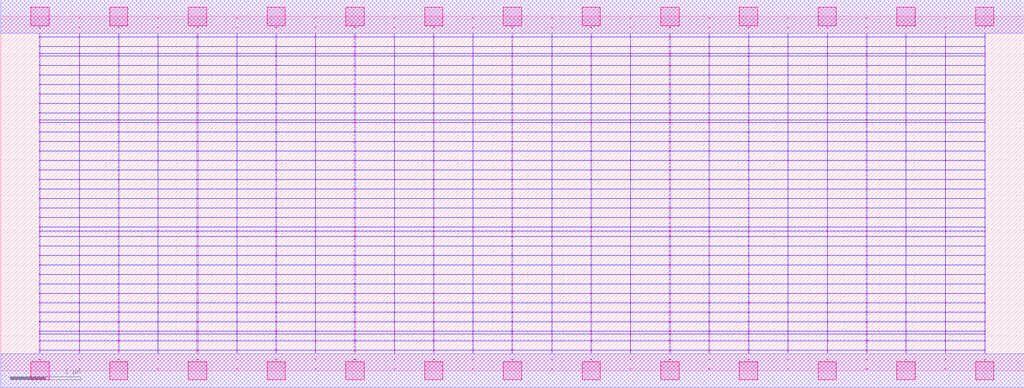
<source format=lef>
MACRO AOAAOI21141_DEBUG
 CLASS CORE ;
 FOREIGN AOAAOI21141_DEBUG 0 0 ;
 SIZE 14.56 BY 5.04 ;
 ORIGIN 0 0 ;
 SYMMETRY X Y R90 ;
 SITE unit ;

 OBS
    LAYER polycont ;
     RECT 7.27100000 2.58300000 7.28400000 2.59100000 ;
     RECT 7.27100000 2.71800000 7.28400000 2.72600000 ;
     RECT 7.27100000 2.85300000 7.28400000 2.86100000 ;
     RECT 7.27100000 2.98800000 7.28400000 2.99600000 ;
     RECT 10.63100000 2.58300000 10.64900000 2.59100000 ;
     RECT 10.63100000 2.71800000 10.64900000 2.72600000 ;
     RECT 10.63100000 2.85300000 10.64900000 2.86100000 ;
     RECT 10.63100000 2.98800000 10.64900000 2.99600000 ;
     RECT 12.31600000 3.79800000 12.32400000 3.80600000 ;
     RECT 12.87600000 3.79800000 12.88400000 3.80600000 ;
     RECT 13.43600000 3.79800000 13.44400000 3.80600000 ;
     RECT 13.99600000 3.79800000 14.00400000 3.80600000 ;
     RECT 12.31600000 3.93300000 12.32400000 3.94100000 ;
     RECT 12.87600000 3.93300000 12.88400000 3.94100000 ;
     RECT 13.43600000 3.93300000 13.44400000 3.94100000 ;
     RECT 13.99600000 3.93300000 14.00400000 3.94100000 ;
     RECT 12.31600000 4.06800000 12.32400000 4.07600000 ;
     RECT 12.87600000 4.06800000 12.88400000 4.07600000 ;
     RECT 13.43600000 4.06800000 13.44400000 4.07600000 ;
     RECT 13.99600000 4.06800000 14.00400000 4.07600000 ;
     RECT 12.31600000 4.20300000 12.32400000 4.21100000 ;
     RECT 12.87600000 4.20300000 12.88400000 4.21100000 ;
     RECT 13.43600000 4.20300000 13.44400000 4.21100000 ;
     RECT 13.99600000 4.20300000 14.00400000 4.21100000 ;
     RECT 12.31600000 4.33800000 12.32400000 4.34600000 ;
     RECT 12.87600000 4.33800000 12.88400000 4.34600000 ;
     RECT 13.43600000 4.33800000 13.44400000 4.34600000 ;
     RECT 13.99600000 4.33800000 14.00400000 4.34600000 ;
     RECT 12.31600000 4.47300000 12.32400000 4.48100000 ;
     RECT 12.87600000 4.47300000 12.88400000 4.48100000 ;
     RECT 13.43600000 4.47300000 13.44400000 4.48100000 ;
     RECT 13.99600000 4.47300000 14.00400000 4.48100000 ;
     RECT 12.31600000 4.51100000 12.32400000 4.51900000 ;
     RECT 12.87600000 4.51100000 12.88400000 4.51900000 ;
     RECT 13.43600000 4.51100000 13.44400000 4.51900000 ;
     RECT 13.99600000 4.51100000 14.00400000 4.51900000 ;
     RECT 12.31600000 4.60800000 12.32400000 4.61600000 ;
     RECT 12.87600000 4.60800000 12.88400000 4.61600000 ;
     RECT 13.43600000 4.60800000 13.44400000 4.61600000 ;
     RECT 13.99600000 4.60800000 14.00400000 4.61600000 ;
     RECT 12.31600000 4.74300000 12.32400000 4.75100000 ;
     RECT 12.87600000 4.74300000 12.88400000 4.75100000 ;
     RECT 13.43600000 4.74300000 13.44400000 4.75100000 ;
     RECT 13.99600000 4.74300000 14.00400000 4.75100000 ;
     RECT 12.31600000 4.87800000 12.32400000 4.88600000 ;
     RECT 12.87600000 4.87800000 12.88400000 4.88600000 ;
     RECT 13.43600000 4.87800000 13.44400000 4.88600000 ;
     RECT 13.99600000 4.87800000 14.00400000 4.88600000 ;
     RECT 7.83600000 2.71800000 7.84400000 2.72600000 ;
     RECT 8.39100000 2.71800000 8.40900000 2.72600000 ;
     RECT 8.95600000 2.71800000 8.96400000 2.72600000 ;
     RECT 9.51100000 2.71800000 9.52900000 2.72600000 ;
     RECT 10.07600000 2.71800000 10.08400000 2.72600000 ;
     RECT 10.07600000 2.58300000 10.08400000 2.59100000 ;
     RECT 8.39100000 2.58300000 8.40900000 2.59100000 ;
     RECT 7.83600000 2.85300000 7.84400000 2.86100000 ;
     RECT 8.39100000 2.85300000 8.40900000 2.86100000 ;
     RECT 8.95600000 2.85300000 8.96400000 2.86100000 ;
     RECT 9.51100000 2.85300000 9.52900000 2.86100000 ;
     RECT 10.07600000 2.85300000 10.08400000 2.86100000 ;
     RECT 9.51100000 2.58300000 9.52900000 2.59100000 ;
     RECT 8.95600000 2.58300000 8.96400000 2.59100000 ;
     RECT 7.83600000 2.98800000 7.84400000 2.99600000 ;
     RECT 8.39100000 2.98800000 8.40900000 2.99600000 ;
     RECT 8.95600000 2.98800000 8.96400000 2.99600000 ;
     RECT 9.51100000 2.98800000 9.52900000 2.99600000 ;
     RECT 10.07600000 2.98800000 10.08400000 2.99600000 ;
     RECT 7.83600000 2.58300000 7.84400000 2.59100000 ;
     RECT 12.31600000 3.56100000 12.32400000 3.56900000 ;
     RECT 12.87600000 3.56100000 12.88400000 3.56900000 ;
     RECT 13.43600000 3.56100000 13.44400000 3.56900000 ;
     RECT 13.99600000 3.56100000 14.00400000 3.56900000 ;
     RECT 12.31600000 3.66300000 12.32400000 3.67100000 ;
     RECT 12.87600000 3.66300000 12.88400000 3.67100000 ;
     RECT 13.43600000 3.66300000 13.44400000 3.67100000 ;
     RECT 13.99600000 3.66300000 14.00400000 3.67100000 ;
     RECT 12.87600000 2.58300000 12.88400000 2.59100000 ;
     RECT 13.43600000 2.58300000 13.44400000 2.59100000 ;
     RECT 13.99600000 2.58300000 14.00400000 2.59100000 ;
     RECT 11.19600000 2.58300000 11.20400000 2.59100000 ;
     RECT 11.19600000 2.71800000 11.20400000 2.72600000 ;
     RECT 11.19600000 2.85300000 11.20400000 2.86100000 ;
     RECT 11.75600000 2.85300000 11.76900000 2.86100000 ;
     RECT 12.31600000 2.85300000 12.32400000 2.86100000 ;
     RECT 12.87600000 2.85300000 12.88400000 2.86100000 ;
     RECT 13.43600000 2.85300000 13.44400000 2.86100000 ;
     RECT 13.99600000 2.85300000 14.00400000 2.86100000 ;
     RECT 11.75600000 2.71800000 11.76900000 2.72600000 ;
     RECT 12.31600000 2.71800000 12.32400000 2.72600000 ;
     RECT 12.87600000 2.71800000 12.88400000 2.72600000 ;
     RECT 13.43600000 2.71800000 13.44400000 2.72600000 ;
     RECT 13.99600000 2.71800000 14.00400000 2.72600000 ;
     RECT 11.75600000 2.58300000 11.76900000 2.59100000 ;
     RECT 12.31600000 2.58300000 12.32400000 2.59100000 ;
     RECT 11.19600000 2.98800000 11.20400000 2.99600000 ;
     RECT 11.75600000 2.98800000 11.76900000 2.99600000 ;
     RECT 12.31600000 2.98800000 12.32400000 2.99600000 ;
     RECT 12.87600000 2.98800000 12.88400000 2.99600000 ;
     RECT 13.43600000 2.98800000 13.44400000 2.99600000 ;
     RECT 13.99600000 2.98800000 14.00400000 2.99600000 ;
     RECT 12.31600000 3.12300000 12.32400000 3.13100000 ;
     RECT 12.87600000 3.12300000 12.88400000 3.13100000 ;
     RECT 13.43600000 3.12300000 13.44400000 3.13100000 ;
     RECT 13.99600000 3.12300000 14.00400000 3.13100000 ;
     RECT 12.31600000 3.25800000 12.32400000 3.26600000 ;
     RECT 12.87600000 3.25800000 12.88400000 3.26600000 ;
     RECT 13.43600000 3.25800000 13.44400000 3.26600000 ;
     RECT 13.99600000 3.25800000 14.00400000 3.26600000 ;
     RECT 12.31600000 3.39300000 12.32400000 3.40100000 ;
     RECT 12.87600000 3.39300000 12.88400000 3.40100000 ;
     RECT 13.43600000 3.39300000 13.44400000 3.40100000 ;
     RECT 13.99600000 3.39300000 14.00400000 3.40100000 ;
     RECT 12.31600000 3.52800000 12.32400000 3.53600000 ;
     RECT 12.87600000 3.52800000 12.88400000 3.53600000 ;
     RECT 13.43600000 3.52800000 13.44400000 3.53600000 ;
     RECT 13.99600000 3.52800000 14.00400000 3.53600000 ;
     RECT 2.23600000 2.71800000 2.24400000 2.72600000 ;
     RECT 2.79100000 2.71800000 2.80900000 2.72600000 ;
     RECT 3.35600000 2.71800000 3.36400000 2.72600000 ;
     RECT 3.91100000 2.71800000 3.92900000 2.72600000 ;
     RECT 6.71600000 3.56100000 6.72400000 3.56900000 ;
     RECT 4.47600000 2.71800000 4.48400000 2.72600000 ;
     RECT 5.03100000 2.71800000 5.04900000 2.72600000 ;
     RECT 5.59600000 2.71800000 5.60400000 2.72600000 ;
     RECT 6.15600000 2.71800000 6.16900000 2.72600000 ;
     RECT 6.71600000 3.66300000 6.72400000 3.67100000 ;
     RECT 6.71600000 2.71800000 6.72400000 2.72600000 ;
     RECT 1.11600000 2.58300000 1.12400000 2.59100000 ;
     RECT 1.67100000 2.58300000 1.68900000 2.59100000 ;
     RECT 0.55100000 2.98800000 0.56400000 2.99600000 ;
     RECT 6.71600000 3.79800000 6.72400000 3.80600000 ;
     RECT 1.11600000 2.98800000 1.12400000 2.99600000 ;
     RECT 1.67100000 2.98800000 1.68900000 2.99600000 ;
     RECT 2.23600000 2.98800000 2.24400000 2.99600000 ;
     RECT 2.79100000 2.98800000 2.80900000 2.99600000 ;
     RECT 6.71600000 3.93300000 6.72400000 3.94100000 ;
     RECT 3.35600000 2.98800000 3.36400000 2.99600000 ;
     RECT 3.91100000 2.98800000 3.92900000 2.99600000 ;
     RECT 4.47600000 2.98800000 4.48400000 2.99600000 ;
     RECT 5.03100000 2.98800000 5.04900000 2.99600000 ;
     RECT 6.71600000 4.06800000 6.72400000 4.07600000 ;
     RECT 5.59600000 2.98800000 5.60400000 2.99600000 ;
     RECT 6.15600000 2.98800000 6.16900000 2.99600000 ;
     RECT 6.71600000 2.98800000 6.72400000 2.99600000 ;
     RECT 2.23600000 2.58300000 2.24400000 2.59100000 ;
     RECT 6.71600000 4.20300000 6.72400000 4.21100000 ;
     RECT 2.79100000 2.58300000 2.80900000 2.59100000 ;
     RECT 3.35600000 2.58300000 3.36400000 2.59100000 ;
     RECT 3.91100000 2.58300000 3.92900000 2.59100000 ;
     RECT 4.47600000 2.58300000 4.48400000 2.59100000 ;
     RECT 6.71600000 4.33800000 6.72400000 4.34600000 ;
     RECT 5.03100000 2.58300000 5.04900000 2.59100000 ;
     RECT 5.59600000 2.58300000 5.60400000 2.59100000 ;
     RECT 6.15600000 2.58300000 6.16900000 2.59100000 ;
     RECT 6.71600000 2.58300000 6.72400000 2.59100000 ;
     RECT 6.71600000 4.47300000 6.72400000 4.48100000 ;
     RECT 0.55100000 2.58300000 0.56400000 2.59100000 ;
     RECT 0.55100000 2.71800000 0.56400000 2.72600000 ;
     RECT 0.55100000 2.85300000 0.56400000 2.86100000 ;
     RECT 1.11600000 2.85300000 1.12400000 2.86100000 ;
     RECT 6.71600000 4.51100000 6.72400000 4.51900000 ;
     RECT 6.71600000 3.12300000 6.72400000 3.13100000 ;
     RECT 1.67100000 2.85300000 1.68900000 2.86100000 ;
     RECT 2.23600000 2.85300000 2.24400000 2.86100000 ;
     RECT 2.79100000 2.85300000 2.80900000 2.86100000 ;
     RECT 6.71600000 4.60800000 6.72400000 4.61600000 ;
     RECT 3.35600000 2.85300000 3.36400000 2.86100000 ;
     RECT 6.71600000 3.25800000 6.72400000 3.26600000 ;
     RECT 3.91100000 2.85300000 3.92900000 2.86100000 ;
     RECT 4.47600000 2.85300000 4.48400000 2.86100000 ;
     RECT 6.71600000 4.74300000 6.72400000 4.75100000 ;
     RECT 5.03100000 2.85300000 5.04900000 2.86100000 ;
     RECT 5.59600000 2.85300000 5.60400000 2.86100000 ;
     RECT 6.71600000 3.39300000 6.72400000 3.40100000 ;
     RECT 6.15600000 2.85300000 6.16900000 2.86100000 ;
     RECT 6.71600000 4.87800000 6.72400000 4.88600000 ;
     RECT 6.71600000 2.85300000 6.72400000 2.86100000 ;
     RECT 1.11600000 2.71800000 1.12400000 2.72600000 ;
     RECT 1.67100000 2.71800000 1.68900000 2.72600000 ;
     RECT 6.71600000 3.52800000 6.72400000 3.53600000 ;
     RECT 2.23600000 1.36800000 2.24400000 1.37600000 ;
     RECT 4.47600000 1.36800000 4.48400000 1.37600000 ;
     RECT 2.23600000 1.50300000 2.24400000 1.51100000 ;
     RECT 4.47600000 1.50300000 4.48400000 1.51100000 ;
     RECT 2.23600000 1.63800000 2.24400000 1.64600000 ;
     RECT 4.47600000 1.63800000 4.48400000 1.64600000 ;
     RECT 2.23600000 1.77300000 2.24400000 1.78100000 ;
     RECT 4.47600000 1.77300000 4.48400000 1.78100000 ;
     RECT 2.23600000 1.90800000 2.24400000 1.91600000 ;
     RECT 4.47600000 1.90800000 4.48400000 1.91600000 ;
     RECT 2.23600000 1.98100000 2.24400000 1.98900000 ;
     RECT 4.47600000 1.98100000 4.48400000 1.98900000 ;
     RECT 2.23600000 2.04300000 2.24400000 2.05100000 ;
     RECT 4.47600000 2.04300000 4.48400000 2.05100000 ;
     RECT 2.23600000 2.17800000 2.24400000 2.18600000 ;
     RECT 4.47600000 2.17800000 4.48400000 2.18600000 ;
     RECT 2.23600000 2.31300000 2.24400000 2.32100000 ;
     RECT 4.47600000 2.31300000 4.48400000 2.32100000 ;
     RECT 2.23600000 2.44800000 2.24400000 2.45600000 ;
     RECT 4.47600000 2.44800000 4.48400000 2.45600000 ;
     RECT 2.23600000 0.15300000 2.24400000 0.16100000 ;
     RECT 4.47600000 0.15300000 4.48400000 0.16100000 ;
     RECT 2.23600000 0.28800000 2.24400000 0.29600000 ;
     RECT 4.47600000 0.28800000 4.48400000 0.29600000 ;
     RECT 2.23600000 0.42300000 2.24400000 0.43100000 ;
     RECT 4.47600000 0.42300000 4.48400000 0.43100000 ;
     RECT 2.23600000 0.52100000 2.24400000 0.52900000 ;
     RECT 4.47600000 0.52100000 4.48400000 0.52900000 ;
     RECT 2.23600000 0.55800000 2.24400000 0.56600000 ;
     RECT 4.47600000 0.55800000 4.48400000 0.56600000 ;
     RECT 2.23600000 0.69300000 2.24400000 0.70100000 ;
     RECT 4.47600000 0.69300000 4.48400000 0.70100000 ;
     RECT 2.23600000 0.82800000 2.24400000 0.83600000 ;
     RECT 4.47600000 0.82800000 4.48400000 0.83600000 ;
     RECT 2.23600000 0.96300000 2.24400000 0.97100000 ;
     RECT 4.47600000 0.96300000 4.48400000 0.97100000 ;
     RECT 2.23600000 1.09800000 2.24400000 1.10600000 ;
     RECT 4.47600000 1.09800000 4.48400000 1.10600000 ;
     RECT 2.23600000 1.23300000 2.24400000 1.24100000 ;
     RECT 4.47600000 1.23300000 4.48400000 1.24100000 ;
     RECT 8.95600000 0.42300000 8.96400000 0.43100000 ;
     RECT 8.95600000 1.77300000 8.96400000 1.78100000 ;
     RECT 8.95600000 0.15300000 8.96400000 0.16100000 ;
     RECT 8.95600000 1.23300000 8.96400000 1.24100000 ;
     RECT 8.95600000 1.90800000 8.96400000 1.91600000 ;
     RECT 8.95600000 0.82800000 8.96400000 0.83600000 ;
     RECT 8.95600000 0.55800000 8.96400000 0.56600000 ;
     RECT 8.95600000 1.98100000 8.96400000 1.98900000 ;
     RECT 8.95600000 1.36800000 8.96400000 1.37600000 ;
     RECT 8.95600000 0.28800000 8.96400000 0.29600000 ;
     RECT 8.95600000 2.04300000 8.96400000 2.05100000 ;
     RECT 8.95600000 0.96300000 8.96400000 0.97100000 ;
     RECT 8.95600000 1.50300000 8.96400000 1.51100000 ;
     RECT 8.95600000 2.17800000 8.96400000 2.18600000 ;
     RECT 8.95600000 0.52100000 8.96400000 0.52900000 ;
     RECT 8.95600000 0.69300000 8.96400000 0.70100000 ;
     RECT 8.95600000 2.31300000 8.96400000 2.32100000 ;
     RECT 8.95600000 1.63800000 8.96400000 1.64600000 ;
     RECT 8.95600000 1.09800000 8.96400000 1.10600000 ;
     RECT 8.95600000 2.44800000 8.96400000 2.45600000 ;

    LAYER pdiffc ;
     RECT 0.55100000 3.39300000 0.55900000 3.40100000 ;
     RECT 6.16100000 3.39300000 6.16900000 3.40100000 ;
     RECT 7.27100000 3.39300000 7.27900000 3.40100000 ;
     RECT 11.76100000 3.39300000 11.76900000 3.40100000 ;
     RECT 0.55100000 3.52800000 0.55900000 3.53600000 ;
     RECT 6.16100000 3.52800000 6.16900000 3.53600000 ;
     RECT 7.27100000 3.52800000 7.27900000 3.53600000 ;
     RECT 11.76100000 3.52800000 11.76900000 3.53600000 ;
     RECT 0.55100000 3.56100000 0.55900000 3.56900000 ;
     RECT 6.16100000 3.56100000 6.16900000 3.56900000 ;
     RECT 7.27100000 3.56100000 7.27900000 3.56900000 ;
     RECT 11.76100000 3.56100000 11.76900000 3.56900000 ;
     RECT 0.55100000 3.66300000 0.55900000 3.67100000 ;
     RECT 6.16100000 3.66300000 6.16900000 3.67100000 ;
     RECT 7.27100000 3.66300000 7.27900000 3.67100000 ;
     RECT 11.76100000 3.66300000 11.76900000 3.67100000 ;
     RECT 0.55100000 3.79800000 0.55900000 3.80600000 ;
     RECT 6.16100000 3.79800000 6.16900000 3.80600000 ;
     RECT 7.27100000 3.79800000 7.27900000 3.80600000 ;
     RECT 11.76100000 3.79800000 11.76900000 3.80600000 ;
     RECT 0.55100000 3.93300000 0.55900000 3.94100000 ;
     RECT 6.16100000 3.93300000 6.16900000 3.94100000 ;
     RECT 7.27100000 3.93300000 7.27900000 3.94100000 ;
     RECT 11.76100000 3.93300000 11.76900000 3.94100000 ;
     RECT 0.55100000 4.06800000 0.55900000 4.07600000 ;
     RECT 6.16100000 4.06800000 6.16900000 4.07600000 ;
     RECT 7.27100000 4.06800000 7.27900000 4.07600000 ;
     RECT 11.76100000 4.06800000 11.76900000 4.07600000 ;
     RECT 0.55100000 4.20300000 0.55900000 4.21100000 ;
     RECT 6.16100000 4.20300000 6.16900000 4.21100000 ;
     RECT 7.27100000 4.20300000 7.27900000 4.21100000 ;
     RECT 11.76100000 4.20300000 11.76900000 4.21100000 ;
     RECT 0.55100000 4.33800000 0.55900000 4.34600000 ;
     RECT 6.16100000 4.33800000 6.16900000 4.34600000 ;
     RECT 7.27100000 4.33800000 7.27900000 4.34600000 ;
     RECT 11.76100000 4.33800000 11.76900000 4.34600000 ;
     RECT 0.55100000 4.47300000 0.55900000 4.48100000 ;
     RECT 6.16100000 4.47300000 6.16900000 4.48100000 ;
     RECT 7.27100000 4.47300000 7.27900000 4.48100000 ;
     RECT 11.76100000 4.47300000 11.76900000 4.48100000 ;
     RECT 0.55100000 4.51100000 0.55900000 4.51900000 ;
     RECT 6.16100000 4.51100000 6.16900000 4.51900000 ;
     RECT 7.27100000 4.51100000 7.27900000 4.51900000 ;
     RECT 11.76100000 4.51100000 11.76900000 4.51900000 ;
     RECT 0.55100000 4.60800000 0.55900000 4.61600000 ;
     RECT 6.16100000 4.60800000 6.16900000 4.61600000 ;
     RECT 7.27100000 4.60800000 7.27900000 4.61600000 ;
     RECT 11.76100000 4.60800000 11.76900000 4.61600000 ;

    LAYER ndiffc ;
     RECT 7.27100000 0.42300000 7.28400000 0.43100000 ;
     RECT 7.27100000 0.52100000 7.28400000 0.52900000 ;
     RECT 7.27100000 0.55800000 7.28400000 0.56600000 ;
     RECT 7.27100000 0.69300000 7.28400000 0.70100000 ;
     RECT 7.27100000 0.82800000 7.28400000 0.83600000 ;
     RECT 7.27100000 0.96300000 7.28400000 0.97100000 ;
     RECT 7.27100000 1.09800000 7.28400000 1.10600000 ;
     RECT 7.27100000 1.23300000 7.28400000 1.24100000 ;
     RECT 7.27100000 1.36800000 7.28400000 1.37600000 ;
     RECT 7.27100000 1.50300000 7.28400000 1.51100000 ;
     RECT 7.27100000 1.63800000 7.28400000 1.64600000 ;
     RECT 7.27100000 1.77300000 7.28400000 1.78100000 ;
     RECT 7.27100000 1.90800000 7.28400000 1.91600000 ;
     RECT 7.27100000 1.98100000 7.28400000 1.98900000 ;
     RECT 7.27100000 2.04300000 7.28400000 2.05100000 ;
     RECT 8.39100000 0.55800000 8.40900000 0.56600000 ;
     RECT 9.51100000 0.55800000 9.52900000 0.56600000 ;
     RECT 10.63100000 0.55800000 10.64900000 0.56600000 ;
     RECT 11.75600000 0.55800000 11.76900000 0.56600000 ;
     RECT 12.87600000 0.55800000 12.88400000 0.56600000 ;
     RECT 13.99600000 0.55800000 14.00400000 0.56600000 ;
     RECT 10.63100000 0.42300000 10.64900000 0.43100000 ;
     RECT 8.39100000 0.69300000 8.40900000 0.70100000 ;
     RECT 9.51100000 0.69300000 9.52900000 0.70100000 ;
     RECT 10.63100000 0.69300000 10.64900000 0.70100000 ;
     RECT 11.75600000 0.69300000 11.76900000 0.70100000 ;
     RECT 12.87600000 0.69300000 12.88400000 0.70100000 ;
     RECT 13.99600000 0.69300000 14.00400000 0.70100000 ;
     RECT 11.75600000 0.42300000 11.76900000 0.43100000 ;
     RECT 8.39100000 0.82800000 8.40900000 0.83600000 ;
     RECT 9.51100000 0.82800000 9.52900000 0.83600000 ;
     RECT 10.63100000 0.82800000 10.64900000 0.83600000 ;
     RECT 11.75600000 0.82800000 11.76900000 0.83600000 ;
     RECT 12.87600000 0.82800000 12.88400000 0.83600000 ;
     RECT 13.99600000 0.82800000 14.00400000 0.83600000 ;
     RECT 12.87600000 0.42300000 12.88400000 0.43100000 ;
     RECT 8.39100000 0.96300000 8.40900000 0.97100000 ;
     RECT 9.51100000 0.96300000 9.52900000 0.97100000 ;
     RECT 10.63100000 0.96300000 10.64900000 0.97100000 ;
     RECT 11.75600000 0.96300000 11.76900000 0.97100000 ;
     RECT 12.87600000 0.96300000 12.88400000 0.97100000 ;
     RECT 13.99600000 0.96300000 14.00400000 0.97100000 ;
     RECT 13.99600000 0.42300000 14.00400000 0.43100000 ;
     RECT 8.39100000 1.09800000 8.40900000 1.10600000 ;
     RECT 9.51100000 1.09800000 9.52900000 1.10600000 ;
     RECT 10.63100000 1.09800000 10.64900000 1.10600000 ;
     RECT 11.75600000 1.09800000 11.76900000 1.10600000 ;
     RECT 12.87600000 1.09800000 12.88400000 1.10600000 ;
     RECT 13.99600000 1.09800000 14.00400000 1.10600000 ;
     RECT 8.39100000 0.42300000 8.40900000 0.43100000 ;
     RECT 8.39100000 1.23300000 8.40900000 1.24100000 ;
     RECT 9.51100000 1.23300000 9.52900000 1.24100000 ;
     RECT 10.63100000 1.23300000 10.64900000 1.24100000 ;
     RECT 11.75600000 1.23300000 11.76900000 1.24100000 ;
     RECT 12.87600000 1.23300000 12.88400000 1.24100000 ;
     RECT 13.99600000 1.23300000 14.00400000 1.24100000 ;
     RECT 8.39100000 0.52100000 8.40900000 0.52900000 ;
     RECT 8.39100000 1.36800000 8.40900000 1.37600000 ;
     RECT 9.51100000 1.36800000 9.52900000 1.37600000 ;
     RECT 10.63100000 1.36800000 10.64900000 1.37600000 ;
     RECT 11.75600000 1.36800000 11.76900000 1.37600000 ;
     RECT 12.87600000 1.36800000 12.88400000 1.37600000 ;
     RECT 13.99600000 1.36800000 14.00400000 1.37600000 ;
     RECT 9.51100000 0.52100000 9.52900000 0.52900000 ;
     RECT 8.39100000 1.50300000 8.40900000 1.51100000 ;
     RECT 9.51100000 1.50300000 9.52900000 1.51100000 ;
     RECT 10.63100000 1.50300000 10.64900000 1.51100000 ;
     RECT 11.75600000 1.50300000 11.76900000 1.51100000 ;
     RECT 12.87600000 1.50300000 12.88400000 1.51100000 ;
     RECT 13.99600000 1.50300000 14.00400000 1.51100000 ;
     RECT 10.63100000 0.52100000 10.64900000 0.52900000 ;
     RECT 8.39100000 1.63800000 8.40900000 1.64600000 ;
     RECT 9.51100000 1.63800000 9.52900000 1.64600000 ;
     RECT 10.63100000 1.63800000 10.64900000 1.64600000 ;
     RECT 11.75600000 1.63800000 11.76900000 1.64600000 ;
     RECT 12.87600000 1.63800000 12.88400000 1.64600000 ;
     RECT 13.99600000 1.63800000 14.00400000 1.64600000 ;
     RECT 11.75600000 0.52100000 11.76900000 0.52900000 ;
     RECT 8.39100000 1.77300000 8.40900000 1.78100000 ;
     RECT 9.51100000 1.77300000 9.52900000 1.78100000 ;
     RECT 10.63100000 1.77300000 10.64900000 1.78100000 ;
     RECT 11.75600000 1.77300000 11.76900000 1.78100000 ;
     RECT 12.87600000 1.77300000 12.88400000 1.78100000 ;
     RECT 13.99600000 1.77300000 14.00400000 1.78100000 ;
     RECT 12.87600000 0.52100000 12.88400000 0.52900000 ;
     RECT 8.39100000 1.90800000 8.40900000 1.91600000 ;
     RECT 9.51100000 1.90800000 9.52900000 1.91600000 ;
     RECT 10.63100000 1.90800000 10.64900000 1.91600000 ;
     RECT 11.75600000 1.90800000 11.76900000 1.91600000 ;
     RECT 12.87600000 1.90800000 12.88400000 1.91600000 ;
     RECT 13.99600000 1.90800000 14.00400000 1.91600000 ;
     RECT 13.99600000 0.52100000 14.00400000 0.52900000 ;
     RECT 8.39100000 1.98100000 8.40900000 1.98900000 ;
     RECT 9.51100000 1.98100000 9.52900000 1.98900000 ;
     RECT 10.63100000 1.98100000 10.64900000 1.98900000 ;
     RECT 11.75600000 1.98100000 11.76900000 1.98900000 ;
     RECT 12.87600000 1.98100000 12.88400000 1.98900000 ;
     RECT 13.99600000 1.98100000 14.00400000 1.98900000 ;
     RECT 9.51100000 0.42300000 9.52900000 0.43100000 ;
     RECT 8.39100000 2.04300000 8.40900000 2.05100000 ;
     RECT 9.51100000 2.04300000 9.52900000 2.05100000 ;
     RECT 10.63100000 2.04300000 10.64900000 2.05100000 ;
     RECT 11.75600000 2.04300000 11.76900000 2.05100000 ;
     RECT 12.87600000 2.04300000 12.88400000 2.05100000 ;
     RECT 13.99600000 2.04300000 14.00400000 2.05100000 ;
     RECT 1.67100000 1.36800000 1.68900000 1.37600000 ;
     RECT 2.79100000 1.36800000 2.80900000 1.37600000 ;
     RECT 3.91100000 1.36800000 3.92900000 1.37600000 ;
     RECT 5.03100000 1.36800000 5.04900000 1.37600000 ;
     RECT 6.15600000 1.36800000 6.16900000 1.37600000 ;
     RECT 5.03100000 0.82800000 5.04900000 0.83600000 ;
     RECT 6.15600000 0.82800000 6.16900000 0.83600000 ;
     RECT 2.79100000 0.55800000 2.80900000 0.56600000 ;
     RECT 3.91100000 0.55800000 3.92900000 0.56600000 ;
     RECT 5.03100000 0.55800000 5.04900000 0.56600000 ;
     RECT 6.15600000 0.55800000 6.16900000 0.56600000 ;
     RECT 1.67100000 0.52100000 1.68900000 0.52900000 ;
     RECT 0.55100000 1.50300000 0.56400000 1.51100000 ;
     RECT 1.67100000 1.50300000 1.68900000 1.51100000 ;
     RECT 2.79100000 1.50300000 2.80900000 1.51100000 ;
     RECT 3.91100000 1.50300000 3.92900000 1.51100000 ;
     RECT 5.03100000 1.50300000 5.04900000 1.51100000 ;
     RECT 6.15600000 1.50300000 6.16900000 1.51100000 ;
     RECT 2.79100000 0.52100000 2.80900000 0.52900000 ;
     RECT 3.91100000 0.52100000 3.92900000 0.52900000 ;
     RECT 0.55100000 0.96300000 0.56400000 0.97100000 ;
     RECT 1.67100000 0.96300000 1.68900000 0.97100000 ;
     RECT 2.79100000 0.96300000 2.80900000 0.97100000 ;
     RECT 3.91100000 0.96300000 3.92900000 0.97100000 ;
     RECT 5.03100000 0.96300000 5.04900000 0.97100000 ;
     RECT 0.55100000 1.63800000 0.56400000 1.64600000 ;
     RECT 1.67100000 1.63800000 1.68900000 1.64600000 ;
     RECT 2.79100000 1.63800000 2.80900000 1.64600000 ;
     RECT 3.91100000 1.63800000 3.92900000 1.64600000 ;
     RECT 5.03100000 1.63800000 5.04900000 1.64600000 ;
     RECT 6.15600000 1.63800000 6.16900000 1.64600000 ;
     RECT 6.15600000 0.96300000 6.16900000 0.97100000 ;
     RECT 5.03100000 0.52100000 5.04900000 0.52900000 ;
     RECT 6.15600000 0.52100000 6.16900000 0.52900000 ;
     RECT 1.67100000 0.42300000 1.68900000 0.43100000 ;
     RECT 2.79100000 0.42300000 2.80900000 0.43100000 ;
     RECT 0.55100000 0.69300000 0.56400000 0.70100000 ;
     RECT 1.67100000 0.69300000 1.68900000 0.70100000 ;
     RECT 0.55100000 1.77300000 0.56400000 1.78100000 ;
     RECT 1.67100000 1.77300000 1.68900000 1.78100000 ;
     RECT 2.79100000 1.77300000 2.80900000 1.78100000 ;
     RECT 3.91100000 1.77300000 3.92900000 1.78100000 ;
     RECT 5.03100000 1.77300000 5.04900000 1.78100000 ;
     RECT 6.15600000 1.77300000 6.16900000 1.78100000 ;
     RECT 2.79100000 0.69300000 2.80900000 0.70100000 ;
     RECT 0.55100000 1.09800000 0.56400000 1.10600000 ;
     RECT 1.67100000 1.09800000 1.68900000 1.10600000 ;
     RECT 2.79100000 1.09800000 2.80900000 1.10600000 ;
     RECT 3.91100000 1.09800000 3.92900000 1.10600000 ;
     RECT 5.03100000 1.09800000 5.04900000 1.10600000 ;
     RECT 6.15600000 1.09800000 6.16900000 1.10600000 ;
     RECT 0.55100000 1.90800000 0.56400000 1.91600000 ;
     RECT 1.67100000 1.90800000 1.68900000 1.91600000 ;
     RECT 2.79100000 1.90800000 2.80900000 1.91600000 ;
     RECT 3.91100000 1.90800000 3.92900000 1.91600000 ;
     RECT 5.03100000 1.90800000 5.04900000 1.91600000 ;
     RECT 6.15600000 1.90800000 6.16900000 1.91600000 ;
     RECT 3.91100000 0.69300000 3.92900000 0.70100000 ;
     RECT 5.03100000 0.69300000 5.04900000 0.70100000 ;
     RECT 6.15600000 0.69300000 6.16900000 0.70100000 ;
     RECT 3.91100000 0.42300000 3.92900000 0.43100000 ;
     RECT 5.03100000 0.42300000 5.04900000 0.43100000 ;
     RECT 6.15600000 0.42300000 6.16900000 0.43100000 ;
     RECT 0.55100000 0.42300000 0.56400000 0.43100000 ;
     RECT 0.55100000 1.98100000 0.56400000 1.98900000 ;
     RECT 1.67100000 1.98100000 1.68900000 1.98900000 ;
     RECT 2.79100000 1.98100000 2.80900000 1.98900000 ;
     RECT 3.91100000 1.98100000 3.92900000 1.98900000 ;
     RECT 5.03100000 1.98100000 5.04900000 1.98900000 ;
     RECT 6.15600000 1.98100000 6.16900000 1.98900000 ;
     RECT 0.55100000 1.23300000 0.56400000 1.24100000 ;
     RECT 1.67100000 1.23300000 1.68900000 1.24100000 ;
     RECT 2.79100000 1.23300000 2.80900000 1.24100000 ;
     RECT 3.91100000 1.23300000 3.92900000 1.24100000 ;
     RECT 5.03100000 1.23300000 5.04900000 1.24100000 ;
     RECT 6.15600000 1.23300000 6.16900000 1.24100000 ;
     RECT 0.55100000 0.52100000 0.56400000 0.52900000 ;
     RECT 0.55100000 2.04300000 0.56400000 2.05100000 ;
     RECT 1.67100000 2.04300000 1.68900000 2.05100000 ;
     RECT 2.79100000 2.04300000 2.80900000 2.05100000 ;
     RECT 3.91100000 2.04300000 3.92900000 2.05100000 ;
     RECT 5.03100000 2.04300000 5.04900000 2.05100000 ;
     RECT 6.15600000 2.04300000 6.16900000 2.05100000 ;
     RECT 0.55100000 0.55800000 0.56400000 0.56600000 ;
     RECT 1.67100000 0.55800000 1.68900000 0.56600000 ;
     RECT 0.55100000 0.82800000 0.56400000 0.83600000 ;
     RECT 1.67100000 0.82800000 1.68900000 0.83600000 ;
     RECT 2.79100000 0.82800000 2.80900000 0.83600000 ;
     RECT 3.91100000 0.82800000 3.92900000 0.83600000 ;
     RECT 0.55100000 1.36800000 0.56400000 1.37600000 ;

    LAYER met1 ;
     RECT 0.00000000 -0.24000000 14.56000000 0.24000000 ;
     RECT 7.27100000 0.24000000 7.28400000 0.28800000 ;
     RECT 0.55100000 0.28800000 14.00400000 0.29600000 ;
     RECT 7.27100000 0.29600000 7.28400000 0.42300000 ;
     RECT 0.55100000 0.42300000 14.00400000 0.43100000 ;
     RECT 7.27100000 0.43100000 7.28400000 0.52100000 ;
     RECT 0.55100000 0.52100000 14.00400000 0.52900000 ;
     RECT 7.27100000 0.52900000 7.28400000 0.55800000 ;
     RECT 0.55100000 0.55800000 14.00400000 0.56600000 ;
     RECT 7.27100000 0.56600000 7.28400000 0.69300000 ;
     RECT 0.55100000 0.69300000 14.00400000 0.70100000 ;
     RECT 7.27100000 0.70100000 7.28400000 0.82800000 ;
     RECT 0.55100000 0.82800000 14.00400000 0.83600000 ;
     RECT 7.27100000 0.83600000 7.28400000 0.96300000 ;
     RECT 0.55100000 0.96300000 14.00400000 0.97100000 ;
     RECT 7.27100000 0.97100000 7.28400000 1.09800000 ;
     RECT 0.55100000 1.09800000 14.00400000 1.10600000 ;
     RECT 7.27100000 1.10600000 7.28400000 1.23300000 ;
     RECT 0.55100000 1.23300000 14.00400000 1.24100000 ;
     RECT 7.27100000 1.24100000 7.28400000 1.36800000 ;
     RECT 0.55100000 1.36800000 14.00400000 1.37600000 ;
     RECT 7.27100000 1.37600000 7.28400000 1.50300000 ;
     RECT 0.55100000 1.50300000 14.00400000 1.51100000 ;
     RECT 7.27100000 1.51100000 7.28400000 1.63800000 ;
     RECT 0.55100000 1.63800000 14.00400000 1.64600000 ;
     RECT 7.27100000 1.64600000 7.28400000 1.77300000 ;
     RECT 0.55100000 1.77300000 14.00400000 1.78100000 ;
     RECT 7.27100000 1.78100000 7.28400000 1.90800000 ;
     RECT 0.55100000 1.90800000 14.00400000 1.91600000 ;
     RECT 7.27100000 1.91600000 7.28400000 1.98100000 ;
     RECT 0.55100000 1.98100000 14.00400000 1.98900000 ;
     RECT 7.27100000 1.98900000 7.28400000 2.04300000 ;
     RECT 0.55100000 2.04300000 14.00400000 2.05100000 ;
     RECT 7.27100000 2.05100000 7.28400000 2.17800000 ;
     RECT 0.55100000 2.17800000 14.00400000 2.18600000 ;
     RECT 7.27100000 2.18600000 7.28400000 2.31300000 ;
     RECT 0.55100000 2.31300000 14.00400000 2.32100000 ;
     RECT 7.27100000 2.32100000 7.28400000 2.44800000 ;
     RECT 0.55100000 2.44800000 14.00400000 2.45600000 ;
     RECT 0.55100000 2.45600000 0.56400000 2.58300000 ;
     RECT 1.11600000 2.45600000 1.12400000 2.58300000 ;
     RECT 1.67100000 2.45600000 1.68900000 2.58300000 ;
     RECT 2.23600000 2.45600000 2.24400000 2.58300000 ;
     RECT 2.79100000 2.45600000 2.80900000 2.58300000 ;
     RECT 3.35600000 2.45600000 3.36400000 2.58300000 ;
     RECT 3.91100000 2.45600000 3.92900000 2.58300000 ;
     RECT 4.47600000 2.45600000 4.48400000 2.58300000 ;
     RECT 5.03100000 2.45600000 5.04900000 2.58300000 ;
     RECT 5.59600000 2.45600000 5.60400000 2.58300000 ;
     RECT 6.15600000 2.45600000 6.16900000 2.58300000 ;
     RECT 6.71600000 2.45600000 6.72400000 2.58300000 ;
     RECT 7.27100000 2.45600000 7.28400000 2.58300000 ;
     RECT 7.83600000 2.45600000 7.84400000 2.58300000 ;
     RECT 8.39100000 2.45600000 8.40900000 2.58300000 ;
     RECT 8.95600000 2.45600000 8.96400000 2.58300000 ;
     RECT 9.51100000 2.45600000 9.52900000 2.58300000 ;
     RECT 10.07600000 2.45600000 10.08400000 2.58300000 ;
     RECT 10.63100000 2.45600000 10.64900000 2.58300000 ;
     RECT 11.19600000 2.45600000 11.20400000 2.58300000 ;
     RECT 11.75600000 2.45600000 11.76900000 2.58300000 ;
     RECT 12.31600000 2.45600000 12.32400000 2.58300000 ;
     RECT 12.87600000 2.45600000 12.88400000 2.58300000 ;
     RECT 13.43600000 2.45600000 13.44400000 2.58300000 ;
     RECT 13.99600000 2.45600000 14.00400000 2.58300000 ;
     RECT 0.55100000 2.58300000 14.00400000 2.59100000 ;
     RECT 7.27100000 2.59100000 7.28400000 2.71800000 ;
     RECT 0.55100000 2.71800000 14.00400000 2.72600000 ;
     RECT 7.27100000 2.72600000 7.28400000 2.85300000 ;
     RECT 0.55100000 2.85300000 14.00400000 2.86100000 ;
     RECT 7.27100000 2.86100000 7.28400000 2.98800000 ;
     RECT 0.55100000 2.98800000 14.00400000 2.99600000 ;
     RECT 7.27100000 2.99600000 7.28400000 3.12300000 ;
     RECT 0.55100000 3.12300000 14.00400000 3.13100000 ;
     RECT 7.27100000 3.13100000 7.28400000 3.25800000 ;
     RECT 0.55100000 3.25800000 14.00400000 3.26600000 ;
     RECT 7.27100000 3.26600000 7.28400000 3.39300000 ;
     RECT 0.55100000 3.39300000 14.00400000 3.40100000 ;
     RECT 7.27100000 3.40100000 7.28400000 3.52800000 ;
     RECT 0.55100000 3.52800000 14.00400000 3.53600000 ;
     RECT 7.27100000 3.53600000 7.28400000 3.56100000 ;
     RECT 0.55100000 3.56100000 14.00400000 3.56900000 ;
     RECT 7.27100000 3.56900000 7.28400000 3.66300000 ;
     RECT 0.55100000 3.66300000 14.00400000 3.67100000 ;
     RECT 7.27100000 3.67100000 7.28400000 3.79800000 ;
     RECT 0.55100000 3.79800000 14.00400000 3.80600000 ;
     RECT 7.27100000 3.80600000 7.28400000 3.93300000 ;
     RECT 0.55100000 3.93300000 14.00400000 3.94100000 ;
     RECT 7.27100000 3.94100000 7.28400000 4.06800000 ;
     RECT 0.55100000 4.06800000 14.00400000 4.07600000 ;
     RECT 7.27100000 4.07600000 7.28400000 4.20300000 ;
     RECT 0.55100000 4.20300000 14.00400000 4.21100000 ;
     RECT 7.27100000 4.21100000 7.28400000 4.33800000 ;
     RECT 0.55100000 4.33800000 14.00400000 4.34600000 ;
     RECT 7.27100000 4.34600000 7.28400000 4.47300000 ;
     RECT 0.55100000 4.47300000 14.00400000 4.48100000 ;
     RECT 7.27100000 4.48100000 7.28400000 4.51100000 ;
     RECT 0.55100000 4.51100000 14.00400000 4.51900000 ;
     RECT 7.27100000 4.51900000 7.28400000 4.60800000 ;
     RECT 0.55100000 4.60800000 14.00400000 4.61600000 ;
     RECT 7.27100000 4.61600000 7.28400000 4.74300000 ;
     RECT 0.55100000 4.74300000 14.00400000 4.75100000 ;
     RECT 7.27100000 4.75100000 7.28400000 4.80000000 ;
     RECT 0.00000000 4.80000000 14.56000000 5.28000000 ;
     RECT 7.83600000 3.80600000 7.84400000 3.93300000 ;
     RECT 8.39100000 3.80600000 8.40900000 3.93300000 ;
     RECT 8.95600000 3.80600000 8.96400000 3.93300000 ;
     RECT 9.51100000 3.80600000 9.52900000 3.93300000 ;
     RECT 10.07600000 3.80600000 10.08400000 3.93300000 ;
     RECT 10.63100000 3.80600000 10.64900000 3.93300000 ;
     RECT 11.19600000 3.80600000 11.20400000 3.93300000 ;
     RECT 11.75600000 3.80600000 11.76900000 3.93300000 ;
     RECT 12.31600000 3.80600000 12.32400000 3.93300000 ;
     RECT 12.87600000 3.80600000 12.88400000 3.93300000 ;
     RECT 13.43600000 3.80600000 13.44400000 3.93300000 ;
     RECT 13.99600000 3.80600000 14.00400000 3.93300000 ;
     RECT 11.19600000 3.94100000 11.20400000 4.06800000 ;
     RECT 11.75600000 3.94100000 11.76900000 4.06800000 ;
     RECT 12.31600000 3.94100000 12.32400000 4.06800000 ;
     RECT 12.87600000 3.94100000 12.88400000 4.06800000 ;
     RECT 13.43600000 3.94100000 13.44400000 4.06800000 ;
     RECT 13.99600000 3.94100000 14.00400000 4.06800000 ;
     RECT 11.19600000 4.07600000 11.20400000 4.20300000 ;
     RECT 11.75600000 4.07600000 11.76900000 4.20300000 ;
     RECT 12.31600000 4.07600000 12.32400000 4.20300000 ;
     RECT 12.87600000 4.07600000 12.88400000 4.20300000 ;
     RECT 13.43600000 4.07600000 13.44400000 4.20300000 ;
     RECT 13.99600000 4.07600000 14.00400000 4.20300000 ;
     RECT 11.19600000 4.21100000 11.20400000 4.33800000 ;
     RECT 11.75600000 4.21100000 11.76900000 4.33800000 ;
     RECT 12.31600000 4.21100000 12.32400000 4.33800000 ;
     RECT 12.87600000 4.21100000 12.88400000 4.33800000 ;
     RECT 13.43600000 4.21100000 13.44400000 4.33800000 ;
     RECT 13.99600000 4.21100000 14.00400000 4.33800000 ;
     RECT 11.19600000 4.34600000 11.20400000 4.47300000 ;
     RECT 11.75600000 4.34600000 11.76900000 4.47300000 ;
     RECT 12.31600000 4.34600000 12.32400000 4.47300000 ;
     RECT 12.87600000 4.34600000 12.88400000 4.47300000 ;
     RECT 13.43600000 4.34600000 13.44400000 4.47300000 ;
     RECT 13.99600000 4.34600000 14.00400000 4.47300000 ;
     RECT 11.19600000 4.48100000 11.20400000 4.51100000 ;
     RECT 11.75600000 4.48100000 11.76900000 4.51100000 ;
     RECT 12.31600000 4.48100000 12.32400000 4.51100000 ;
     RECT 12.87600000 4.48100000 12.88400000 4.51100000 ;
     RECT 13.43600000 4.48100000 13.44400000 4.51100000 ;
     RECT 13.99600000 4.48100000 14.00400000 4.51100000 ;
     RECT 11.19600000 4.51900000 11.20400000 4.60800000 ;
     RECT 11.75600000 4.51900000 11.76900000 4.60800000 ;
     RECT 12.31600000 4.51900000 12.32400000 4.60800000 ;
     RECT 12.87600000 4.51900000 12.88400000 4.60800000 ;
     RECT 13.43600000 4.51900000 13.44400000 4.60800000 ;
     RECT 13.99600000 4.51900000 14.00400000 4.60800000 ;
     RECT 11.19600000 4.61600000 11.20400000 4.74300000 ;
     RECT 11.75600000 4.61600000 11.76900000 4.74300000 ;
     RECT 12.31600000 4.61600000 12.32400000 4.74300000 ;
     RECT 12.87600000 4.61600000 12.88400000 4.74300000 ;
     RECT 13.43600000 4.61600000 13.44400000 4.74300000 ;
     RECT 13.99600000 4.61600000 14.00400000 4.74300000 ;
     RECT 11.19600000 4.75100000 11.20400000 4.80000000 ;
     RECT 11.75600000 4.75100000 11.76900000 4.80000000 ;
     RECT 12.31600000 4.75100000 12.32400000 4.80000000 ;
     RECT 12.87600000 4.75100000 12.88400000 4.80000000 ;
     RECT 13.43600000 4.75100000 13.44400000 4.80000000 ;
     RECT 13.99600000 4.75100000 14.00400000 4.80000000 ;
     RECT 7.83600000 4.48100000 7.84400000 4.51100000 ;
     RECT 8.39100000 4.48100000 8.40900000 4.51100000 ;
     RECT 8.95600000 4.48100000 8.96400000 4.51100000 ;
     RECT 9.51100000 4.48100000 9.52900000 4.51100000 ;
     RECT 10.07600000 4.48100000 10.08400000 4.51100000 ;
     RECT 10.63100000 4.48100000 10.64900000 4.51100000 ;
     RECT 7.83600000 4.21100000 7.84400000 4.33800000 ;
     RECT 8.39100000 4.21100000 8.40900000 4.33800000 ;
     RECT 8.95600000 4.21100000 8.96400000 4.33800000 ;
     RECT 9.51100000 4.21100000 9.52900000 4.33800000 ;
     RECT 10.07600000 4.21100000 10.08400000 4.33800000 ;
     RECT 10.63100000 4.21100000 10.64900000 4.33800000 ;
     RECT 7.83600000 4.51900000 7.84400000 4.60800000 ;
     RECT 8.39100000 4.51900000 8.40900000 4.60800000 ;
     RECT 8.95600000 4.51900000 8.96400000 4.60800000 ;
     RECT 9.51100000 4.51900000 9.52900000 4.60800000 ;
     RECT 10.07600000 4.51900000 10.08400000 4.60800000 ;
     RECT 10.63100000 4.51900000 10.64900000 4.60800000 ;
     RECT 7.83600000 4.07600000 7.84400000 4.20300000 ;
     RECT 8.39100000 4.07600000 8.40900000 4.20300000 ;
     RECT 8.95600000 4.07600000 8.96400000 4.20300000 ;
     RECT 9.51100000 4.07600000 9.52900000 4.20300000 ;
     RECT 10.07600000 4.07600000 10.08400000 4.20300000 ;
     RECT 10.63100000 4.07600000 10.64900000 4.20300000 ;
     RECT 7.83600000 4.61600000 7.84400000 4.74300000 ;
     RECT 8.39100000 4.61600000 8.40900000 4.74300000 ;
     RECT 8.95600000 4.61600000 8.96400000 4.74300000 ;
     RECT 9.51100000 4.61600000 9.52900000 4.74300000 ;
     RECT 10.07600000 4.61600000 10.08400000 4.74300000 ;
     RECT 10.63100000 4.61600000 10.64900000 4.74300000 ;
     RECT 7.83600000 4.34600000 7.84400000 4.47300000 ;
     RECT 8.39100000 4.34600000 8.40900000 4.47300000 ;
     RECT 8.95600000 4.34600000 8.96400000 4.47300000 ;
     RECT 9.51100000 4.34600000 9.52900000 4.47300000 ;
     RECT 10.07600000 4.34600000 10.08400000 4.47300000 ;
     RECT 10.63100000 4.34600000 10.64900000 4.47300000 ;
     RECT 7.83600000 4.75100000 7.84400000 4.80000000 ;
     RECT 8.39100000 4.75100000 8.40900000 4.80000000 ;
     RECT 8.95600000 4.75100000 8.96400000 4.80000000 ;
     RECT 9.51100000 4.75100000 9.52900000 4.80000000 ;
     RECT 10.07600000 4.75100000 10.08400000 4.80000000 ;
     RECT 10.63100000 4.75100000 10.64900000 4.80000000 ;
     RECT 7.83600000 3.94100000 7.84400000 4.06800000 ;
     RECT 8.39100000 3.94100000 8.40900000 4.06800000 ;
     RECT 8.95600000 3.94100000 8.96400000 4.06800000 ;
     RECT 9.51100000 3.94100000 9.52900000 4.06800000 ;
     RECT 10.07600000 3.94100000 10.08400000 4.06800000 ;
     RECT 10.63100000 3.94100000 10.64900000 4.06800000 ;
     RECT 7.83600000 2.99600000 7.84400000 3.12300000 ;
     RECT 8.39100000 2.99600000 8.40900000 3.12300000 ;
     RECT 8.95600000 2.99600000 8.96400000 3.12300000 ;
     RECT 9.51100000 2.99600000 9.52900000 3.12300000 ;
     RECT 10.07600000 2.99600000 10.08400000 3.12300000 ;
     RECT 10.63100000 2.99600000 10.64900000 3.12300000 ;
     RECT 7.83600000 2.86100000 7.84400000 2.98800000 ;
     RECT 8.39100000 2.86100000 8.40900000 2.98800000 ;
     RECT 7.83600000 3.13100000 7.84400000 3.25800000 ;
     RECT 8.39100000 3.13100000 8.40900000 3.25800000 ;
     RECT 8.95600000 3.13100000 8.96400000 3.25800000 ;
     RECT 9.51100000 3.13100000 9.52900000 3.25800000 ;
     RECT 10.07600000 3.13100000 10.08400000 3.25800000 ;
     RECT 10.63100000 3.13100000 10.64900000 3.25800000 ;
     RECT 7.83600000 3.26600000 7.84400000 3.39300000 ;
     RECT 8.39100000 3.26600000 8.40900000 3.39300000 ;
     RECT 8.95600000 3.26600000 8.96400000 3.39300000 ;
     RECT 9.51100000 3.26600000 9.52900000 3.39300000 ;
     RECT 10.07600000 3.26600000 10.08400000 3.39300000 ;
     RECT 10.63100000 3.26600000 10.64900000 3.39300000 ;
     RECT 8.95600000 2.86100000 8.96400000 2.98800000 ;
     RECT 9.51100000 2.86100000 9.52900000 2.98800000 ;
     RECT 7.83600000 3.40100000 7.84400000 3.52800000 ;
     RECT 8.39100000 3.40100000 8.40900000 3.52800000 ;
     RECT 8.95600000 3.40100000 8.96400000 3.52800000 ;
     RECT 9.51100000 3.40100000 9.52900000 3.52800000 ;
     RECT 10.07600000 3.40100000 10.08400000 3.52800000 ;
     RECT 10.63100000 3.40100000 10.64900000 3.52800000 ;
     RECT 7.83600000 2.59100000 7.84400000 2.71800000 ;
     RECT 8.39100000 2.59100000 8.40900000 2.71800000 ;
     RECT 7.83600000 3.53600000 7.84400000 3.56100000 ;
     RECT 8.39100000 3.53600000 8.40900000 3.56100000 ;
     RECT 8.95600000 3.53600000 8.96400000 3.56100000 ;
     RECT 9.51100000 3.53600000 9.52900000 3.56100000 ;
     RECT 10.07600000 2.86100000 10.08400000 2.98800000 ;
     RECT 10.63100000 2.86100000 10.64900000 2.98800000 ;
     RECT 10.07600000 3.53600000 10.08400000 3.56100000 ;
     RECT 10.63100000 3.53600000 10.64900000 3.56100000 ;
     RECT 7.83600000 2.72600000 7.84400000 2.85300000 ;
     RECT 8.39100000 2.72600000 8.40900000 2.85300000 ;
     RECT 7.83600000 3.56900000 7.84400000 3.66300000 ;
     RECT 8.39100000 3.56900000 8.40900000 3.66300000 ;
     RECT 8.95600000 3.56900000 8.96400000 3.66300000 ;
     RECT 9.51100000 3.56900000 9.52900000 3.66300000 ;
     RECT 10.07600000 3.56900000 10.08400000 3.66300000 ;
     RECT 10.63100000 3.56900000 10.64900000 3.66300000 ;
     RECT 8.95600000 2.72600000 8.96400000 2.85300000 ;
     RECT 9.51100000 2.72600000 9.52900000 2.85300000 ;
     RECT 7.83600000 3.67100000 7.84400000 3.79800000 ;
     RECT 8.39100000 3.67100000 8.40900000 3.79800000 ;
     RECT 8.95600000 3.67100000 8.96400000 3.79800000 ;
     RECT 9.51100000 3.67100000 9.52900000 3.79800000 ;
     RECT 8.95600000 2.59100000 8.96400000 2.71800000 ;
     RECT 9.51100000 2.59100000 9.52900000 2.71800000 ;
     RECT 10.07600000 3.67100000 10.08400000 3.79800000 ;
     RECT 10.63100000 3.67100000 10.64900000 3.79800000 ;
     RECT 10.07600000 2.72600000 10.08400000 2.85300000 ;
     RECT 10.63100000 2.72600000 10.64900000 2.85300000 ;
     RECT 10.07600000 2.59100000 10.08400000 2.71800000 ;
     RECT 10.63100000 2.59100000 10.64900000 2.71800000 ;
     RECT 12.31600000 3.13100000 12.32400000 3.25800000 ;
     RECT 12.87600000 3.13100000 12.88400000 3.25800000 ;
     RECT 13.43600000 3.13100000 13.44400000 3.25800000 ;
     RECT 13.99600000 3.13100000 14.00400000 3.25800000 ;
     RECT 11.19600000 2.72600000 11.20400000 2.85300000 ;
     RECT 11.75600000 2.72600000 11.76900000 2.85300000 ;
     RECT 12.31600000 2.59100000 12.32400000 2.71800000 ;
     RECT 12.87600000 2.59100000 12.88400000 2.71800000 ;
     RECT 12.87600000 2.99600000 12.88400000 3.12300000 ;
     RECT 11.19600000 3.53600000 11.20400000 3.56100000 ;
     RECT 11.75600000 3.53600000 11.76900000 3.56100000 ;
     RECT 12.31600000 3.53600000 12.32400000 3.56100000 ;
     RECT 12.87600000 3.53600000 12.88400000 3.56100000 ;
     RECT 13.43600000 3.53600000 13.44400000 3.56100000 ;
     RECT 13.99600000 3.53600000 14.00400000 3.56100000 ;
     RECT 13.43600000 2.99600000 13.44400000 3.12300000 ;
     RECT 13.99600000 2.99600000 14.00400000 3.12300000 ;
     RECT 11.19600000 2.59100000 11.20400000 2.71800000 ;
     RECT 12.31600000 2.72600000 12.32400000 2.85300000 ;
     RECT 12.87600000 2.72600000 12.88400000 2.85300000 ;
     RECT 11.75600000 2.59100000 11.76900000 2.71800000 ;
     RECT 13.99600000 2.86100000 14.00400000 2.98800000 ;
     RECT 11.19600000 3.26600000 11.20400000 3.39300000 ;
     RECT 11.75600000 3.26600000 11.76900000 3.39300000 ;
     RECT 12.31600000 3.26600000 12.32400000 3.39300000 ;
     RECT 11.19600000 3.56900000 11.20400000 3.66300000 ;
     RECT 11.75600000 3.56900000 11.76900000 3.66300000 ;
     RECT 12.31600000 3.56900000 12.32400000 3.66300000 ;
     RECT 12.87600000 3.56900000 12.88400000 3.66300000 ;
     RECT 13.43600000 3.56900000 13.44400000 3.66300000 ;
     RECT 13.99600000 3.56900000 14.00400000 3.66300000 ;
     RECT 12.87600000 3.26600000 12.88400000 3.39300000 ;
     RECT 13.43600000 2.72600000 13.44400000 2.85300000 ;
     RECT 13.99600000 2.72600000 14.00400000 2.85300000 ;
     RECT 13.43600000 3.26600000 13.44400000 3.39300000 ;
     RECT 13.99600000 3.26600000 14.00400000 3.39300000 ;
     RECT 13.43600000 2.59100000 13.44400000 2.71800000 ;
     RECT 13.99600000 2.59100000 14.00400000 2.71800000 ;
     RECT 12.87600000 2.86100000 12.88400000 2.98800000 ;
     RECT 13.43600000 2.86100000 13.44400000 2.98800000 ;
     RECT 11.19600000 2.99600000 11.20400000 3.12300000 ;
     RECT 11.19600000 3.67100000 11.20400000 3.79800000 ;
     RECT 11.75600000 3.67100000 11.76900000 3.79800000 ;
     RECT 12.31600000 3.67100000 12.32400000 3.79800000 ;
     RECT 12.87600000 3.67100000 12.88400000 3.79800000 ;
     RECT 11.19600000 2.86100000 11.20400000 2.98800000 ;
     RECT 11.75600000 2.86100000 11.76900000 2.98800000 ;
     RECT 13.43600000 3.67100000 13.44400000 3.79800000 ;
     RECT 13.99600000 3.67100000 14.00400000 3.79800000 ;
     RECT 11.75600000 2.99600000 11.76900000 3.12300000 ;
     RECT 12.31600000 2.99600000 12.32400000 3.12300000 ;
     RECT 11.19600000 3.13100000 11.20400000 3.25800000 ;
     RECT 11.19600000 3.40100000 11.20400000 3.52800000 ;
     RECT 11.75600000 3.40100000 11.76900000 3.52800000 ;
     RECT 12.31600000 3.40100000 12.32400000 3.52800000 ;
     RECT 12.87600000 3.40100000 12.88400000 3.52800000 ;
     RECT 13.43600000 3.40100000 13.44400000 3.52800000 ;
     RECT 13.99600000 3.40100000 14.00400000 3.52800000 ;
     RECT 11.75600000 3.13100000 11.76900000 3.25800000 ;
     RECT 12.31600000 2.86100000 12.32400000 2.98800000 ;
     RECT 3.91100000 3.80600000 3.92900000 3.93300000 ;
     RECT 4.47600000 3.80600000 4.48400000 3.93300000 ;
     RECT 5.03100000 3.80600000 5.04900000 3.93300000 ;
     RECT 5.59600000 3.80600000 5.60400000 3.93300000 ;
     RECT 6.15600000 3.80600000 6.16900000 3.93300000 ;
     RECT 6.71600000 3.80600000 6.72400000 3.93300000 ;
     RECT 0.55100000 3.80600000 0.56400000 3.93300000 ;
     RECT 1.11600000 3.80600000 1.12400000 3.93300000 ;
     RECT 1.67100000 3.80600000 1.68900000 3.93300000 ;
     RECT 2.23600000 3.80600000 2.24400000 3.93300000 ;
     RECT 2.79100000 3.80600000 2.80900000 3.93300000 ;
     RECT 3.35600000 3.80600000 3.36400000 3.93300000 ;
     RECT 3.91100000 4.07600000 3.92900000 4.20300000 ;
     RECT 4.47600000 4.07600000 4.48400000 4.20300000 ;
     RECT 5.03100000 4.07600000 5.04900000 4.20300000 ;
     RECT 5.59600000 4.07600000 5.60400000 4.20300000 ;
     RECT 6.15600000 4.07600000 6.16900000 4.20300000 ;
     RECT 6.71600000 4.07600000 6.72400000 4.20300000 ;
     RECT 3.91100000 4.21100000 3.92900000 4.33800000 ;
     RECT 4.47600000 4.21100000 4.48400000 4.33800000 ;
     RECT 5.03100000 4.21100000 5.04900000 4.33800000 ;
     RECT 5.59600000 4.21100000 5.60400000 4.33800000 ;
     RECT 6.15600000 4.21100000 6.16900000 4.33800000 ;
     RECT 6.71600000 4.21100000 6.72400000 4.33800000 ;
     RECT 3.91100000 4.34600000 3.92900000 4.47300000 ;
     RECT 4.47600000 4.34600000 4.48400000 4.47300000 ;
     RECT 5.03100000 4.34600000 5.04900000 4.47300000 ;
     RECT 5.59600000 4.34600000 5.60400000 4.47300000 ;
     RECT 6.15600000 4.34600000 6.16900000 4.47300000 ;
     RECT 6.71600000 4.34600000 6.72400000 4.47300000 ;
     RECT 3.91100000 4.48100000 3.92900000 4.51100000 ;
     RECT 4.47600000 4.48100000 4.48400000 4.51100000 ;
     RECT 5.03100000 4.48100000 5.04900000 4.51100000 ;
     RECT 5.59600000 4.48100000 5.60400000 4.51100000 ;
     RECT 6.15600000 4.48100000 6.16900000 4.51100000 ;
     RECT 6.71600000 4.48100000 6.72400000 4.51100000 ;
     RECT 3.91100000 4.51900000 3.92900000 4.60800000 ;
     RECT 4.47600000 4.51900000 4.48400000 4.60800000 ;
     RECT 5.03100000 4.51900000 5.04900000 4.60800000 ;
     RECT 5.59600000 4.51900000 5.60400000 4.60800000 ;
     RECT 6.15600000 4.51900000 6.16900000 4.60800000 ;
     RECT 6.71600000 4.51900000 6.72400000 4.60800000 ;
     RECT 3.91100000 4.61600000 3.92900000 4.74300000 ;
     RECT 4.47600000 4.61600000 4.48400000 4.74300000 ;
     RECT 5.03100000 4.61600000 5.04900000 4.74300000 ;
     RECT 5.59600000 4.61600000 5.60400000 4.74300000 ;
     RECT 6.15600000 4.61600000 6.16900000 4.74300000 ;
     RECT 6.71600000 4.61600000 6.72400000 4.74300000 ;
     RECT 3.91100000 4.75100000 3.92900000 4.80000000 ;
     RECT 4.47600000 4.75100000 4.48400000 4.80000000 ;
     RECT 5.03100000 4.75100000 5.04900000 4.80000000 ;
     RECT 5.59600000 4.75100000 5.60400000 4.80000000 ;
     RECT 6.15600000 4.75100000 6.16900000 4.80000000 ;
     RECT 6.71600000 4.75100000 6.72400000 4.80000000 ;
     RECT 3.91100000 3.94100000 3.92900000 4.06800000 ;
     RECT 4.47600000 3.94100000 4.48400000 4.06800000 ;
     RECT 5.03100000 3.94100000 5.04900000 4.06800000 ;
     RECT 5.59600000 3.94100000 5.60400000 4.06800000 ;
     RECT 6.15600000 3.94100000 6.16900000 4.06800000 ;
     RECT 6.71600000 3.94100000 6.72400000 4.06800000 ;
     RECT 0.55100000 4.21100000 0.56400000 4.33800000 ;
     RECT 1.11600000 4.21100000 1.12400000 4.33800000 ;
     RECT 1.67100000 4.21100000 1.68900000 4.33800000 ;
     RECT 2.23600000 4.21100000 2.24400000 4.33800000 ;
     RECT 2.79100000 4.21100000 2.80900000 4.33800000 ;
     RECT 3.35600000 4.21100000 3.36400000 4.33800000 ;
     RECT 0.55100000 4.51900000 0.56400000 4.60800000 ;
     RECT 1.11600000 4.51900000 1.12400000 4.60800000 ;
     RECT 1.67100000 4.51900000 1.68900000 4.60800000 ;
     RECT 2.23600000 4.51900000 2.24400000 4.60800000 ;
     RECT 2.79100000 4.51900000 2.80900000 4.60800000 ;
     RECT 3.35600000 4.51900000 3.36400000 4.60800000 ;
     RECT 0.55100000 4.07600000 0.56400000 4.20300000 ;
     RECT 1.11600000 4.07600000 1.12400000 4.20300000 ;
     RECT 1.67100000 4.07600000 1.68900000 4.20300000 ;
     RECT 2.23600000 4.07600000 2.24400000 4.20300000 ;
     RECT 2.79100000 4.07600000 2.80900000 4.20300000 ;
     RECT 3.35600000 4.07600000 3.36400000 4.20300000 ;
     RECT 0.55100000 4.61600000 0.56400000 4.74300000 ;
     RECT 1.11600000 4.61600000 1.12400000 4.74300000 ;
     RECT 1.67100000 4.61600000 1.68900000 4.74300000 ;
     RECT 2.23600000 4.61600000 2.24400000 4.74300000 ;
     RECT 2.79100000 4.61600000 2.80900000 4.74300000 ;
     RECT 3.35600000 4.61600000 3.36400000 4.74300000 ;
     RECT 0.55100000 4.34600000 0.56400000 4.47300000 ;
     RECT 1.11600000 4.34600000 1.12400000 4.47300000 ;
     RECT 1.67100000 4.34600000 1.68900000 4.47300000 ;
     RECT 2.23600000 4.34600000 2.24400000 4.47300000 ;
     RECT 2.79100000 4.34600000 2.80900000 4.47300000 ;
     RECT 3.35600000 4.34600000 3.36400000 4.47300000 ;
     RECT 0.55100000 4.75100000 0.56400000 4.80000000 ;
     RECT 1.11600000 4.75100000 1.12400000 4.80000000 ;
     RECT 1.67100000 4.75100000 1.68900000 4.80000000 ;
     RECT 2.23600000 4.75100000 2.24400000 4.80000000 ;
     RECT 2.79100000 4.75100000 2.80900000 4.80000000 ;
     RECT 3.35600000 4.75100000 3.36400000 4.80000000 ;
     RECT 0.55100000 3.94100000 0.56400000 4.06800000 ;
     RECT 1.11600000 3.94100000 1.12400000 4.06800000 ;
     RECT 1.67100000 3.94100000 1.68900000 4.06800000 ;
     RECT 2.23600000 3.94100000 2.24400000 4.06800000 ;
     RECT 2.79100000 3.94100000 2.80900000 4.06800000 ;
     RECT 3.35600000 3.94100000 3.36400000 4.06800000 ;
     RECT 0.55100000 4.48100000 0.56400000 4.51100000 ;
     RECT 1.11600000 4.48100000 1.12400000 4.51100000 ;
     RECT 1.67100000 4.48100000 1.68900000 4.51100000 ;
     RECT 2.23600000 4.48100000 2.24400000 4.51100000 ;
     RECT 2.79100000 4.48100000 2.80900000 4.51100000 ;
     RECT 3.35600000 4.48100000 3.36400000 4.51100000 ;
     RECT 0.55100000 2.72600000 0.56400000 2.85300000 ;
     RECT 1.11600000 2.72600000 1.12400000 2.85300000 ;
     RECT 2.79100000 2.99600000 2.80900000 3.12300000 ;
     RECT 3.35600000 2.99600000 3.36400000 3.12300000 ;
     RECT 0.55100000 3.40100000 0.56400000 3.52800000 ;
     RECT 1.11600000 3.40100000 1.12400000 3.52800000 ;
     RECT 0.55100000 2.59100000 0.56400000 2.71800000 ;
     RECT 1.11600000 2.59100000 1.12400000 2.71800000 ;
     RECT 1.67100000 3.40100000 1.68900000 3.52800000 ;
     RECT 2.23600000 3.40100000 2.24400000 3.52800000 ;
     RECT 2.79100000 3.40100000 2.80900000 3.52800000 ;
     RECT 3.35600000 3.40100000 3.36400000 3.52800000 ;
     RECT 2.79100000 2.86100000 2.80900000 2.98800000 ;
     RECT 3.35600000 2.86100000 3.36400000 2.98800000 ;
     RECT 1.67100000 2.72600000 1.68900000 2.85300000 ;
     RECT 2.23600000 2.72600000 2.24400000 2.85300000 ;
     RECT 0.55100000 3.67100000 0.56400000 3.79800000 ;
     RECT 1.11600000 3.67100000 1.12400000 3.79800000 ;
     RECT 1.67100000 3.67100000 1.68900000 3.79800000 ;
     RECT 2.23600000 3.67100000 2.24400000 3.79800000 ;
     RECT 0.55100000 2.99600000 0.56400000 3.12300000 ;
     RECT 1.11600000 2.99600000 1.12400000 3.12300000 ;
     RECT 0.55100000 2.86100000 0.56400000 2.98800000 ;
     RECT 1.11600000 2.86100000 1.12400000 2.98800000 ;
     RECT 1.67100000 2.86100000 1.68900000 2.98800000 ;
     RECT 2.23600000 2.86100000 2.24400000 2.98800000 ;
     RECT 0.55100000 3.13100000 0.56400000 3.25800000 ;
     RECT 1.11600000 3.13100000 1.12400000 3.25800000 ;
     RECT 1.67100000 3.13100000 1.68900000 3.25800000 ;
     RECT 2.23600000 3.13100000 2.24400000 3.25800000 ;
     RECT 2.79100000 3.13100000 2.80900000 3.25800000 ;
     RECT 3.35600000 3.13100000 3.36400000 3.25800000 ;
     RECT 2.79100000 3.67100000 2.80900000 3.79800000 ;
     RECT 3.35600000 3.67100000 3.36400000 3.79800000 ;
     RECT 2.79100000 2.72600000 2.80900000 2.85300000 ;
     RECT 3.35600000 2.72600000 3.36400000 2.85300000 ;
     RECT 0.55100000 3.26600000 0.56400000 3.39300000 ;
     RECT 1.11600000 3.26600000 1.12400000 3.39300000 ;
     RECT 0.55100000 3.56900000 0.56400000 3.66300000 ;
     RECT 1.11600000 3.56900000 1.12400000 3.66300000 ;
     RECT 1.67100000 2.99600000 1.68900000 3.12300000 ;
     RECT 2.23600000 2.99600000 2.24400000 3.12300000 ;
     RECT 1.67100000 2.59100000 1.68900000 2.71800000 ;
     RECT 2.23600000 2.59100000 2.24400000 2.71800000 ;
     RECT 2.79100000 2.59100000 2.80900000 2.71800000 ;
     RECT 3.35600000 2.59100000 3.36400000 2.71800000 ;
     RECT 0.55100000 3.53600000 0.56400000 3.56100000 ;
     RECT 1.11600000 3.53600000 1.12400000 3.56100000 ;
     RECT 1.67100000 3.53600000 1.68900000 3.56100000 ;
     RECT 2.23600000 3.53600000 2.24400000 3.56100000 ;
     RECT 1.67100000 3.26600000 1.68900000 3.39300000 ;
     RECT 2.23600000 3.26600000 2.24400000 3.39300000 ;
     RECT 2.79100000 3.26600000 2.80900000 3.39300000 ;
     RECT 3.35600000 3.26600000 3.36400000 3.39300000 ;
     RECT 2.79100000 3.53600000 2.80900000 3.56100000 ;
     RECT 3.35600000 3.53600000 3.36400000 3.56100000 ;
     RECT 1.67100000 3.56900000 1.68900000 3.66300000 ;
     RECT 2.23600000 3.56900000 2.24400000 3.66300000 ;
     RECT 2.79100000 3.56900000 2.80900000 3.66300000 ;
     RECT 3.35600000 3.56900000 3.36400000 3.66300000 ;
     RECT 6.15600000 2.86100000 6.16900000 2.98800000 ;
     RECT 6.71600000 2.86100000 6.72400000 2.98800000 ;
     RECT 3.91100000 3.53600000 3.92900000 3.56100000 ;
     RECT 4.47600000 3.53600000 4.48400000 3.56100000 ;
     RECT 5.03100000 3.53600000 5.04900000 3.56100000 ;
     RECT 5.59600000 3.53600000 5.60400000 3.56100000 ;
     RECT 6.15600000 3.53600000 6.16900000 3.56100000 ;
     RECT 6.71600000 3.53600000 6.72400000 3.56100000 ;
     RECT 5.03100000 2.59100000 5.04900000 2.71800000 ;
     RECT 5.59600000 2.59100000 5.60400000 2.71800000 ;
     RECT 6.15600000 2.59100000 6.16900000 2.71800000 ;
     RECT 6.71600000 2.59100000 6.72400000 2.71800000 ;
     RECT 6.15600000 2.72600000 6.16900000 2.85300000 ;
     RECT 6.71600000 2.72600000 6.72400000 2.85300000 ;
     RECT 6.15600000 3.26600000 6.16900000 3.39300000 ;
     RECT 6.71600000 3.26600000 6.72400000 3.39300000 ;
     RECT 5.03100000 2.72600000 5.04900000 2.85300000 ;
     RECT 5.59600000 2.72600000 5.60400000 2.85300000 ;
     RECT 3.91100000 3.40100000 3.92900000 3.52800000 ;
     RECT 4.47600000 3.40100000 4.48400000 3.52800000 ;
     RECT 3.91100000 3.56900000 3.92900000 3.66300000 ;
     RECT 4.47600000 3.56900000 4.48400000 3.66300000 ;
     RECT 3.91100000 3.67100000 3.92900000 3.79800000 ;
     RECT 4.47600000 3.67100000 4.48400000 3.79800000 ;
     RECT 5.03100000 3.67100000 5.04900000 3.79800000 ;
     RECT 5.59600000 3.67100000 5.60400000 3.79800000 ;
     RECT 6.15600000 3.67100000 6.16900000 3.79800000 ;
     RECT 6.71600000 3.67100000 6.72400000 3.79800000 ;
     RECT 5.03100000 3.56900000 5.04900000 3.66300000 ;
     RECT 5.59600000 3.56900000 5.60400000 3.66300000 ;
     RECT 3.91100000 2.72600000 3.92900000 2.85300000 ;
     RECT 4.47600000 2.72600000 4.48400000 2.85300000 ;
     RECT 6.15600000 3.56900000 6.16900000 3.66300000 ;
     RECT 6.71600000 3.56900000 6.72400000 3.66300000 ;
     RECT 5.03100000 3.13100000 5.04900000 3.25800000 ;
     RECT 5.59600000 3.13100000 5.60400000 3.25800000 ;
     RECT 6.15600000 3.13100000 6.16900000 3.25800000 ;
     RECT 6.71600000 3.13100000 6.72400000 3.25800000 ;
     RECT 5.03100000 3.40100000 5.04900000 3.52800000 ;
     RECT 5.59600000 3.40100000 5.60400000 3.52800000 ;
     RECT 6.15600000 3.40100000 6.16900000 3.52800000 ;
     RECT 6.71600000 3.40100000 6.72400000 3.52800000 ;
     RECT 3.91100000 2.99600000 3.92900000 3.12300000 ;
     RECT 4.47600000 2.99600000 4.48400000 3.12300000 ;
     RECT 5.03100000 2.99600000 5.04900000 3.12300000 ;
     RECT 5.59600000 2.99600000 5.60400000 3.12300000 ;
     RECT 6.15600000 2.99600000 6.16900000 3.12300000 ;
     RECT 6.71600000 2.99600000 6.72400000 3.12300000 ;
     RECT 3.91100000 2.59100000 3.92900000 2.71800000 ;
     RECT 4.47600000 2.59100000 4.48400000 2.71800000 ;
     RECT 3.91100000 3.26600000 3.92900000 3.39300000 ;
     RECT 4.47600000 3.26600000 4.48400000 3.39300000 ;
     RECT 5.03100000 3.26600000 5.04900000 3.39300000 ;
     RECT 5.59600000 3.26600000 5.60400000 3.39300000 ;
     RECT 3.91100000 3.13100000 3.92900000 3.25800000 ;
     RECT 4.47600000 3.13100000 4.48400000 3.25800000 ;
     RECT 3.91100000 2.86100000 3.92900000 2.98800000 ;
     RECT 4.47600000 2.86100000 4.48400000 2.98800000 ;
     RECT 5.03100000 2.86100000 5.04900000 2.98800000 ;
     RECT 5.59600000 2.86100000 5.60400000 2.98800000 ;
     RECT 0.55100000 1.10600000 0.56400000 1.23300000 ;
     RECT 1.11600000 1.10600000 1.12400000 1.23300000 ;
     RECT 1.67100000 1.10600000 1.68900000 1.23300000 ;
     RECT 2.23600000 1.10600000 2.24400000 1.23300000 ;
     RECT 2.79100000 1.10600000 2.80900000 1.23300000 ;
     RECT 3.35600000 1.10600000 3.36400000 1.23300000 ;
     RECT 3.91100000 1.10600000 3.92900000 1.23300000 ;
     RECT 4.47600000 1.10600000 4.48400000 1.23300000 ;
     RECT 5.03100000 1.10600000 5.04900000 1.23300000 ;
     RECT 5.59600000 1.10600000 5.60400000 1.23300000 ;
     RECT 6.15600000 1.10600000 6.16900000 1.23300000 ;
     RECT 6.71600000 1.10600000 6.72400000 1.23300000 ;
     RECT 3.91100000 1.24100000 3.92900000 1.36800000 ;
     RECT 4.47600000 1.24100000 4.48400000 1.36800000 ;
     RECT 5.03100000 1.24100000 5.04900000 1.36800000 ;
     RECT 5.59600000 1.24100000 5.60400000 1.36800000 ;
     RECT 6.15600000 1.24100000 6.16900000 1.36800000 ;
     RECT 6.71600000 1.24100000 6.72400000 1.36800000 ;
     RECT 3.91100000 1.37600000 3.92900000 1.50300000 ;
     RECT 4.47600000 1.37600000 4.48400000 1.50300000 ;
     RECT 5.03100000 1.37600000 5.04900000 1.50300000 ;
     RECT 5.59600000 1.37600000 5.60400000 1.50300000 ;
     RECT 6.15600000 1.37600000 6.16900000 1.50300000 ;
     RECT 6.71600000 1.37600000 6.72400000 1.50300000 ;
     RECT 3.91100000 1.51100000 3.92900000 1.63800000 ;
     RECT 4.47600000 1.51100000 4.48400000 1.63800000 ;
     RECT 5.03100000 1.51100000 5.04900000 1.63800000 ;
     RECT 5.59600000 1.51100000 5.60400000 1.63800000 ;
     RECT 6.15600000 1.51100000 6.16900000 1.63800000 ;
     RECT 6.71600000 1.51100000 6.72400000 1.63800000 ;
     RECT 3.91100000 1.64600000 3.92900000 1.77300000 ;
     RECT 4.47600000 1.64600000 4.48400000 1.77300000 ;
     RECT 5.03100000 1.64600000 5.04900000 1.77300000 ;
     RECT 5.59600000 1.64600000 5.60400000 1.77300000 ;
     RECT 6.15600000 1.64600000 6.16900000 1.77300000 ;
     RECT 6.71600000 1.64600000 6.72400000 1.77300000 ;
     RECT 3.91100000 1.78100000 3.92900000 1.90800000 ;
     RECT 4.47600000 1.78100000 4.48400000 1.90800000 ;
     RECT 5.03100000 1.78100000 5.04900000 1.90800000 ;
     RECT 5.59600000 1.78100000 5.60400000 1.90800000 ;
     RECT 6.15600000 1.78100000 6.16900000 1.90800000 ;
     RECT 6.71600000 1.78100000 6.72400000 1.90800000 ;
     RECT 3.91100000 1.91600000 3.92900000 1.98100000 ;
     RECT 4.47600000 1.91600000 4.48400000 1.98100000 ;
     RECT 5.03100000 1.91600000 5.04900000 1.98100000 ;
     RECT 5.59600000 1.91600000 5.60400000 1.98100000 ;
     RECT 6.15600000 1.91600000 6.16900000 1.98100000 ;
     RECT 6.71600000 1.91600000 6.72400000 1.98100000 ;
     RECT 3.91100000 1.98900000 3.92900000 2.04300000 ;
     RECT 4.47600000 1.98900000 4.48400000 2.04300000 ;
     RECT 5.03100000 1.98900000 5.04900000 2.04300000 ;
     RECT 5.59600000 1.98900000 5.60400000 2.04300000 ;
     RECT 6.15600000 1.98900000 6.16900000 2.04300000 ;
     RECT 6.71600000 1.98900000 6.72400000 2.04300000 ;
     RECT 3.91100000 2.05100000 3.92900000 2.17800000 ;
     RECT 4.47600000 2.05100000 4.48400000 2.17800000 ;
     RECT 5.03100000 2.05100000 5.04900000 2.17800000 ;
     RECT 5.59600000 2.05100000 5.60400000 2.17800000 ;
     RECT 6.15600000 2.05100000 6.16900000 2.17800000 ;
     RECT 6.71600000 2.05100000 6.72400000 2.17800000 ;
     RECT 3.91100000 2.18600000 3.92900000 2.31300000 ;
     RECT 4.47600000 2.18600000 4.48400000 2.31300000 ;
     RECT 5.03100000 2.18600000 5.04900000 2.31300000 ;
     RECT 5.59600000 2.18600000 5.60400000 2.31300000 ;
     RECT 6.15600000 2.18600000 6.16900000 2.31300000 ;
     RECT 6.71600000 2.18600000 6.72400000 2.31300000 ;
     RECT 3.91100000 2.32100000 3.92900000 2.44800000 ;
     RECT 4.47600000 2.32100000 4.48400000 2.44800000 ;
     RECT 5.03100000 2.32100000 5.04900000 2.44800000 ;
     RECT 5.59600000 2.32100000 5.60400000 2.44800000 ;
     RECT 6.15600000 2.32100000 6.16900000 2.44800000 ;
     RECT 6.71600000 2.32100000 6.72400000 2.44800000 ;
     RECT 0.55100000 1.91600000 0.56400000 1.98100000 ;
     RECT 1.11600000 1.91600000 1.12400000 1.98100000 ;
     RECT 1.67100000 1.91600000 1.68900000 1.98100000 ;
     RECT 2.23600000 1.91600000 2.24400000 1.98100000 ;
     RECT 2.79100000 1.91600000 2.80900000 1.98100000 ;
     RECT 3.35600000 1.91600000 3.36400000 1.98100000 ;
     RECT 0.55100000 1.37600000 0.56400000 1.50300000 ;
     RECT 1.11600000 1.37600000 1.12400000 1.50300000 ;
     RECT 1.67100000 1.37600000 1.68900000 1.50300000 ;
     RECT 2.23600000 1.37600000 2.24400000 1.50300000 ;
     RECT 2.79100000 1.37600000 2.80900000 1.50300000 ;
     RECT 3.35600000 1.37600000 3.36400000 1.50300000 ;
     RECT 0.55100000 1.98900000 0.56400000 2.04300000 ;
     RECT 1.11600000 1.98900000 1.12400000 2.04300000 ;
     RECT 1.67100000 1.98900000 1.68900000 2.04300000 ;
     RECT 2.23600000 1.98900000 2.24400000 2.04300000 ;
     RECT 2.79100000 1.98900000 2.80900000 2.04300000 ;
     RECT 3.35600000 1.98900000 3.36400000 2.04300000 ;
     RECT 0.55100000 1.64600000 0.56400000 1.77300000 ;
     RECT 1.11600000 1.64600000 1.12400000 1.77300000 ;
     RECT 1.67100000 1.64600000 1.68900000 1.77300000 ;
     RECT 2.23600000 1.64600000 2.24400000 1.77300000 ;
     RECT 2.79100000 1.64600000 2.80900000 1.77300000 ;
     RECT 3.35600000 1.64600000 3.36400000 1.77300000 ;
     RECT 0.55100000 2.05100000 0.56400000 2.17800000 ;
     RECT 1.11600000 2.05100000 1.12400000 2.17800000 ;
     RECT 1.67100000 2.05100000 1.68900000 2.17800000 ;
     RECT 2.23600000 2.05100000 2.24400000 2.17800000 ;
     RECT 2.79100000 2.05100000 2.80900000 2.17800000 ;
     RECT 3.35600000 2.05100000 3.36400000 2.17800000 ;
     RECT 0.55100000 1.24100000 0.56400000 1.36800000 ;
     RECT 1.11600000 1.24100000 1.12400000 1.36800000 ;
     RECT 1.67100000 1.24100000 1.68900000 1.36800000 ;
     RECT 2.23600000 1.24100000 2.24400000 1.36800000 ;
     RECT 2.79100000 1.24100000 2.80900000 1.36800000 ;
     RECT 3.35600000 1.24100000 3.36400000 1.36800000 ;
     RECT 0.55100000 2.18600000 0.56400000 2.31300000 ;
     RECT 1.11600000 2.18600000 1.12400000 2.31300000 ;
     RECT 1.67100000 2.18600000 1.68900000 2.31300000 ;
     RECT 2.23600000 2.18600000 2.24400000 2.31300000 ;
     RECT 2.79100000 2.18600000 2.80900000 2.31300000 ;
     RECT 3.35600000 2.18600000 3.36400000 2.31300000 ;
     RECT 0.55100000 1.78100000 0.56400000 1.90800000 ;
     RECT 1.11600000 1.78100000 1.12400000 1.90800000 ;
     RECT 1.67100000 1.78100000 1.68900000 1.90800000 ;
     RECT 2.23600000 1.78100000 2.24400000 1.90800000 ;
     RECT 2.79100000 1.78100000 2.80900000 1.90800000 ;
     RECT 3.35600000 1.78100000 3.36400000 1.90800000 ;
     RECT 0.55100000 2.32100000 0.56400000 2.44800000 ;
     RECT 1.11600000 2.32100000 1.12400000 2.44800000 ;
     RECT 1.67100000 2.32100000 1.68900000 2.44800000 ;
     RECT 2.23600000 2.32100000 2.24400000 2.44800000 ;
     RECT 2.79100000 2.32100000 2.80900000 2.44800000 ;
     RECT 3.35600000 2.32100000 3.36400000 2.44800000 ;
     RECT 0.55100000 1.51100000 0.56400000 1.63800000 ;
     RECT 1.11600000 1.51100000 1.12400000 1.63800000 ;
     RECT 1.67100000 1.51100000 1.68900000 1.63800000 ;
     RECT 2.23600000 1.51100000 2.24400000 1.63800000 ;
     RECT 2.79100000 1.51100000 2.80900000 1.63800000 ;
     RECT 3.35600000 1.51100000 3.36400000 1.63800000 ;
     RECT 1.67100000 0.24000000 1.68900000 0.28800000 ;
     RECT 2.23600000 0.24000000 2.24400000 0.28800000 ;
     RECT 2.79100000 0.97100000 2.80900000 1.09800000 ;
     RECT 3.35600000 0.97100000 3.36400000 1.09800000 ;
     RECT 0.55100000 0.43100000 0.56400000 0.52100000 ;
     RECT 1.11600000 0.43100000 1.12400000 0.52100000 ;
     RECT 2.79100000 0.43100000 2.80900000 0.52100000 ;
     RECT 3.35600000 0.43100000 3.36400000 0.52100000 ;
     RECT 1.67100000 0.43100000 1.68900000 0.52100000 ;
     RECT 2.23600000 0.43100000 2.24400000 0.52100000 ;
     RECT 0.55100000 0.29600000 0.56400000 0.42300000 ;
     RECT 1.11600000 0.29600000 1.12400000 0.42300000 ;
     RECT 1.67100000 0.29600000 1.68900000 0.42300000 ;
     RECT 2.23600000 0.29600000 2.24400000 0.42300000 ;
     RECT 2.79100000 0.29600000 2.80900000 0.42300000 ;
     RECT 3.35600000 0.29600000 3.36400000 0.42300000 ;
     RECT 2.79100000 0.24000000 2.80900000 0.28800000 ;
     RECT 3.35600000 0.24000000 3.36400000 0.28800000 ;
     RECT 0.55100000 0.52900000 0.56400000 0.55800000 ;
     RECT 1.11600000 0.52900000 1.12400000 0.55800000 ;
     RECT 1.67100000 0.52900000 1.68900000 0.55800000 ;
     RECT 2.23600000 0.52900000 2.24400000 0.55800000 ;
     RECT 2.79100000 0.52900000 2.80900000 0.55800000 ;
     RECT 3.35600000 0.52900000 3.36400000 0.55800000 ;
     RECT 0.55100000 0.56600000 0.56400000 0.69300000 ;
     RECT 1.11600000 0.56600000 1.12400000 0.69300000 ;
     RECT 1.67100000 0.56600000 1.68900000 0.69300000 ;
     RECT 2.23600000 0.56600000 2.24400000 0.69300000 ;
     RECT 2.79100000 0.56600000 2.80900000 0.69300000 ;
     RECT 3.35600000 0.56600000 3.36400000 0.69300000 ;
     RECT 0.55100000 0.70100000 0.56400000 0.82800000 ;
     RECT 1.11600000 0.70100000 1.12400000 0.82800000 ;
     RECT 1.67100000 0.70100000 1.68900000 0.82800000 ;
     RECT 2.23600000 0.70100000 2.24400000 0.82800000 ;
     RECT 2.79100000 0.70100000 2.80900000 0.82800000 ;
     RECT 3.35600000 0.70100000 3.36400000 0.82800000 ;
     RECT 0.55100000 0.83600000 0.56400000 0.96300000 ;
     RECT 1.11600000 0.83600000 1.12400000 0.96300000 ;
     RECT 1.67100000 0.83600000 1.68900000 0.96300000 ;
     RECT 2.23600000 0.83600000 2.24400000 0.96300000 ;
     RECT 2.79100000 0.83600000 2.80900000 0.96300000 ;
     RECT 3.35600000 0.83600000 3.36400000 0.96300000 ;
     RECT 0.55100000 0.24000000 0.56400000 0.28800000 ;
     RECT 1.11600000 0.24000000 1.12400000 0.28800000 ;
     RECT 0.55100000 0.97100000 0.56400000 1.09800000 ;
     RECT 1.11600000 0.97100000 1.12400000 1.09800000 ;
     RECT 1.67100000 0.97100000 1.68900000 1.09800000 ;
     RECT 2.23600000 0.97100000 2.24400000 1.09800000 ;
     RECT 3.91100000 0.24000000 3.92900000 0.28800000 ;
     RECT 4.47600000 0.24000000 4.48400000 0.28800000 ;
     RECT 3.91100000 0.97100000 3.92900000 1.09800000 ;
     RECT 4.47600000 0.97100000 4.48400000 1.09800000 ;
     RECT 5.03100000 0.97100000 5.04900000 1.09800000 ;
     RECT 5.59600000 0.97100000 5.60400000 1.09800000 ;
     RECT 5.03100000 0.29600000 5.04900000 0.42300000 ;
     RECT 5.59600000 0.29600000 5.60400000 0.42300000 ;
     RECT 3.91100000 0.56600000 3.92900000 0.69300000 ;
     RECT 4.47600000 0.56600000 4.48400000 0.69300000 ;
     RECT 5.03100000 0.56600000 5.04900000 0.69300000 ;
     RECT 5.59600000 0.56600000 5.60400000 0.69300000 ;
     RECT 6.15600000 0.56600000 6.16900000 0.69300000 ;
     RECT 6.71600000 0.56600000 6.72400000 0.69300000 ;
     RECT 5.03100000 0.24000000 5.04900000 0.28800000 ;
     RECT 5.59600000 0.24000000 5.60400000 0.28800000 ;
     RECT 5.03100000 0.43100000 5.04900000 0.52100000 ;
     RECT 5.59600000 0.43100000 5.60400000 0.52100000 ;
     RECT 6.15600000 0.43100000 6.16900000 0.52100000 ;
     RECT 6.71600000 0.43100000 6.72400000 0.52100000 ;
     RECT 3.91100000 0.43100000 3.92900000 0.52100000 ;
     RECT 4.47600000 0.43100000 4.48400000 0.52100000 ;
     RECT 3.91100000 0.70100000 3.92900000 0.82800000 ;
     RECT 4.47600000 0.70100000 4.48400000 0.82800000 ;
     RECT 5.03100000 0.70100000 5.04900000 0.82800000 ;
     RECT 5.59600000 0.70100000 5.60400000 0.82800000 ;
     RECT 6.15600000 0.70100000 6.16900000 0.82800000 ;
     RECT 6.71600000 0.70100000 6.72400000 0.82800000 ;
     RECT 6.15600000 0.24000000 6.16900000 0.28800000 ;
     RECT 6.71600000 0.24000000 6.72400000 0.28800000 ;
     RECT 6.15600000 0.97100000 6.16900000 1.09800000 ;
     RECT 6.71600000 0.97100000 6.72400000 1.09800000 ;
     RECT 6.15600000 0.29600000 6.16900000 0.42300000 ;
     RECT 6.71600000 0.29600000 6.72400000 0.42300000 ;
     RECT 3.91100000 0.29600000 3.92900000 0.42300000 ;
     RECT 4.47600000 0.29600000 4.48400000 0.42300000 ;
     RECT 3.91100000 0.83600000 3.92900000 0.96300000 ;
     RECT 4.47600000 0.83600000 4.48400000 0.96300000 ;
     RECT 5.03100000 0.83600000 5.04900000 0.96300000 ;
     RECT 5.59600000 0.83600000 5.60400000 0.96300000 ;
     RECT 6.15600000 0.83600000 6.16900000 0.96300000 ;
     RECT 6.71600000 0.83600000 6.72400000 0.96300000 ;
     RECT 3.91100000 0.52900000 3.92900000 0.55800000 ;
     RECT 4.47600000 0.52900000 4.48400000 0.55800000 ;
     RECT 5.03100000 0.52900000 5.04900000 0.55800000 ;
     RECT 5.59600000 0.52900000 5.60400000 0.55800000 ;
     RECT 6.15600000 0.52900000 6.16900000 0.55800000 ;
     RECT 6.71600000 0.52900000 6.72400000 0.55800000 ;
     RECT 7.83600000 1.10600000 7.84400000 1.23300000 ;
     RECT 8.39100000 1.10600000 8.40900000 1.23300000 ;
     RECT 8.95600000 1.10600000 8.96400000 1.23300000 ;
     RECT 9.51100000 1.10600000 9.52900000 1.23300000 ;
     RECT 10.07600000 1.10600000 10.08400000 1.23300000 ;
     RECT 10.63100000 1.10600000 10.64900000 1.23300000 ;
     RECT 11.19600000 1.10600000 11.20400000 1.23300000 ;
     RECT 11.75600000 1.10600000 11.76900000 1.23300000 ;
     RECT 12.31600000 1.10600000 12.32400000 1.23300000 ;
     RECT 12.87600000 1.10600000 12.88400000 1.23300000 ;
     RECT 13.43600000 1.10600000 13.44400000 1.23300000 ;
     RECT 13.99600000 1.10600000 14.00400000 1.23300000 ;
     RECT 11.19600000 1.91600000 11.20400000 1.98100000 ;
     RECT 11.75600000 1.91600000 11.76900000 1.98100000 ;
     RECT 12.31600000 1.91600000 12.32400000 1.98100000 ;
     RECT 12.87600000 1.91600000 12.88400000 1.98100000 ;
     RECT 13.43600000 1.91600000 13.44400000 1.98100000 ;
     RECT 13.99600000 1.91600000 14.00400000 1.98100000 ;
     RECT 11.19600000 1.64600000 11.20400000 1.77300000 ;
     RECT 11.75600000 1.64600000 11.76900000 1.77300000 ;
     RECT 11.19600000 1.98900000 11.20400000 2.04300000 ;
     RECT 11.75600000 1.98900000 11.76900000 2.04300000 ;
     RECT 12.31600000 1.98900000 12.32400000 2.04300000 ;
     RECT 12.87600000 1.98900000 12.88400000 2.04300000 ;
     RECT 13.43600000 1.98900000 13.44400000 2.04300000 ;
     RECT 13.99600000 1.98900000 14.00400000 2.04300000 ;
     RECT 12.31600000 1.64600000 12.32400000 1.77300000 ;
     RECT 12.87600000 1.64600000 12.88400000 1.77300000 ;
     RECT 13.43600000 1.64600000 13.44400000 1.77300000 ;
     RECT 13.99600000 1.64600000 14.00400000 1.77300000 ;
     RECT 11.19600000 1.78100000 11.20400000 1.90800000 ;
     RECT 11.75600000 1.78100000 11.76900000 1.90800000 ;
     RECT 12.31600000 1.78100000 12.32400000 1.90800000 ;
     RECT 12.87600000 1.78100000 12.88400000 1.90800000 ;
     RECT 13.43600000 1.78100000 13.44400000 1.90800000 ;
     RECT 13.99600000 1.78100000 14.00400000 1.90800000 ;
     RECT 11.19600000 2.05100000 11.20400000 2.17800000 ;
     RECT 11.75600000 2.05100000 11.76900000 2.17800000 ;
     RECT 12.31600000 2.05100000 12.32400000 2.17800000 ;
     RECT 12.87600000 2.05100000 12.88400000 2.17800000 ;
     RECT 13.43600000 2.05100000 13.44400000 2.17800000 ;
     RECT 13.99600000 2.05100000 14.00400000 2.17800000 ;
     RECT 11.19600000 2.18600000 11.20400000 2.31300000 ;
     RECT 11.75600000 2.18600000 11.76900000 2.31300000 ;
     RECT 12.31600000 2.18600000 12.32400000 2.31300000 ;
     RECT 12.87600000 2.18600000 12.88400000 2.31300000 ;
     RECT 13.43600000 2.18600000 13.44400000 2.31300000 ;
     RECT 13.99600000 2.18600000 14.00400000 2.31300000 ;
     RECT 11.19600000 1.24100000 11.20400000 1.36800000 ;
     RECT 11.75600000 1.24100000 11.76900000 1.36800000 ;
     RECT 12.31600000 1.24100000 12.32400000 1.36800000 ;
     RECT 12.87600000 1.24100000 12.88400000 1.36800000 ;
     RECT 13.43600000 1.24100000 13.44400000 1.36800000 ;
     RECT 13.99600000 1.24100000 14.00400000 1.36800000 ;
     RECT 11.19600000 2.32100000 11.20400000 2.44800000 ;
     RECT 11.75600000 2.32100000 11.76900000 2.44800000 ;
     RECT 12.31600000 2.32100000 12.32400000 2.44800000 ;
     RECT 12.87600000 2.32100000 12.88400000 2.44800000 ;
     RECT 13.43600000 2.32100000 13.44400000 2.44800000 ;
     RECT 13.99600000 2.32100000 14.00400000 2.44800000 ;
     RECT 11.19600000 1.37600000 11.20400000 1.50300000 ;
     RECT 11.75600000 1.37600000 11.76900000 1.50300000 ;
     RECT 12.31600000 1.37600000 12.32400000 1.50300000 ;
     RECT 12.87600000 1.37600000 12.88400000 1.50300000 ;
     RECT 13.43600000 1.37600000 13.44400000 1.50300000 ;
     RECT 13.99600000 1.37600000 14.00400000 1.50300000 ;
     RECT 11.19600000 1.51100000 11.20400000 1.63800000 ;
     RECT 11.75600000 1.51100000 11.76900000 1.63800000 ;
     RECT 12.31600000 1.51100000 12.32400000 1.63800000 ;
     RECT 12.87600000 1.51100000 12.88400000 1.63800000 ;
     RECT 13.43600000 1.51100000 13.44400000 1.63800000 ;
     RECT 13.99600000 1.51100000 14.00400000 1.63800000 ;
     RECT 8.39100000 2.18600000 8.40900000 2.31300000 ;
     RECT 8.95600000 2.18600000 8.96400000 2.31300000 ;
     RECT 9.51100000 2.18600000 9.52900000 2.31300000 ;
     RECT 10.07600000 2.18600000 10.08400000 2.31300000 ;
     RECT 10.63100000 2.18600000 10.64900000 2.31300000 ;
     RECT 10.07600000 1.91600000 10.08400000 1.98100000 ;
     RECT 10.63100000 1.91600000 10.64900000 1.98100000 ;
     RECT 10.63100000 1.78100000 10.64900000 1.90800000 ;
     RECT 10.63100000 1.64600000 10.64900000 1.77300000 ;
     RECT 7.83600000 1.78100000 7.84400000 1.90800000 ;
     RECT 8.39100000 1.78100000 8.40900000 1.90800000 ;
     RECT 10.07600000 1.24100000 10.08400000 1.36800000 ;
     RECT 10.63100000 1.24100000 10.64900000 1.36800000 ;
     RECT 8.95600000 1.78100000 8.96400000 1.90800000 ;
     RECT 9.51100000 1.78100000 9.52900000 1.90800000 ;
     RECT 10.07600000 1.78100000 10.08400000 1.90800000 ;
     RECT 7.83600000 1.91600000 7.84400000 1.98100000 ;
     RECT 7.83600000 1.98900000 7.84400000 2.04300000 ;
     RECT 8.39100000 1.98900000 8.40900000 2.04300000 ;
     RECT 7.83600000 2.32100000 7.84400000 2.44800000 ;
     RECT 8.39100000 2.32100000 8.40900000 2.44800000 ;
     RECT 8.95600000 2.32100000 8.96400000 2.44800000 ;
     RECT 9.51100000 2.32100000 9.52900000 2.44800000 ;
     RECT 10.07600000 2.32100000 10.08400000 2.44800000 ;
     RECT 10.63100000 2.32100000 10.64900000 2.44800000 ;
     RECT 8.95600000 1.98900000 8.96400000 2.04300000 ;
     RECT 7.83600000 2.05100000 7.84400000 2.17800000 ;
     RECT 8.39100000 2.05100000 8.40900000 2.17800000 ;
     RECT 8.95600000 2.05100000 8.96400000 2.17800000 ;
     RECT 9.51100000 2.05100000 9.52900000 2.17800000 ;
     RECT 10.07600000 2.05100000 10.08400000 2.17800000 ;
     RECT 7.83600000 1.37600000 7.84400000 1.50300000 ;
     RECT 8.39100000 1.37600000 8.40900000 1.50300000 ;
     RECT 8.95600000 1.37600000 8.96400000 1.50300000 ;
     RECT 9.51100000 1.37600000 9.52900000 1.50300000 ;
     RECT 10.07600000 1.37600000 10.08400000 1.50300000 ;
     RECT 10.63100000 1.37600000 10.64900000 1.50300000 ;
     RECT 10.63100000 2.05100000 10.64900000 2.17800000 ;
     RECT 9.51100000 1.98900000 9.52900000 2.04300000 ;
     RECT 10.07600000 1.98900000 10.08400000 2.04300000 ;
     RECT 10.63100000 1.98900000 10.64900000 2.04300000 ;
     RECT 8.39100000 1.91600000 8.40900000 1.98100000 ;
     RECT 8.95600000 1.91600000 8.96400000 1.98100000 ;
     RECT 7.83600000 1.51100000 7.84400000 1.63800000 ;
     RECT 8.39100000 1.51100000 8.40900000 1.63800000 ;
     RECT 8.95600000 1.51100000 8.96400000 1.63800000 ;
     RECT 9.51100000 1.51100000 9.52900000 1.63800000 ;
     RECT 10.07600000 1.51100000 10.08400000 1.63800000 ;
     RECT 10.63100000 1.51100000 10.64900000 1.63800000 ;
     RECT 9.51100000 1.91600000 9.52900000 1.98100000 ;
     RECT 7.83600000 1.24100000 7.84400000 1.36800000 ;
     RECT 8.39100000 1.24100000 8.40900000 1.36800000 ;
     RECT 8.95600000 1.24100000 8.96400000 1.36800000 ;
     RECT 9.51100000 1.24100000 9.52900000 1.36800000 ;
     RECT 7.83600000 2.18600000 7.84400000 2.31300000 ;
     RECT 7.83600000 1.64600000 7.84400000 1.77300000 ;
     RECT 8.39100000 1.64600000 8.40900000 1.77300000 ;
     RECT 8.95600000 1.64600000 8.96400000 1.77300000 ;
     RECT 9.51100000 1.64600000 9.52900000 1.77300000 ;
     RECT 10.07600000 1.64600000 10.08400000 1.77300000 ;
     RECT 9.51100000 0.70100000 9.52900000 0.82800000 ;
     RECT 10.07600000 0.70100000 10.08400000 0.82800000 ;
     RECT 10.63100000 0.70100000 10.64900000 0.82800000 ;
     RECT 7.83600000 0.24000000 7.84400000 0.28800000 ;
     RECT 8.39100000 0.24000000 8.40900000 0.28800000 ;
     RECT 7.83600000 0.43100000 7.84400000 0.52100000 ;
     RECT 8.39100000 0.43100000 8.40900000 0.52100000 ;
     RECT 8.95600000 0.43100000 8.96400000 0.52100000 ;
     RECT 9.51100000 0.43100000 9.52900000 0.52100000 ;
     RECT 7.83600000 0.56600000 7.84400000 0.69300000 ;
     RECT 8.39100000 0.56600000 8.40900000 0.69300000 ;
     RECT 10.07600000 0.43100000 10.08400000 0.52100000 ;
     RECT 10.63100000 0.43100000 10.64900000 0.52100000 ;
     RECT 8.95600000 0.29600000 8.96400000 0.42300000 ;
     RECT 9.51100000 0.29600000 9.52900000 0.42300000 ;
     RECT 8.95600000 0.24000000 8.96400000 0.28800000 ;
     RECT 9.51100000 0.24000000 9.52900000 0.28800000 ;
     RECT 10.07600000 0.24000000 10.08400000 0.28800000 ;
     RECT 10.63100000 0.24000000 10.64900000 0.28800000 ;
     RECT 7.83600000 0.52900000 7.84400000 0.55800000 ;
     RECT 8.39100000 0.52900000 8.40900000 0.55800000 ;
     RECT 8.95600000 0.52900000 8.96400000 0.55800000 ;
     RECT 9.51100000 0.52900000 9.52900000 0.55800000 ;
     RECT 10.07600000 0.29600000 10.08400000 0.42300000 ;
     RECT 10.63100000 0.29600000 10.64900000 0.42300000 ;
     RECT 7.83600000 0.70100000 7.84400000 0.82800000 ;
     RECT 8.39100000 0.70100000 8.40900000 0.82800000 ;
     RECT 8.95600000 0.56600000 8.96400000 0.69300000 ;
     RECT 9.51100000 0.56600000 9.52900000 0.69300000 ;
     RECT 10.07600000 0.56600000 10.08400000 0.69300000 ;
     RECT 10.63100000 0.56600000 10.64900000 0.69300000 ;
     RECT 7.83600000 0.97100000 7.84400000 1.09800000 ;
     RECT 8.39100000 0.97100000 8.40900000 1.09800000 ;
     RECT 8.95600000 0.97100000 8.96400000 1.09800000 ;
     RECT 9.51100000 0.97100000 9.52900000 1.09800000 ;
     RECT 10.07600000 0.52900000 10.08400000 0.55800000 ;
     RECT 10.63100000 0.52900000 10.64900000 0.55800000 ;
     RECT 7.83600000 0.83600000 7.84400000 0.96300000 ;
     RECT 8.39100000 0.83600000 8.40900000 0.96300000 ;
     RECT 8.95600000 0.83600000 8.96400000 0.96300000 ;
     RECT 9.51100000 0.83600000 9.52900000 0.96300000 ;
     RECT 10.07600000 0.83600000 10.08400000 0.96300000 ;
     RECT 10.63100000 0.83600000 10.64900000 0.96300000 ;
     RECT 10.07600000 0.97100000 10.08400000 1.09800000 ;
     RECT 10.63100000 0.97100000 10.64900000 1.09800000 ;
     RECT 7.83600000 0.29600000 7.84400000 0.42300000 ;
     RECT 8.39100000 0.29600000 8.40900000 0.42300000 ;
     RECT 8.95600000 0.70100000 8.96400000 0.82800000 ;
     RECT 11.75600000 0.43100000 11.76900000 0.52100000 ;
     RECT 12.31600000 0.43100000 12.32400000 0.52100000 ;
     RECT 12.87600000 0.43100000 12.88400000 0.52100000 ;
     RECT 13.43600000 0.70100000 13.44400000 0.82800000 ;
     RECT 13.99600000 0.70100000 14.00400000 0.82800000 ;
     RECT 12.31600000 0.29600000 12.32400000 0.42300000 ;
     RECT 12.87600000 0.29600000 12.88400000 0.42300000 ;
     RECT 13.43600000 0.29600000 13.44400000 0.42300000 ;
     RECT 13.99600000 0.29600000 14.00400000 0.42300000 ;
     RECT 11.19600000 0.29600000 11.20400000 0.42300000 ;
     RECT 11.75600000 0.29600000 11.76900000 0.42300000 ;
     RECT 13.43600000 0.43100000 13.44400000 0.52100000 ;
     RECT 13.99600000 0.43100000 14.00400000 0.52100000 ;
     RECT 11.19600000 0.56600000 11.20400000 0.69300000 ;
     RECT 11.75600000 0.56600000 11.76900000 0.69300000 ;
     RECT 12.31600000 0.52900000 12.32400000 0.55800000 ;
     RECT 12.87600000 0.52900000 12.88400000 0.55800000 ;
     RECT 13.43600000 0.52900000 13.44400000 0.55800000 ;
     RECT 13.99600000 0.52900000 14.00400000 0.55800000 ;
     RECT 12.31600000 0.56600000 12.32400000 0.69300000 ;
     RECT 12.87600000 0.56600000 12.88400000 0.69300000 ;
     RECT 13.43600000 0.56600000 13.44400000 0.69300000 ;
     RECT 13.99600000 0.56600000 14.00400000 0.69300000 ;
     RECT 11.19600000 0.24000000 11.20400000 0.28800000 ;
     RECT 11.75600000 0.24000000 11.76900000 0.28800000 ;
     RECT 11.19600000 0.97100000 11.20400000 1.09800000 ;
     RECT 11.75600000 0.97100000 11.76900000 1.09800000 ;
     RECT 12.31600000 0.97100000 12.32400000 1.09800000 ;
     RECT 12.87600000 0.97100000 12.88400000 1.09800000 ;
     RECT 11.19600000 0.70100000 11.20400000 0.82800000 ;
     RECT 11.75600000 0.70100000 11.76900000 0.82800000 ;
     RECT 12.31600000 0.70100000 12.32400000 0.82800000 ;
     RECT 12.87600000 0.70100000 12.88400000 0.82800000 ;
     RECT 13.43600000 0.97100000 13.44400000 1.09800000 ;
     RECT 13.99600000 0.97100000 14.00400000 1.09800000 ;
     RECT 12.31600000 0.24000000 12.32400000 0.28800000 ;
     RECT 12.87600000 0.24000000 12.88400000 0.28800000 ;
     RECT 11.19600000 0.83600000 11.20400000 0.96300000 ;
     RECT 11.75600000 0.83600000 11.76900000 0.96300000 ;
     RECT 12.31600000 0.83600000 12.32400000 0.96300000 ;
     RECT 12.87600000 0.83600000 12.88400000 0.96300000 ;
     RECT 13.43600000 0.83600000 13.44400000 0.96300000 ;
     RECT 13.99600000 0.83600000 14.00400000 0.96300000 ;
     RECT 13.43600000 0.24000000 13.44400000 0.28800000 ;
     RECT 13.99600000 0.24000000 14.00400000 0.28800000 ;
     RECT 11.19600000 0.52900000 11.20400000 0.55800000 ;
     RECT 11.75600000 0.52900000 11.76900000 0.55800000 ;
     RECT 11.19600000 0.43100000 11.20400000 0.52100000 ;

    LAYER via1 ;
     RECT 7.15000000 -0.13000000 7.41000000 0.13000000 ;
     RECT 7.27100000 0.15300000 7.28400000 0.16100000 ;
     RECT 7.27100000 0.28800000 7.28400000 0.29600000 ;
     RECT 7.27100000 0.42300000 7.28400000 0.43100000 ;
     RECT 7.27100000 0.52100000 7.28400000 0.52900000 ;
     RECT 7.27100000 0.55800000 7.28400000 0.56600000 ;
     RECT 7.27100000 0.69300000 7.28400000 0.70100000 ;
     RECT 7.27100000 0.82800000 7.28400000 0.83600000 ;
     RECT 7.27100000 0.96300000 7.28400000 0.97100000 ;
     RECT 7.27100000 1.09800000 7.28400000 1.10600000 ;
     RECT 7.27100000 1.23300000 7.28400000 1.24100000 ;
     RECT 7.27100000 1.36800000 7.28400000 1.37600000 ;
     RECT 7.27100000 1.50300000 7.28400000 1.51100000 ;
     RECT 7.27100000 1.63800000 7.28400000 1.64600000 ;
     RECT 7.27100000 1.77300000 7.28400000 1.78100000 ;
     RECT 7.27100000 1.90800000 7.28400000 1.91600000 ;
     RECT 7.27100000 1.98100000 7.28400000 1.98900000 ;
     RECT 7.27100000 2.04300000 7.28400000 2.05100000 ;
     RECT 7.27100000 2.17800000 7.28400000 2.18600000 ;
     RECT 7.27100000 2.31300000 7.28400000 2.32100000 ;
     RECT 7.27100000 2.44800000 7.28400000 2.45600000 ;
     RECT 7.27100000 2.58300000 7.28400000 2.59100000 ;
     RECT 7.27100000 2.71800000 7.28400000 2.72600000 ;
     RECT 7.27100000 2.85300000 7.28400000 2.86100000 ;
     RECT 7.27100000 2.98800000 7.28400000 2.99600000 ;
     RECT 7.27100000 3.12300000 7.28400000 3.13100000 ;
     RECT 7.27100000 3.25800000 7.28400000 3.26600000 ;
     RECT 7.27100000 3.39300000 7.28400000 3.40100000 ;
     RECT 7.27100000 3.52800000 7.28400000 3.53600000 ;
     RECT 7.27100000 3.56100000 7.28400000 3.56900000 ;
     RECT 7.27100000 3.66300000 7.28400000 3.67100000 ;
     RECT 7.27100000 3.79800000 7.28400000 3.80600000 ;
     RECT 7.27100000 3.93300000 7.28400000 3.94100000 ;
     RECT 7.27100000 4.06800000 7.28400000 4.07600000 ;
     RECT 7.27100000 4.20300000 7.28400000 4.21100000 ;
     RECT 7.27100000 4.33800000 7.28400000 4.34600000 ;
     RECT 7.27100000 4.47300000 7.28400000 4.48100000 ;
     RECT 7.27100000 4.51100000 7.28400000 4.51900000 ;
     RECT 7.27100000 4.60800000 7.28400000 4.61600000 ;
     RECT 7.27100000 4.74300000 7.28400000 4.75100000 ;
     RECT 7.27100000 4.87800000 7.28400000 4.88600000 ;
     RECT 7.15000000 4.91000000 7.41000000 5.17000000 ;
     RECT 10.51000000 4.91000000 10.77000000 5.17000000 ;
     RECT 11.75600000 3.93300000 11.76900000 3.94100000 ;
     RECT 12.31600000 3.93300000 12.32400000 3.94100000 ;
     RECT 12.87600000 3.93300000 12.88400000 3.94100000 ;
     RECT 13.43600000 3.93300000 13.44400000 3.94100000 ;
     RECT 13.99600000 3.93300000 14.00400000 3.94100000 ;
     RECT 11.19600000 4.06800000 11.20400000 4.07600000 ;
     RECT 11.75600000 4.06800000 11.76900000 4.07600000 ;
     RECT 12.31600000 4.06800000 12.32400000 4.07600000 ;
     RECT 12.87600000 4.06800000 12.88400000 4.07600000 ;
     RECT 13.43600000 4.06800000 13.44400000 4.07600000 ;
     RECT 13.99600000 4.06800000 14.00400000 4.07600000 ;
     RECT 11.19600000 4.20300000 11.20400000 4.21100000 ;
     RECT 11.75600000 4.20300000 11.76900000 4.21100000 ;
     RECT 12.31600000 4.20300000 12.32400000 4.21100000 ;
     RECT 12.87600000 4.20300000 12.88400000 4.21100000 ;
     RECT 13.43600000 4.20300000 13.44400000 4.21100000 ;
     RECT 13.99600000 4.20300000 14.00400000 4.21100000 ;
     RECT 11.19600000 4.33800000 11.20400000 4.34600000 ;
     RECT 11.75600000 4.33800000 11.76900000 4.34600000 ;
     RECT 12.31600000 4.33800000 12.32400000 4.34600000 ;
     RECT 12.87600000 4.33800000 12.88400000 4.34600000 ;
     RECT 13.43600000 4.33800000 13.44400000 4.34600000 ;
     RECT 13.99600000 4.33800000 14.00400000 4.34600000 ;
     RECT 11.19600000 4.47300000 11.20400000 4.48100000 ;
     RECT 11.75600000 4.47300000 11.76900000 4.48100000 ;
     RECT 12.31600000 4.47300000 12.32400000 4.48100000 ;
     RECT 12.87600000 4.47300000 12.88400000 4.48100000 ;
     RECT 13.43600000 4.47300000 13.44400000 4.48100000 ;
     RECT 13.99600000 4.47300000 14.00400000 4.48100000 ;
     RECT 11.19600000 4.51100000 11.20400000 4.51900000 ;
     RECT 11.75600000 4.51100000 11.76900000 4.51900000 ;
     RECT 12.31600000 4.51100000 12.32400000 4.51900000 ;
     RECT 12.87600000 4.51100000 12.88400000 4.51900000 ;
     RECT 13.43600000 4.51100000 13.44400000 4.51900000 ;
     RECT 13.99600000 4.51100000 14.00400000 4.51900000 ;
     RECT 11.19600000 4.60800000 11.20400000 4.61600000 ;
     RECT 11.75600000 4.60800000 11.76900000 4.61600000 ;
     RECT 12.31600000 4.60800000 12.32400000 4.61600000 ;
     RECT 12.87600000 4.60800000 12.88400000 4.61600000 ;
     RECT 13.43600000 4.60800000 13.44400000 4.61600000 ;
     RECT 13.99600000 4.60800000 14.00400000 4.61600000 ;
     RECT 11.19600000 4.74300000 11.20400000 4.75100000 ;
     RECT 11.75600000 4.74300000 11.76900000 4.75100000 ;
     RECT 12.31600000 4.74300000 12.32400000 4.75100000 ;
     RECT 12.87600000 4.74300000 12.88400000 4.75100000 ;
     RECT 13.43600000 4.74300000 13.44400000 4.75100000 ;
     RECT 13.99600000 4.74300000 14.00400000 4.75100000 ;
     RECT 11.19600000 4.87800000 11.20400000 4.88600000 ;
     RECT 11.75600000 4.87800000 11.76900000 4.88600000 ;
     RECT 12.31600000 4.87800000 12.32400000 4.88600000 ;
     RECT 12.87600000 4.87800000 12.88400000 4.88600000 ;
     RECT 13.43600000 4.87800000 13.44400000 4.88600000 ;
     RECT 13.99600000 4.87800000 14.00400000 4.88600000 ;
     RECT 11.19600000 5.01300000 11.20400000 5.02100000 ;
     RECT 12.31600000 5.01300000 12.32400000 5.02100000 ;
     RECT 13.43600000 5.01300000 13.44400000 5.02100000 ;
     RECT 11.19600000 3.93300000 11.20400000 3.94100000 ;
     RECT 11.63000000 4.91000000 11.89000000 5.17000000 ;
     RECT 12.75000000 4.91000000 13.01000000 5.17000000 ;
     RECT 13.87000000 4.91000000 14.13000000 5.17000000 ;
     RECT 8.39100000 4.51100000 8.40900000 4.51900000 ;
     RECT 8.95600000 4.51100000 8.96400000 4.51900000 ;
     RECT 9.51100000 4.51100000 9.52900000 4.51900000 ;
     RECT 10.07600000 4.51100000 10.08400000 4.51900000 ;
     RECT 10.63100000 4.51100000 10.64900000 4.51900000 ;
     RECT 7.83600000 4.06800000 7.84400000 4.07600000 ;
     RECT 8.39100000 4.06800000 8.40900000 4.07600000 ;
     RECT 8.95600000 4.06800000 8.96400000 4.07600000 ;
     RECT 9.51100000 4.06800000 9.52900000 4.07600000 ;
     RECT 10.07600000 4.06800000 10.08400000 4.07600000 ;
     RECT 10.63100000 4.06800000 10.64900000 4.07600000 ;
     RECT 7.83600000 4.60800000 7.84400000 4.61600000 ;
     RECT 8.39100000 4.60800000 8.40900000 4.61600000 ;
     RECT 8.95600000 4.60800000 8.96400000 4.61600000 ;
     RECT 9.51100000 4.60800000 9.52900000 4.61600000 ;
     RECT 10.07600000 4.60800000 10.08400000 4.61600000 ;
     RECT 10.63100000 4.60800000 10.64900000 4.61600000 ;
     RECT 7.83600000 4.33800000 7.84400000 4.34600000 ;
     RECT 8.39100000 4.33800000 8.40900000 4.34600000 ;
     RECT 8.95600000 4.33800000 8.96400000 4.34600000 ;
     RECT 9.51100000 4.33800000 9.52900000 4.34600000 ;
     RECT 10.07600000 4.33800000 10.08400000 4.34600000 ;
     RECT 10.63100000 4.33800000 10.64900000 4.34600000 ;
     RECT 7.83600000 4.74300000 7.84400000 4.75100000 ;
     RECT 8.39100000 4.74300000 8.40900000 4.75100000 ;
     RECT 8.95600000 4.74300000 8.96400000 4.75100000 ;
     RECT 9.51100000 4.74300000 9.52900000 4.75100000 ;
     RECT 10.07600000 4.74300000 10.08400000 4.75100000 ;
     RECT 10.63100000 4.74300000 10.64900000 4.75100000 ;
     RECT 7.83600000 3.93300000 7.84400000 3.94100000 ;
     RECT 8.39100000 3.93300000 8.40900000 3.94100000 ;
     RECT 8.95600000 3.93300000 8.96400000 3.94100000 ;
     RECT 9.51100000 3.93300000 9.52900000 3.94100000 ;
     RECT 10.07600000 3.93300000 10.08400000 3.94100000 ;
     RECT 10.63100000 3.93300000 10.64900000 3.94100000 ;
     RECT 7.83600000 4.87800000 7.84400000 4.88600000 ;
     RECT 8.39100000 4.87800000 8.40900000 4.88600000 ;
     RECT 8.95600000 4.87800000 8.96400000 4.88600000 ;
     RECT 9.51100000 4.87800000 9.52900000 4.88600000 ;
     RECT 10.07600000 4.87800000 10.08400000 4.88600000 ;
     RECT 10.63100000 4.87800000 10.64900000 4.88600000 ;
     RECT 7.83600000 4.47300000 7.84400000 4.48100000 ;
     RECT 8.39100000 4.47300000 8.40900000 4.48100000 ;
     RECT 8.95600000 4.47300000 8.96400000 4.48100000 ;
     RECT 9.51100000 4.47300000 9.52900000 4.48100000 ;
     RECT 10.07600000 4.47300000 10.08400000 4.48100000 ;
     RECT 10.63100000 4.47300000 10.64900000 4.48100000 ;
     RECT 7.83600000 5.01300000 7.84400000 5.02100000 ;
     RECT 8.95600000 5.01300000 8.96400000 5.02100000 ;
     RECT 10.07600000 5.01300000 10.08400000 5.02100000 ;
     RECT 7.83600000 4.20300000 7.84400000 4.21100000 ;
     RECT 8.39100000 4.20300000 8.40900000 4.21100000 ;
     RECT 8.95600000 4.20300000 8.96400000 4.21100000 ;
     RECT 8.27000000 4.91000000 8.53000000 5.17000000 ;
     RECT 9.39000000 4.91000000 9.65000000 5.17000000 ;
     RECT 9.51100000 4.20300000 9.52900000 4.21100000 ;
     RECT 10.07600000 4.20300000 10.08400000 4.21100000 ;
     RECT 10.63100000 4.20300000 10.64900000 4.21100000 ;
     RECT 7.83600000 4.51100000 7.84400000 4.51900000 ;
     RECT 10.63100000 3.79800000 10.64900000 3.80600000 ;
     RECT 8.39100000 2.58300000 8.40900000 2.59100000 ;
     RECT 8.95600000 2.71800000 8.96400000 2.72600000 ;
     RECT 7.83600000 2.85300000 7.84400000 2.86100000 ;
     RECT 8.39100000 2.85300000 8.40900000 2.86100000 ;
     RECT 8.95600000 2.85300000 8.96400000 2.86100000 ;
     RECT 9.51100000 2.85300000 9.52900000 2.86100000 ;
     RECT 10.07600000 2.85300000 10.08400000 2.86100000 ;
     RECT 10.63100000 2.85300000 10.64900000 2.86100000 ;
     RECT 8.95600000 2.58300000 8.96400000 2.59100000 ;
     RECT 7.83600000 2.98800000 7.84400000 2.99600000 ;
     RECT 8.39100000 2.98800000 8.40900000 2.99600000 ;
     RECT 8.95600000 2.98800000 8.96400000 2.99600000 ;
     RECT 9.51100000 2.98800000 9.52900000 2.99600000 ;
     RECT 10.07600000 2.98800000 10.08400000 2.99600000 ;
     RECT 9.51100000 2.71800000 9.52900000 2.72600000 ;
     RECT 10.63100000 2.98800000 10.64900000 2.99600000 ;
     RECT 9.51100000 2.58300000 9.52900000 2.59100000 ;
     RECT 7.83600000 3.12300000 7.84400000 3.13100000 ;
     RECT 8.39100000 3.12300000 8.40900000 3.13100000 ;
     RECT 8.95600000 3.12300000 8.96400000 3.13100000 ;
     RECT 9.51100000 3.12300000 9.52900000 3.13100000 ;
     RECT 10.07600000 3.12300000 10.08400000 3.13100000 ;
     RECT 10.63100000 3.12300000 10.64900000 3.13100000 ;
     RECT 10.07600000 2.58300000 10.08400000 2.59100000 ;
     RECT 7.83600000 3.25800000 7.84400000 3.26600000 ;
     RECT 8.39100000 3.25800000 8.40900000 3.26600000 ;
     RECT 7.83600000 2.58300000 7.84400000 2.59100000 ;
     RECT 10.07600000 2.71800000 10.08400000 2.72600000 ;
     RECT 8.95600000 3.25800000 8.96400000 3.26600000 ;
     RECT 9.51100000 3.25800000 9.52900000 3.26600000 ;
     RECT 10.07600000 3.25800000 10.08400000 3.26600000 ;
     RECT 10.63100000 3.25800000 10.64900000 3.26600000 ;
     RECT 10.63100000 2.58300000 10.64900000 2.59100000 ;
     RECT 7.83600000 3.39300000 7.84400000 3.40100000 ;
     RECT 8.39100000 3.39300000 8.40900000 3.40100000 ;
     RECT 8.95600000 3.39300000 8.96400000 3.40100000 ;
     RECT 9.51100000 3.39300000 9.52900000 3.40100000 ;
     RECT 10.07600000 3.39300000 10.08400000 3.40100000 ;
     RECT 10.63100000 3.39300000 10.64900000 3.40100000 ;
     RECT 7.83600000 3.52800000 7.84400000 3.53600000 ;
     RECT 10.63100000 2.71800000 10.64900000 2.72600000 ;
     RECT 7.83600000 2.71800000 7.84400000 2.72600000 ;
     RECT 8.39100000 3.52800000 8.40900000 3.53600000 ;
     RECT 8.95600000 3.52800000 8.96400000 3.53600000 ;
     RECT 9.51100000 3.52800000 9.52900000 3.53600000 ;
     RECT 10.07600000 3.52800000 10.08400000 3.53600000 ;
     RECT 10.63100000 3.52800000 10.64900000 3.53600000 ;
     RECT 7.83600000 3.56100000 7.84400000 3.56900000 ;
     RECT 8.39100000 3.56100000 8.40900000 3.56900000 ;
     RECT 8.95600000 3.56100000 8.96400000 3.56900000 ;
     RECT 9.51100000 3.56100000 9.52900000 3.56900000 ;
     RECT 10.07600000 3.56100000 10.08400000 3.56900000 ;
     RECT 10.63100000 3.56100000 10.64900000 3.56900000 ;
     RECT 7.83600000 3.66300000 7.84400000 3.67100000 ;
     RECT 8.39100000 2.71800000 8.40900000 2.72600000 ;
     RECT 8.39100000 3.66300000 8.40900000 3.67100000 ;
     RECT 8.95600000 3.66300000 8.96400000 3.67100000 ;
     RECT 9.51100000 3.66300000 9.52900000 3.67100000 ;
     RECT 10.07600000 3.66300000 10.08400000 3.67100000 ;
     RECT 10.63100000 3.66300000 10.64900000 3.67100000 ;
     RECT 7.83600000 3.79800000 7.84400000 3.80600000 ;
     RECT 8.39100000 3.79800000 8.40900000 3.80600000 ;
     RECT 8.95600000 3.79800000 8.96400000 3.80600000 ;
     RECT 9.51100000 3.79800000 9.52900000 3.80600000 ;
     RECT 10.07600000 3.79800000 10.08400000 3.80600000 ;
     RECT 13.99600000 3.79800000 14.00400000 3.80600000 ;
     RECT 13.43600000 2.58300000 13.44400000 2.59100000 ;
     RECT 13.99600000 2.98800000 14.00400000 2.99600000 ;
     RECT 12.31600000 2.85300000 12.32400000 2.86100000 ;
     RECT 12.87600000 2.85300000 12.88400000 2.86100000 ;
     RECT 13.43600000 2.85300000 13.44400000 2.86100000 ;
     RECT 13.99600000 2.85300000 14.00400000 2.86100000 ;
     RECT 11.19600000 3.39300000 11.20400000 3.40100000 ;
     RECT 11.75600000 3.39300000 11.76900000 3.40100000 ;
     RECT 12.31600000 3.39300000 12.32400000 3.40100000 ;
     RECT 12.87600000 3.39300000 12.88400000 3.40100000 ;
     RECT 13.43600000 3.39300000 13.44400000 3.40100000 ;
     RECT 13.99600000 3.39300000 14.00400000 3.40100000 ;
     RECT 11.19600000 2.58300000 11.20400000 2.59100000 ;
     RECT 13.99600000 2.58300000 14.00400000 2.59100000 ;
     RECT 12.87600000 2.71800000 12.88400000 2.72600000 ;
     RECT 13.43600000 2.71800000 13.44400000 2.72600000 ;
     RECT 13.99600000 2.71800000 14.00400000 2.72600000 ;
     RECT 11.19600000 3.12300000 11.20400000 3.13100000 ;
     RECT 11.75600000 3.12300000 11.76900000 3.13100000 ;
     RECT 12.31600000 3.12300000 12.32400000 3.13100000 ;
     RECT 11.19600000 3.52800000 11.20400000 3.53600000 ;
     RECT 11.75600000 3.52800000 11.76900000 3.53600000 ;
     RECT 12.31600000 3.52800000 12.32400000 3.53600000 ;
     RECT 12.87600000 3.52800000 12.88400000 3.53600000 ;
     RECT 13.43600000 3.52800000 13.44400000 3.53600000 ;
     RECT 13.99600000 3.52800000 14.00400000 3.53600000 ;
     RECT 11.75600000 2.58300000 11.76900000 2.59100000 ;
     RECT 12.87600000 3.12300000 12.88400000 3.13100000 ;
     RECT 13.43600000 3.12300000 13.44400000 3.13100000 ;
     RECT 13.99600000 3.12300000 14.00400000 3.13100000 ;
     RECT 11.75600000 2.71800000 11.76900000 2.72600000 ;
     RECT 12.31600000 2.71800000 12.32400000 2.72600000 ;
     RECT 11.19600000 2.85300000 11.20400000 2.86100000 ;
     RECT 11.19600000 3.56100000 11.20400000 3.56900000 ;
     RECT 11.75600000 3.56100000 11.76900000 3.56900000 ;
     RECT 12.31600000 3.56100000 12.32400000 3.56900000 ;
     RECT 12.87600000 3.56100000 12.88400000 3.56900000 ;
     RECT 13.43600000 3.56100000 13.44400000 3.56900000 ;
     RECT 13.99600000 3.56100000 14.00400000 3.56900000 ;
     RECT 12.31600000 2.58300000 12.32400000 2.59100000 ;
     RECT 11.75600000 2.85300000 11.76900000 2.86100000 ;
     RECT 11.19600000 2.98800000 11.20400000 2.99600000 ;
     RECT 11.75600000 2.98800000 11.76900000 2.99600000 ;
     RECT 12.31600000 2.98800000 12.32400000 2.99600000 ;
     RECT 11.19600000 3.25800000 11.20400000 3.26600000 ;
     RECT 11.75600000 3.25800000 11.76900000 3.26600000 ;
     RECT 11.19600000 3.66300000 11.20400000 3.67100000 ;
     RECT 11.75600000 3.66300000 11.76900000 3.67100000 ;
     RECT 12.31600000 3.66300000 12.32400000 3.67100000 ;
     RECT 12.87600000 3.66300000 12.88400000 3.67100000 ;
     RECT 13.43600000 3.66300000 13.44400000 3.67100000 ;
     RECT 13.99600000 3.66300000 14.00400000 3.67100000 ;
     RECT 12.87600000 2.58300000 12.88400000 2.59100000 ;
     RECT 12.31600000 3.25800000 12.32400000 3.26600000 ;
     RECT 12.87600000 3.25800000 12.88400000 3.26600000 ;
     RECT 13.43600000 3.25800000 13.44400000 3.26600000 ;
     RECT 13.99600000 3.25800000 14.00400000 3.26600000 ;
     RECT 12.87600000 2.98800000 12.88400000 2.99600000 ;
     RECT 11.19600000 2.71800000 11.20400000 2.72600000 ;
     RECT 13.43600000 2.98800000 13.44400000 2.99600000 ;
     RECT 11.19600000 3.79800000 11.20400000 3.80600000 ;
     RECT 11.75600000 3.79800000 11.76900000 3.80600000 ;
     RECT 12.31600000 3.79800000 12.32400000 3.80600000 ;
     RECT 12.87600000 3.79800000 12.88400000 3.80600000 ;
     RECT 13.43600000 3.79800000 13.44400000 3.80600000 ;
     RECT 3.79000000 4.91000000 4.05000000 5.17000000 ;
     RECT 4.47600000 3.93300000 4.48400000 3.94100000 ;
     RECT 5.03100000 3.93300000 5.04900000 3.94100000 ;
     RECT 5.59600000 3.93300000 5.60400000 3.94100000 ;
     RECT 6.15600000 3.93300000 6.16900000 3.94100000 ;
     RECT 6.71600000 3.93300000 6.72400000 3.94100000 ;
     RECT 3.91100000 4.06800000 3.92900000 4.07600000 ;
     RECT 4.47600000 4.06800000 4.48400000 4.07600000 ;
     RECT 5.03100000 4.06800000 5.04900000 4.07600000 ;
     RECT 5.59600000 4.06800000 5.60400000 4.07600000 ;
     RECT 6.15600000 4.06800000 6.16900000 4.07600000 ;
     RECT 6.71600000 4.06800000 6.72400000 4.07600000 ;
     RECT 3.91100000 4.20300000 3.92900000 4.21100000 ;
     RECT 4.47600000 4.20300000 4.48400000 4.21100000 ;
     RECT 5.03100000 4.20300000 5.04900000 4.21100000 ;
     RECT 5.59600000 4.20300000 5.60400000 4.21100000 ;
     RECT 6.15600000 4.20300000 6.16900000 4.21100000 ;
     RECT 6.71600000 4.20300000 6.72400000 4.21100000 ;
     RECT 3.91100000 4.33800000 3.92900000 4.34600000 ;
     RECT 4.47600000 4.33800000 4.48400000 4.34600000 ;
     RECT 5.03100000 4.33800000 5.04900000 4.34600000 ;
     RECT 5.59600000 4.33800000 5.60400000 4.34600000 ;
     RECT 6.15600000 4.33800000 6.16900000 4.34600000 ;
     RECT 6.71600000 4.33800000 6.72400000 4.34600000 ;
     RECT 3.91100000 4.47300000 3.92900000 4.48100000 ;
     RECT 4.47600000 4.47300000 4.48400000 4.48100000 ;
     RECT 5.03100000 4.47300000 5.04900000 4.48100000 ;
     RECT 5.59600000 4.47300000 5.60400000 4.48100000 ;
     RECT 6.15600000 4.47300000 6.16900000 4.48100000 ;
     RECT 6.71600000 4.47300000 6.72400000 4.48100000 ;
     RECT 3.91100000 4.51100000 3.92900000 4.51900000 ;
     RECT 4.47600000 4.51100000 4.48400000 4.51900000 ;
     RECT 5.03100000 4.51100000 5.04900000 4.51900000 ;
     RECT 5.59600000 4.51100000 5.60400000 4.51900000 ;
     RECT 6.15600000 4.51100000 6.16900000 4.51900000 ;
     RECT 6.71600000 4.51100000 6.72400000 4.51900000 ;
     RECT 3.91100000 4.60800000 3.92900000 4.61600000 ;
     RECT 4.47600000 4.60800000 4.48400000 4.61600000 ;
     RECT 5.03100000 4.60800000 5.04900000 4.61600000 ;
     RECT 5.59600000 4.60800000 5.60400000 4.61600000 ;
     RECT 6.15600000 4.60800000 6.16900000 4.61600000 ;
     RECT 6.71600000 4.60800000 6.72400000 4.61600000 ;
     RECT 3.91100000 4.74300000 3.92900000 4.75100000 ;
     RECT 4.47600000 4.74300000 4.48400000 4.75100000 ;
     RECT 5.03100000 4.74300000 5.04900000 4.75100000 ;
     RECT 5.59600000 4.74300000 5.60400000 4.75100000 ;
     RECT 6.15600000 4.74300000 6.16900000 4.75100000 ;
     RECT 6.71600000 4.74300000 6.72400000 4.75100000 ;
     RECT 3.91100000 4.87800000 3.92900000 4.88600000 ;
     RECT 4.47600000 4.87800000 4.48400000 4.88600000 ;
     RECT 5.03100000 4.87800000 5.04900000 4.88600000 ;
     RECT 5.59600000 4.87800000 5.60400000 4.88600000 ;
     RECT 6.15600000 4.87800000 6.16900000 4.88600000 ;
     RECT 6.71600000 4.87800000 6.72400000 4.88600000 ;
     RECT 4.47600000 5.01300000 4.48400000 5.02100000 ;
     RECT 5.59600000 5.01300000 5.60400000 5.02100000 ;
     RECT 6.71600000 5.01300000 6.72400000 5.02100000 ;
     RECT 3.91100000 3.93300000 3.92900000 3.94100000 ;
     RECT 4.91000000 4.91000000 5.17000000 5.17000000 ;
     RECT 6.03000000 4.91000000 6.29000000 5.17000000 ;
     RECT 0.55100000 4.51100000 0.56400000 4.51900000 ;
     RECT 1.11600000 4.51100000 1.12400000 4.51900000 ;
     RECT 1.67100000 4.51100000 1.68900000 4.51900000 ;
     RECT 2.23600000 4.51100000 2.24400000 4.51900000 ;
     RECT 2.79100000 4.51100000 2.80900000 4.51900000 ;
     RECT 3.35600000 4.51100000 3.36400000 4.51900000 ;
     RECT 0.55100000 4.06800000 0.56400000 4.07600000 ;
     RECT 1.11600000 4.06800000 1.12400000 4.07600000 ;
     RECT 1.67100000 4.06800000 1.68900000 4.07600000 ;
     RECT 2.23600000 4.06800000 2.24400000 4.07600000 ;
     RECT 2.79100000 4.06800000 2.80900000 4.07600000 ;
     RECT 3.35600000 4.06800000 3.36400000 4.07600000 ;
     RECT 0.55100000 4.60800000 0.56400000 4.61600000 ;
     RECT 1.11600000 4.60800000 1.12400000 4.61600000 ;
     RECT 1.67100000 4.60800000 1.68900000 4.61600000 ;
     RECT 2.23600000 4.60800000 2.24400000 4.61600000 ;
     RECT 2.79100000 4.60800000 2.80900000 4.61600000 ;
     RECT 3.35600000 4.60800000 3.36400000 4.61600000 ;
     RECT 0.55100000 4.33800000 0.56400000 4.34600000 ;
     RECT 1.11600000 4.33800000 1.12400000 4.34600000 ;
     RECT 1.67100000 4.33800000 1.68900000 4.34600000 ;
     RECT 2.23600000 4.33800000 2.24400000 4.34600000 ;
     RECT 2.79100000 4.33800000 2.80900000 4.34600000 ;
     RECT 3.35600000 4.33800000 3.36400000 4.34600000 ;
     RECT 0.55100000 4.74300000 0.56400000 4.75100000 ;
     RECT 1.11600000 4.74300000 1.12400000 4.75100000 ;
     RECT 1.67100000 4.74300000 1.68900000 4.75100000 ;
     RECT 2.23600000 4.74300000 2.24400000 4.75100000 ;
     RECT 2.79100000 4.74300000 2.80900000 4.75100000 ;
     RECT 3.35600000 4.74300000 3.36400000 4.75100000 ;
     RECT 0.55100000 3.93300000 0.56400000 3.94100000 ;
     RECT 1.11600000 3.93300000 1.12400000 3.94100000 ;
     RECT 1.67100000 3.93300000 1.68900000 3.94100000 ;
     RECT 2.23600000 3.93300000 2.24400000 3.94100000 ;
     RECT 2.79100000 3.93300000 2.80900000 3.94100000 ;
     RECT 3.35600000 3.93300000 3.36400000 3.94100000 ;
     RECT 0.55100000 4.87800000 0.56400000 4.88600000 ;
     RECT 1.11600000 4.87800000 1.12400000 4.88600000 ;
     RECT 1.67100000 4.87800000 1.68900000 4.88600000 ;
     RECT 2.23600000 4.87800000 2.24400000 4.88600000 ;
     RECT 2.79100000 4.87800000 2.80900000 4.88600000 ;
     RECT 3.35600000 4.87800000 3.36400000 4.88600000 ;
     RECT 0.55100000 4.47300000 0.56400000 4.48100000 ;
     RECT 1.11600000 4.47300000 1.12400000 4.48100000 ;
     RECT 1.67100000 4.47300000 1.68900000 4.48100000 ;
     RECT 2.23600000 4.47300000 2.24400000 4.48100000 ;
     RECT 2.79100000 4.47300000 2.80900000 4.48100000 ;
     RECT 3.35600000 4.47300000 3.36400000 4.48100000 ;
     RECT 1.11600000 5.01300000 1.12400000 5.02100000 ;
     RECT 2.23600000 5.01300000 2.24400000 5.02100000 ;
     RECT 3.35600000 5.01300000 3.36400000 5.02100000 ;
     RECT 0.55100000 4.20300000 0.56400000 4.21100000 ;
     RECT 1.11600000 4.20300000 1.12400000 4.21100000 ;
     RECT 1.67100000 4.20300000 1.68900000 4.21100000 ;
     RECT 0.43000000 4.91000000 0.69000000 5.17000000 ;
     RECT 1.55000000 4.91000000 1.81000000 5.17000000 ;
     RECT 2.67000000 4.91000000 2.93000000 5.17000000 ;
     RECT 2.23600000 4.20300000 2.24400000 4.21100000 ;
     RECT 2.79100000 4.20300000 2.80900000 4.21100000 ;
     RECT 3.35600000 4.20300000 3.36400000 4.21100000 ;
     RECT 1.11600000 3.52800000 1.12400000 3.53600000 ;
     RECT 1.67100000 3.52800000 1.68900000 3.53600000 ;
     RECT 2.23600000 3.52800000 2.24400000 3.53600000 ;
     RECT 2.79100000 3.52800000 2.80900000 3.53600000 ;
     RECT 2.23600000 2.85300000 2.24400000 2.86100000 ;
     RECT 2.79100000 2.85300000 2.80900000 2.86100000 ;
     RECT 3.35600000 2.85300000 3.36400000 2.86100000 ;
     RECT 0.55100000 3.66300000 0.56400000 3.67100000 ;
     RECT 1.11600000 3.66300000 1.12400000 3.67100000 ;
     RECT 1.67100000 3.66300000 1.68900000 3.67100000 ;
     RECT 2.23600000 3.66300000 2.24400000 3.67100000 ;
     RECT 2.79100000 3.66300000 2.80900000 3.67100000 ;
     RECT 3.35600000 3.66300000 3.36400000 3.67100000 ;
     RECT 3.35600000 3.52800000 3.36400000 3.53600000 ;
     RECT 2.79100000 2.98800000 2.80900000 2.99600000 ;
     RECT 1.11600000 2.85300000 1.12400000 2.86100000 ;
     RECT 0.55100000 3.12300000 0.56400000 3.13100000 ;
     RECT 1.11600000 3.12300000 1.12400000 3.13100000 ;
     RECT 1.67100000 3.12300000 1.68900000 3.13100000 ;
     RECT 2.23600000 3.12300000 2.24400000 3.13100000 ;
     RECT 0.55100000 3.56100000 0.56400000 3.56900000 ;
     RECT 1.11600000 3.56100000 1.12400000 3.56900000 ;
     RECT 1.67100000 3.56100000 1.68900000 3.56900000 ;
     RECT 2.23600000 3.56100000 2.24400000 3.56900000 ;
     RECT 2.79100000 3.56100000 2.80900000 3.56900000 ;
     RECT 1.11600000 2.71800000 1.12400000 2.72600000 ;
     RECT 1.67100000 2.71800000 1.68900000 2.72600000 ;
     RECT 2.23600000 2.71800000 2.24400000 2.72600000 ;
     RECT 0.55100000 3.25800000 0.56400000 3.26600000 ;
     RECT 1.11600000 3.25800000 1.12400000 3.26600000 ;
     RECT 3.35600000 3.56100000 3.36400000 3.56900000 ;
     RECT 3.35600000 2.98800000 3.36400000 2.99600000 ;
     RECT 1.67100000 2.58300000 1.68900000 2.59100000 ;
     RECT 0.55100000 2.98800000 0.56400000 2.99600000 ;
     RECT 1.11600000 2.98800000 1.12400000 2.99600000 ;
     RECT 1.67100000 2.98800000 1.68900000 2.99600000 ;
     RECT 0.55100000 3.39300000 0.56400000 3.40100000 ;
     RECT 1.11600000 3.39300000 1.12400000 3.40100000 ;
     RECT 1.67100000 3.39300000 1.68900000 3.40100000 ;
     RECT 2.23600000 3.39300000 2.24400000 3.40100000 ;
     RECT 2.79100000 3.39300000 2.80900000 3.40100000 ;
     RECT 3.35600000 3.39300000 3.36400000 3.40100000 ;
     RECT 1.67100000 3.25800000 1.68900000 3.26600000 ;
     RECT 2.23600000 3.25800000 2.24400000 3.26600000 ;
     RECT 2.79100000 3.25800000 2.80900000 3.26600000 ;
     RECT 0.55100000 3.79800000 0.56400000 3.80600000 ;
     RECT 1.11600000 3.79800000 1.12400000 3.80600000 ;
     RECT 1.67100000 3.79800000 1.68900000 3.80600000 ;
     RECT 2.23600000 3.79800000 2.24400000 3.80600000 ;
     RECT 2.79100000 3.79800000 2.80900000 3.80600000 ;
     RECT 3.35600000 3.79800000 3.36400000 3.80600000 ;
     RECT 0.55100000 2.58300000 0.56400000 2.59100000 ;
     RECT 2.79100000 3.12300000 2.80900000 3.13100000 ;
     RECT 3.35600000 3.12300000 3.36400000 3.13100000 ;
     RECT 1.67100000 2.85300000 1.68900000 2.86100000 ;
     RECT 0.55100000 2.71800000 0.56400000 2.72600000 ;
     RECT 0.55100000 2.85300000 0.56400000 2.86100000 ;
     RECT 3.35600000 3.25800000 3.36400000 3.26600000 ;
     RECT 1.11600000 2.58300000 1.12400000 2.59100000 ;
     RECT 2.23600000 2.98800000 2.24400000 2.99600000 ;
     RECT 2.23600000 2.58300000 2.24400000 2.59100000 ;
     RECT 2.79100000 2.58300000 2.80900000 2.59100000 ;
     RECT 3.35600000 2.58300000 3.36400000 2.59100000 ;
     RECT 0.55100000 3.52800000 0.56400000 3.53600000 ;
     RECT 2.79100000 2.71800000 2.80900000 2.72600000 ;
     RECT 3.35600000 2.71800000 3.36400000 2.72600000 ;
     RECT 6.71600000 3.56100000 6.72400000 3.56900000 ;
     RECT 4.47600000 2.98800000 4.48400000 2.99600000 ;
     RECT 6.15600000 2.98800000 6.16900000 2.99600000 ;
     RECT 5.59600000 3.66300000 5.60400000 3.67100000 ;
     RECT 6.15600000 3.66300000 6.16900000 3.67100000 ;
     RECT 6.71600000 3.66300000 6.72400000 3.67100000 ;
     RECT 4.47600000 2.85300000 4.48400000 2.86100000 ;
     RECT 5.03100000 2.85300000 5.04900000 2.86100000 ;
     RECT 5.59600000 2.85300000 5.60400000 2.86100000 ;
     RECT 6.15600000 2.85300000 6.16900000 2.86100000 ;
     RECT 6.71600000 2.85300000 6.72400000 2.86100000 ;
     RECT 3.91100000 3.12300000 3.92900000 3.13100000 ;
     RECT 4.47600000 3.12300000 4.48400000 3.13100000 ;
     RECT 5.03100000 3.12300000 5.04900000 3.13100000 ;
     RECT 5.59600000 3.12300000 5.60400000 3.13100000 ;
     RECT 6.15600000 3.12300000 6.16900000 3.13100000 ;
     RECT 6.71600000 3.12300000 6.72400000 3.13100000 ;
     RECT 6.71600000 2.98800000 6.72400000 2.99600000 ;
     RECT 5.03100000 2.98800000 5.04900000 2.99600000 ;
     RECT 5.59600000 2.98800000 5.60400000 2.99600000 ;
     RECT 6.15600000 2.71800000 6.16900000 2.72600000 ;
     RECT 3.91100000 2.58300000 3.92900000 2.59100000 ;
     RECT 3.91100000 3.39300000 3.92900000 3.40100000 ;
     RECT 4.47600000 3.52800000 4.48400000 3.53600000 ;
     RECT 5.03100000 3.52800000 5.04900000 3.53600000 ;
     RECT 5.59600000 3.52800000 5.60400000 3.53600000 ;
     RECT 6.15600000 3.52800000 6.16900000 3.53600000 ;
     RECT 6.71600000 3.52800000 6.72400000 3.53600000 ;
     RECT 4.47600000 2.58300000 4.48400000 2.59100000 ;
     RECT 5.03100000 2.58300000 5.04900000 2.59100000 ;
     RECT 5.59600000 2.58300000 5.60400000 2.59100000 ;
     RECT 3.91100000 3.56100000 3.92900000 3.56900000 ;
     RECT 4.47600000 3.56100000 4.48400000 3.56900000 ;
     RECT 3.91100000 2.85300000 3.92900000 2.86100000 ;
     RECT 6.15600000 2.58300000 6.16900000 2.59100000 ;
     RECT 6.71600000 2.58300000 6.72400000 2.59100000 ;
     RECT 4.47600000 3.39300000 4.48400000 3.40100000 ;
     RECT 3.91100000 3.79800000 3.92900000 3.80600000 ;
     RECT 4.47600000 3.79800000 4.48400000 3.80600000 ;
     RECT 5.03100000 3.79800000 5.04900000 3.80600000 ;
     RECT 5.59600000 3.79800000 5.60400000 3.80600000 ;
     RECT 5.03100000 3.39300000 5.04900000 3.40100000 ;
     RECT 5.59600000 3.39300000 5.60400000 3.40100000 ;
     RECT 6.15600000 3.39300000 6.16900000 3.40100000 ;
     RECT 3.91100000 3.66300000 3.92900000 3.67100000 ;
     RECT 4.47600000 3.66300000 4.48400000 3.67100000 ;
     RECT 5.03100000 3.66300000 5.04900000 3.67100000 ;
     RECT 6.15600000 3.79800000 6.16900000 3.80600000 ;
     RECT 6.71600000 3.79800000 6.72400000 3.80600000 ;
     RECT 6.71600000 3.39300000 6.72400000 3.40100000 ;
     RECT 3.91100000 3.25800000 3.92900000 3.26600000 ;
     RECT 4.47600000 3.25800000 4.48400000 3.26600000 ;
     RECT 5.03100000 3.25800000 5.04900000 3.26600000 ;
     RECT 3.91100000 3.52800000 3.92900000 3.53600000 ;
     RECT 6.71600000 2.71800000 6.72400000 2.72600000 ;
     RECT 5.03100000 2.71800000 5.04900000 2.72600000 ;
     RECT 5.59600000 2.71800000 5.60400000 2.72600000 ;
     RECT 3.91100000 2.98800000 3.92900000 2.99600000 ;
     RECT 5.03100000 3.56100000 5.04900000 3.56900000 ;
     RECT 5.59600000 3.25800000 5.60400000 3.26600000 ;
     RECT 6.15600000 3.25800000 6.16900000 3.26600000 ;
     RECT 6.71600000 3.25800000 6.72400000 3.26600000 ;
     RECT 5.59600000 3.56100000 5.60400000 3.56900000 ;
     RECT 6.15600000 3.56100000 6.16900000 3.56900000 ;
     RECT 3.91100000 2.71800000 3.92900000 2.72600000 ;
     RECT 4.47600000 2.71800000 4.48400000 2.72600000 ;
     RECT 3.79000000 -0.13000000 4.05000000 0.13000000 ;
     RECT 3.91100000 1.23300000 3.92900000 1.24100000 ;
     RECT 4.47600000 1.23300000 4.48400000 1.24100000 ;
     RECT 5.03100000 1.23300000 5.04900000 1.24100000 ;
     RECT 5.59600000 1.23300000 5.60400000 1.24100000 ;
     RECT 6.15600000 1.23300000 6.16900000 1.24100000 ;
     RECT 6.71600000 1.23300000 6.72400000 1.24100000 ;
     RECT 3.91100000 1.36800000 3.92900000 1.37600000 ;
     RECT 4.47600000 1.36800000 4.48400000 1.37600000 ;
     RECT 5.03100000 1.36800000 5.04900000 1.37600000 ;
     RECT 5.59600000 1.36800000 5.60400000 1.37600000 ;
     RECT 6.15600000 1.36800000 6.16900000 1.37600000 ;
     RECT 6.71600000 1.36800000 6.72400000 1.37600000 ;
     RECT 3.91100000 1.50300000 3.92900000 1.51100000 ;
     RECT 4.47600000 1.50300000 4.48400000 1.51100000 ;
     RECT 5.03100000 1.50300000 5.04900000 1.51100000 ;
     RECT 5.59600000 1.50300000 5.60400000 1.51100000 ;
     RECT 6.15600000 1.50300000 6.16900000 1.51100000 ;
     RECT 6.71600000 1.50300000 6.72400000 1.51100000 ;
     RECT 3.91100000 1.63800000 3.92900000 1.64600000 ;
     RECT 4.47600000 1.63800000 4.48400000 1.64600000 ;
     RECT 5.03100000 1.63800000 5.04900000 1.64600000 ;
     RECT 5.59600000 1.63800000 5.60400000 1.64600000 ;
     RECT 6.15600000 1.63800000 6.16900000 1.64600000 ;
     RECT 6.71600000 1.63800000 6.72400000 1.64600000 ;
     RECT 3.91100000 1.77300000 3.92900000 1.78100000 ;
     RECT 4.47600000 1.77300000 4.48400000 1.78100000 ;
     RECT 5.03100000 1.77300000 5.04900000 1.78100000 ;
     RECT 5.59600000 1.77300000 5.60400000 1.78100000 ;
     RECT 6.15600000 1.77300000 6.16900000 1.78100000 ;
     RECT 6.71600000 1.77300000 6.72400000 1.78100000 ;
     RECT 3.91100000 1.90800000 3.92900000 1.91600000 ;
     RECT 4.47600000 1.90800000 4.48400000 1.91600000 ;
     RECT 5.03100000 1.90800000 5.04900000 1.91600000 ;
     RECT 5.59600000 1.90800000 5.60400000 1.91600000 ;
     RECT 6.15600000 1.90800000 6.16900000 1.91600000 ;
     RECT 6.71600000 1.90800000 6.72400000 1.91600000 ;
     RECT 3.91100000 1.98100000 3.92900000 1.98900000 ;
     RECT 4.47600000 1.98100000 4.48400000 1.98900000 ;
     RECT 5.03100000 1.98100000 5.04900000 1.98900000 ;
     RECT 5.59600000 1.98100000 5.60400000 1.98900000 ;
     RECT 6.15600000 1.98100000 6.16900000 1.98900000 ;
     RECT 6.71600000 1.98100000 6.72400000 1.98900000 ;
     RECT 3.91100000 2.04300000 3.92900000 2.05100000 ;
     RECT 4.47600000 2.04300000 4.48400000 2.05100000 ;
     RECT 5.03100000 2.04300000 5.04900000 2.05100000 ;
     RECT 5.59600000 2.04300000 5.60400000 2.05100000 ;
     RECT 6.15600000 2.04300000 6.16900000 2.05100000 ;
     RECT 6.71600000 2.04300000 6.72400000 2.05100000 ;
     RECT 3.91100000 2.17800000 3.92900000 2.18600000 ;
     RECT 4.47600000 2.17800000 4.48400000 2.18600000 ;
     RECT 5.03100000 2.17800000 5.04900000 2.18600000 ;
     RECT 5.59600000 2.17800000 5.60400000 2.18600000 ;
     RECT 6.15600000 2.17800000 6.16900000 2.18600000 ;
     RECT 6.71600000 2.17800000 6.72400000 2.18600000 ;
     RECT 3.91100000 2.31300000 3.92900000 2.32100000 ;
     RECT 4.47600000 2.31300000 4.48400000 2.32100000 ;
     RECT 5.03100000 2.31300000 5.04900000 2.32100000 ;
     RECT 5.59600000 2.31300000 5.60400000 2.32100000 ;
     RECT 6.15600000 2.31300000 6.16900000 2.32100000 ;
     RECT 6.71600000 2.31300000 6.72400000 2.32100000 ;
     RECT 3.91100000 2.44800000 3.92900000 2.45600000 ;
     RECT 4.47600000 2.44800000 4.48400000 2.45600000 ;
     RECT 5.03100000 2.44800000 5.04900000 2.45600000 ;
     RECT 5.59600000 2.44800000 5.60400000 2.45600000 ;
     RECT 6.15600000 2.44800000 6.16900000 2.45600000 ;
     RECT 6.71600000 2.44800000 6.72400000 2.45600000 ;
     RECT 0.55100000 1.36800000 0.56400000 1.37600000 ;
     RECT 1.11600000 1.36800000 1.12400000 1.37600000 ;
     RECT 1.67100000 1.36800000 1.68900000 1.37600000 ;
     RECT 2.23600000 1.36800000 2.24400000 1.37600000 ;
     RECT 2.79100000 1.36800000 2.80900000 1.37600000 ;
     RECT 3.35600000 1.36800000 3.36400000 1.37600000 ;
     RECT 0.55100000 1.98100000 0.56400000 1.98900000 ;
     RECT 1.11600000 1.98100000 1.12400000 1.98900000 ;
     RECT 1.67100000 1.98100000 1.68900000 1.98900000 ;
     RECT 2.23600000 1.98100000 2.24400000 1.98900000 ;
     RECT 2.79100000 1.98100000 2.80900000 1.98900000 ;
     RECT 3.35600000 1.98100000 3.36400000 1.98900000 ;
     RECT 0.55100000 1.63800000 0.56400000 1.64600000 ;
     RECT 1.11600000 1.63800000 1.12400000 1.64600000 ;
     RECT 1.67100000 1.63800000 1.68900000 1.64600000 ;
     RECT 2.23600000 1.63800000 2.24400000 1.64600000 ;
     RECT 2.79100000 1.63800000 2.80900000 1.64600000 ;
     RECT 3.35600000 1.63800000 3.36400000 1.64600000 ;
     RECT 0.55100000 2.04300000 0.56400000 2.05100000 ;
     RECT 1.11600000 2.04300000 1.12400000 2.05100000 ;
     RECT 1.67100000 2.04300000 1.68900000 2.05100000 ;
     RECT 2.23600000 2.04300000 2.24400000 2.05100000 ;
     RECT 2.79100000 2.04300000 2.80900000 2.05100000 ;
     RECT 3.35600000 2.04300000 3.36400000 2.05100000 ;
     RECT 0.55100000 1.23300000 0.56400000 1.24100000 ;
     RECT 1.11600000 1.23300000 1.12400000 1.24100000 ;
     RECT 1.67100000 1.23300000 1.68900000 1.24100000 ;
     RECT 2.23600000 1.23300000 2.24400000 1.24100000 ;
     RECT 2.79100000 1.23300000 2.80900000 1.24100000 ;
     RECT 3.35600000 1.23300000 3.36400000 1.24100000 ;
     RECT 0.55100000 2.17800000 0.56400000 2.18600000 ;
     RECT 1.11600000 2.17800000 1.12400000 2.18600000 ;
     RECT 1.67100000 2.17800000 1.68900000 2.18600000 ;
     RECT 2.23600000 2.17800000 2.24400000 2.18600000 ;
     RECT 2.79100000 2.17800000 2.80900000 2.18600000 ;
     RECT 3.35600000 2.17800000 3.36400000 2.18600000 ;
     RECT 0.55100000 1.77300000 0.56400000 1.78100000 ;
     RECT 1.11600000 1.77300000 1.12400000 1.78100000 ;
     RECT 1.67100000 1.77300000 1.68900000 1.78100000 ;
     RECT 2.23600000 1.77300000 2.24400000 1.78100000 ;
     RECT 2.79100000 1.77300000 2.80900000 1.78100000 ;
     RECT 3.35600000 1.77300000 3.36400000 1.78100000 ;
     RECT 0.55100000 2.31300000 0.56400000 2.32100000 ;
     RECT 1.11600000 2.31300000 1.12400000 2.32100000 ;
     RECT 1.67100000 2.31300000 1.68900000 2.32100000 ;
     RECT 2.23600000 2.31300000 2.24400000 2.32100000 ;
     RECT 2.79100000 2.31300000 2.80900000 2.32100000 ;
     RECT 3.35600000 2.31300000 3.36400000 2.32100000 ;
     RECT 0.55100000 1.50300000 0.56400000 1.51100000 ;
     RECT 1.11600000 1.50300000 1.12400000 1.51100000 ;
     RECT 1.67100000 1.50300000 1.68900000 1.51100000 ;
     RECT 2.23600000 1.50300000 2.24400000 1.51100000 ;
     RECT 2.79100000 1.50300000 2.80900000 1.51100000 ;
     RECT 3.35600000 1.50300000 3.36400000 1.51100000 ;
     RECT 0.55100000 2.44800000 0.56400000 2.45600000 ;
     RECT 1.11600000 2.44800000 1.12400000 2.45600000 ;
     RECT 1.67100000 2.44800000 1.68900000 2.45600000 ;
     RECT 2.23600000 2.44800000 2.24400000 2.45600000 ;
     RECT 2.79100000 2.44800000 2.80900000 2.45600000 ;
     RECT 3.35600000 2.44800000 3.36400000 2.45600000 ;
     RECT 0.55100000 1.90800000 0.56400000 1.91600000 ;
     RECT 1.11600000 1.90800000 1.12400000 1.91600000 ;
     RECT 1.67100000 1.90800000 1.68900000 1.91600000 ;
     RECT 2.23600000 1.90800000 2.24400000 1.91600000 ;
     RECT 2.79100000 1.90800000 2.80900000 1.91600000 ;
     RECT 3.35600000 1.90800000 3.36400000 1.91600000 ;
     RECT 2.79100000 0.42300000 2.80900000 0.43100000 ;
     RECT 3.35600000 0.42300000 3.36400000 0.43100000 ;
     RECT 0.55100000 0.52100000 0.56400000 0.52900000 ;
     RECT 1.11600000 0.52100000 1.12400000 0.52900000 ;
     RECT 1.67100000 0.52100000 1.68900000 0.52900000 ;
     RECT 2.23600000 0.52100000 2.24400000 0.52900000 ;
     RECT 0.55100000 0.15300000 0.56400000 0.16100000 ;
     RECT 2.79100000 0.52100000 2.80900000 0.52900000 ;
     RECT 3.35600000 0.52100000 3.36400000 0.52900000 ;
     RECT 0.55100000 0.55800000 0.56400000 0.56600000 ;
     RECT 1.11600000 0.55800000 1.12400000 0.56600000 ;
     RECT 2.79100000 0.15300000 2.80900000 0.16100000 ;
     RECT 1.67100000 0.55800000 1.68900000 0.56600000 ;
     RECT 2.23600000 0.55800000 2.24400000 0.56600000 ;
     RECT 2.79100000 0.55800000 2.80900000 0.56600000 ;
     RECT 3.35600000 0.55800000 3.36400000 0.56600000 ;
     RECT 0.55100000 0.69300000 0.56400000 0.70100000 ;
     RECT 1.11600000 0.69300000 1.12400000 0.70100000 ;
     RECT 1.67100000 0.69300000 1.68900000 0.70100000 ;
     RECT 2.23600000 0.69300000 2.24400000 0.70100000 ;
     RECT 1.11600000 0.15300000 1.12400000 0.16100000 ;
     RECT 2.79100000 0.69300000 2.80900000 0.70100000 ;
     RECT 3.35600000 0.69300000 3.36400000 0.70100000 ;
     RECT 0.43000000 -0.13000000 0.69000000 0.13000000 ;
     RECT 3.35600000 0.15300000 3.36400000 0.16100000 ;
     RECT 0.55100000 0.82800000 0.56400000 0.83600000 ;
     RECT 1.11600000 0.82800000 1.12400000 0.83600000 ;
     RECT 1.67100000 0.82800000 1.68900000 0.83600000 ;
     RECT 2.23600000 0.82800000 2.24400000 0.83600000 ;
     RECT 2.79100000 0.82800000 2.80900000 0.83600000 ;
     RECT 3.35600000 0.82800000 3.36400000 0.83600000 ;
     RECT 1.55000000 -0.13000000 1.81000000 0.13000000 ;
     RECT 0.55100000 0.96300000 0.56400000 0.97100000 ;
     RECT 1.11600000 0.96300000 1.12400000 0.97100000 ;
     RECT 1.67100000 0.15300000 1.68900000 0.16100000 ;
     RECT 1.67100000 0.96300000 1.68900000 0.97100000 ;
     RECT 2.23600000 0.96300000 2.24400000 0.97100000 ;
     RECT 2.79100000 0.96300000 2.80900000 0.97100000 ;
     RECT 3.35600000 0.96300000 3.36400000 0.97100000 ;
     RECT 2.67000000 -0.13000000 2.93000000 0.13000000 ;
     RECT 0.55100000 1.09800000 0.56400000 1.10600000 ;
     RECT 1.11600000 0.01800000 1.12400000 0.02600000 ;
     RECT 1.11600000 1.09800000 1.12400000 1.10600000 ;
     RECT 1.67100000 1.09800000 1.68900000 1.10600000 ;
     RECT 2.23600000 1.09800000 2.24400000 1.10600000 ;
     RECT 2.79100000 1.09800000 2.80900000 1.10600000 ;
     RECT 3.35600000 1.09800000 3.36400000 1.10600000 ;
     RECT 2.23600000 0.15300000 2.24400000 0.16100000 ;
     RECT 2.23600000 0.42300000 2.24400000 0.43100000 ;
     RECT 2.23600000 0.01800000 2.24400000 0.02600000 ;
     RECT 0.55100000 0.28800000 0.56400000 0.29600000 ;
     RECT 1.11600000 0.28800000 1.12400000 0.29600000 ;
     RECT 1.67100000 0.28800000 1.68900000 0.29600000 ;
     RECT 2.23600000 0.28800000 2.24400000 0.29600000 ;
     RECT 2.79100000 0.28800000 2.80900000 0.29600000 ;
     RECT 3.35600000 0.28800000 3.36400000 0.29600000 ;
     RECT 3.35600000 0.01800000 3.36400000 0.02600000 ;
     RECT 0.55100000 0.42300000 0.56400000 0.43100000 ;
     RECT 1.11600000 0.42300000 1.12400000 0.43100000 ;
     RECT 1.67100000 0.42300000 1.68900000 0.43100000 ;
     RECT 5.59600000 0.42300000 5.60400000 0.43100000 ;
     RECT 4.91000000 -0.13000000 5.17000000 0.13000000 ;
     RECT 3.91100000 0.82800000 3.92900000 0.83600000 ;
     RECT 4.47600000 0.82800000 4.48400000 0.83600000 ;
     RECT 5.03100000 0.82800000 5.04900000 0.83600000 ;
     RECT 5.59600000 0.82800000 5.60400000 0.83600000 ;
     RECT 6.15600000 0.82800000 6.16900000 0.83600000 ;
     RECT 6.71600000 0.82800000 6.72400000 0.83600000 ;
     RECT 6.15600000 0.42300000 6.16900000 0.43100000 ;
     RECT 3.91100000 0.55800000 3.92900000 0.56600000 ;
     RECT 4.47600000 0.55800000 4.48400000 0.56600000 ;
     RECT 5.03100000 0.55800000 5.04900000 0.56600000 ;
     RECT 5.59600000 0.55800000 5.60400000 0.56600000 ;
     RECT 6.15600000 0.55800000 6.16900000 0.56600000 ;
     RECT 6.03000000 -0.13000000 6.29000000 0.13000000 ;
     RECT 6.71600000 0.55800000 6.72400000 0.56600000 ;
     RECT 3.91100000 0.96300000 3.92900000 0.97100000 ;
     RECT 4.47600000 0.96300000 4.48400000 0.97100000 ;
     RECT 5.03100000 0.96300000 5.04900000 0.97100000 ;
     RECT 5.59600000 0.96300000 5.60400000 0.97100000 ;
     RECT 6.15600000 0.96300000 6.16900000 0.97100000 ;
     RECT 6.71600000 0.96300000 6.72400000 0.97100000 ;
     RECT 6.71600000 0.01800000 6.72400000 0.02600000 ;
     RECT 6.71600000 0.42300000 6.72400000 0.43100000 ;
     RECT 3.91100000 0.15300000 3.92900000 0.16100000 ;
     RECT 3.91100000 0.52100000 3.92900000 0.52900000 ;
     RECT 4.47600000 0.52100000 4.48400000 0.52900000 ;
     RECT 5.03100000 0.52100000 5.04900000 0.52900000 ;
     RECT 5.59600000 0.52100000 5.60400000 0.52900000 ;
     RECT 6.15600000 0.52100000 6.16900000 0.52900000 ;
     RECT 3.91100000 1.09800000 3.92900000 1.10600000 ;
     RECT 4.47600000 1.09800000 4.48400000 1.10600000 ;
     RECT 5.03100000 1.09800000 5.04900000 1.10600000 ;
     RECT 5.59600000 1.09800000 5.60400000 1.10600000 ;
     RECT 6.15600000 1.09800000 6.16900000 1.10600000 ;
     RECT 6.71600000 1.09800000 6.72400000 1.10600000 ;
     RECT 3.91100000 0.69300000 3.92900000 0.70100000 ;
     RECT 4.47600000 0.15300000 4.48400000 0.16100000 ;
     RECT 5.03100000 0.15300000 5.04900000 0.16100000 ;
     RECT 5.59600000 0.15300000 5.60400000 0.16100000 ;
     RECT 6.15600000 0.15300000 6.16900000 0.16100000 ;
     RECT 6.71600000 0.15300000 6.72400000 0.16100000 ;
     RECT 4.47600000 0.69300000 4.48400000 0.70100000 ;
     RECT 5.03100000 0.69300000 5.04900000 0.70100000 ;
     RECT 5.59600000 0.69300000 5.60400000 0.70100000 ;
     RECT 6.15600000 0.69300000 6.16900000 0.70100000 ;
     RECT 6.71600000 0.69300000 6.72400000 0.70100000 ;
     RECT 6.71600000 0.52100000 6.72400000 0.52900000 ;
     RECT 5.59600000 0.01800000 5.60400000 0.02600000 ;
     RECT 3.91100000 0.28800000 3.92900000 0.29600000 ;
     RECT 4.47600000 0.28800000 4.48400000 0.29600000 ;
     RECT 5.03100000 0.28800000 5.04900000 0.29600000 ;
     RECT 5.59600000 0.28800000 5.60400000 0.29600000 ;
     RECT 6.15600000 0.28800000 6.16900000 0.29600000 ;
     RECT 6.71600000 0.28800000 6.72400000 0.29600000 ;
     RECT 4.47600000 0.01800000 4.48400000 0.02600000 ;
     RECT 3.91100000 0.42300000 3.92900000 0.43100000 ;
     RECT 4.47600000 0.42300000 4.48400000 0.43100000 ;
     RECT 5.03100000 0.42300000 5.04900000 0.43100000 ;
     RECT 10.51000000 -0.13000000 10.77000000 0.13000000 ;
     RECT 11.75600000 1.36800000 11.76900000 1.37600000 ;
     RECT 12.31600000 1.36800000 12.32400000 1.37600000 ;
     RECT 12.87600000 1.36800000 12.88400000 1.37600000 ;
     RECT 13.43600000 1.36800000 13.44400000 1.37600000 ;
     RECT 13.99600000 1.36800000 14.00400000 1.37600000 ;
     RECT 11.19600000 1.50300000 11.20400000 1.51100000 ;
     RECT 11.75600000 1.50300000 11.76900000 1.51100000 ;
     RECT 12.31600000 1.50300000 12.32400000 1.51100000 ;
     RECT 12.87600000 1.50300000 12.88400000 1.51100000 ;
     RECT 13.43600000 1.50300000 13.44400000 1.51100000 ;
     RECT 13.99600000 1.50300000 14.00400000 1.51100000 ;
     RECT 11.19600000 1.63800000 11.20400000 1.64600000 ;
     RECT 11.75600000 1.63800000 11.76900000 1.64600000 ;
     RECT 12.31600000 1.63800000 12.32400000 1.64600000 ;
     RECT 12.87600000 1.63800000 12.88400000 1.64600000 ;
     RECT 13.43600000 1.63800000 13.44400000 1.64600000 ;
     RECT 13.99600000 1.63800000 14.00400000 1.64600000 ;
     RECT 11.19600000 1.77300000 11.20400000 1.78100000 ;
     RECT 11.75600000 1.77300000 11.76900000 1.78100000 ;
     RECT 12.31600000 1.77300000 12.32400000 1.78100000 ;
     RECT 12.87600000 1.77300000 12.88400000 1.78100000 ;
     RECT 13.43600000 1.77300000 13.44400000 1.78100000 ;
     RECT 13.99600000 1.77300000 14.00400000 1.78100000 ;
     RECT 11.19600000 1.36800000 11.20400000 1.37600000 ;
     RECT 11.19600000 1.90800000 11.20400000 1.91600000 ;
     RECT 11.75600000 1.90800000 11.76900000 1.91600000 ;
     RECT 12.31600000 1.90800000 12.32400000 1.91600000 ;
     RECT 12.87600000 1.90800000 12.88400000 1.91600000 ;
     RECT 13.43600000 1.90800000 13.44400000 1.91600000 ;
     RECT 13.99600000 1.90800000 14.00400000 1.91600000 ;
     RECT 11.19600000 1.98100000 11.20400000 1.98900000 ;
     RECT 11.75600000 1.98100000 11.76900000 1.98900000 ;
     RECT 12.31600000 1.98100000 12.32400000 1.98900000 ;
     RECT 12.87600000 1.98100000 12.88400000 1.98900000 ;
     RECT 13.43600000 1.98100000 13.44400000 1.98900000 ;
     RECT 13.99600000 1.98100000 14.00400000 1.98900000 ;
     RECT 11.19600000 2.04300000 11.20400000 2.05100000 ;
     RECT 11.75600000 2.04300000 11.76900000 2.05100000 ;
     RECT 12.31600000 2.04300000 12.32400000 2.05100000 ;
     RECT 12.87600000 2.04300000 12.88400000 2.05100000 ;
     RECT 13.43600000 2.04300000 13.44400000 2.05100000 ;
     RECT 13.99600000 2.04300000 14.00400000 2.05100000 ;
     RECT 11.19600000 2.17800000 11.20400000 2.18600000 ;
     RECT 11.75600000 2.17800000 11.76900000 2.18600000 ;
     RECT 12.31600000 2.17800000 12.32400000 2.18600000 ;
     RECT 12.87600000 2.17800000 12.88400000 2.18600000 ;
     RECT 13.43600000 2.17800000 13.44400000 2.18600000 ;
     RECT 13.99600000 2.17800000 14.00400000 2.18600000 ;
     RECT 11.19600000 2.31300000 11.20400000 2.32100000 ;
     RECT 11.75600000 2.31300000 11.76900000 2.32100000 ;
     RECT 12.31600000 2.31300000 12.32400000 2.32100000 ;
     RECT 12.87600000 2.31300000 12.88400000 2.32100000 ;
     RECT 13.43600000 2.31300000 13.44400000 2.32100000 ;
     RECT 13.99600000 2.31300000 14.00400000 2.32100000 ;
     RECT 11.19600000 1.23300000 11.20400000 1.24100000 ;
     RECT 11.75600000 1.23300000 11.76900000 1.24100000 ;
     RECT 12.31600000 1.23300000 12.32400000 1.24100000 ;
     RECT 12.87600000 1.23300000 12.88400000 1.24100000 ;
     RECT 11.19600000 2.44800000 11.20400000 2.45600000 ;
     RECT 11.75600000 2.44800000 11.76900000 2.45600000 ;
     RECT 12.31600000 2.44800000 12.32400000 2.45600000 ;
     RECT 12.87600000 2.44800000 12.88400000 2.45600000 ;
     RECT 13.43600000 2.44800000 13.44400000 2.45600000 ;
     RECT 13.99600000 2.44800000 14.00400000 2.45600000 ;
     RECT 13.43600000 1.23300000 13.44400000 1.24100000 ;
     RECT 13.99600000 1.23300000 14.00400000 1.24100000 ;
     RECT 7.83600000 2.04300000 7.84400000 2.05100000 ;
     RECT 8.39100000 2.04300000 8.40900000 2.05100000 ;
     RECT 8.95600000 2.04300000 8.96400000 2.05100000 ;
     RECT 9.51100000 2.04300000 9.52900000 2.05100000 ;
     RECT 10.07600000 2.04300000 10.08400000 2.05100000 ;
     RECT 10.63100000 2.04300000 10.64900000 2.05100000 ;
     RECT 8.39100000 1.63800000 8.40900000 1.64600000 ;
     RECT 8.95600000 1.63800000 8.96400000 1.64600000 ;
     RECT 9.51100000 1.63800000 9.52900000 1.64600000 ;
     RECT 10.07600000 1.63800000 10.08400000 1.64600000 ;
     RECT 10.63100000 1.63800000 10.64900000 1.64600000 ;
     RECT 7.83600000 1.50300000 7.84400000 1.51100000 ;
     RECT 7.83600000 2.17800000 7.84400000 2.18600000 ;
     RECT 8.39100000 2.17800000 8.40900000 2.18600000 ;
     RECT 8.95600000 2.17800000 8.96400000 2.18600000 ;
     RECT 9.51100000 2.17800000 9.52900000 2.18600000 ;
     RECT 10.07600000 2.17800000 10.08400000 2.18600000 ;
     RECT 10.63100000 2.17800000 10.64900000 2.18600000 ;
     RECT 7.83600000 1.90800000 7.84400000 1.91600000 ;
     RECT 8.39100000 1.90800000 8.40900000 1.91600000 ;
     RECT 8.95600000 1.90800000 8.96400000 1.91600000 ;
     RECT 9.51100000 1.90800000 9.52900000 1.91600000 ;
     RECT 10.07600000 1.90800000 10.08400000 1.91600000 ;
     RECT 10.63100000 1.90800000 10.64900000 1.91600000 ;
     RECT 7.83600000 2.31300000 7.84400000 2.32100000 ;
     RECT 8.39100000 2.31300000 8.40900000 2.32100000 ;
     RECT 8.95600000 2.31300000 8.96400000 2.32100000 ;
     RECT 9.51100000 2.31300000 9.52900000 2.32100000 ;
     RECT 10.07600000 2.31300000 10.08400000 2.32100000 ;
     RECT 10.63100000 2.31300000 10.64900000 2.32100000 ;
     RECT 8.39100000 1.50300000 8.40900000 1.51100000 ;
     RECT 8.95600000 1.50300000 8.96400000 1.51100000 ;
     RECT 9.51100000 1.50300000 9.52900000 1.51100000 ;
     RECT 10.07600000 1.50300000 10.08400000 1.51100000 ;
     RECT 10.63100000 1.50300000 10.64900000 1.51100000 ;
     RECT 7.83600000 1.77300000 7.84400000 1.78100000 ;
     RECT 7.83600000 1.23300000 7.84400000 1.24100000 ;
     RECT 8.39100000 1.23300000 8.40900000 1.24100000 ;
     RECT 8.95600000 1.23300000 8.96400000 1.24100000 ;
     RECT 9.51100000 1.23300000 9.52900000 1.24100000 ;
     RECT 10.07600000 1.23300000 10.08400000 1.24100000 ;
     RECT 10.63100000 1.23300000 10.64900000 1.24100000 ;
     RECT 7.83600000 1.98100000 7.84400000 1.98900000 ;
     RECT 8.39100000 1.98100000 8.40900000 1.98900000 ;
     RECT 8.95600000 1.98100000 8.96400000 1.98900000 ;
     RECT 9.51100000 1.98100000 9.52900000 1.98900000 ;
     RECT 7.83600000 2.44800000 7.84400000 2.45600000 ;
     RECT 8.39100000 2.44800000 8.40900000 2.45600000 ;
     RECT 8.95600000 2.44800000 8.96400000 2.45600000 ;
     RECT 9.51100000 2.44800000 9.52900000 2.45600000 ;
     RECT 10.07600000 2.44800000 10.08400000 2.45600000 ;
     RECT 10.63100000 2.44800000 10.64900000 2.45600000 ;
     RECT 10.07600000 1.98100000 10.08400000 1.98900000 ;
     RECT 10.63100000 1.98100000 10.64900000 1.98900000 ;
     RECT 8.39100000 1.77300000 8.40900000 1.78100000 ;
     RECT 8.95600000 1.77300000 8.96400000 1.78100000 ;
     RECT 9.51100000 1.77300000 9.52900000 1.78100000 ;
     RECT 10.07600000 1.77300000 10.08400000 1.78100000 ;
     RECT 10.63100000 1.77300000 10.64900000 1.78100000 ;
     RECT 7.83600000 1.63800000 7.84400000 1.64600000 ;
     RECT 7.83600000 1.36800000 7.84400000 1.37600000 ;
     RECT 8.39100000 1.36800000 8.40900000 1.37600000 ;
     RECT 8.95600000 1.36800000 8.96400000 1.37600000 ;
     RECT 9.51100000 1.36800000 9.52900000 1.37600000 ;
     RECT 10.07600000 1.36800000 10.08400000 1.37600000 ;
     RECT 10.63100000 1.36800000 10.64900000 1.37600000 ;
     RECT 7.83600000 0.96300000 7.84400000 0.97100000 ;
     RECT 8.39100000 0.96300000 8.40900000 0.97100000 ;
     RECT 8.95600000 0.96300000 8.96400000 0.97100000 ;
     RECT 9.51100000 0.96300000 9.52900000 0.97100000 ;
     RECT 10.07600000 0.96300000 10.08400000 0.97100000 ;
     RECT 10.63100000 0.96300000 10.64900000 0.97100000 ;
     RECT 8.39100000 0.15300000 8.40900000 0.16100000 ;
     RECT 8.95600000 0.15300000 8.96400000 0.16100000 ;
     RECT 9.51100000 0.15300000 9.52900000 0.16100000 ;
     RECT 7.83600000 0.55800000 7.84400000 0.56600000 ;
     RECT 8.39100000 0.55800000 8.40900000 0.56600000 ;
     RECT 8.39100000 0.69300000 8.40900000 0.70100000 ;
     RECT 8.95600000 0.69300000 8.96400000 0.70100000 ;
     RECT 9.51100000 0.69300000 9.52900000 0.70100000 ;
     RECT 10.07600000 0.69300000 10.08400000 0.70100000 ;
     RECT 10.63100000 0.69300000 10.64900000 0.70100000 ;
     RECT 10.07600000 0.01800000 10.08400000 0.02600000 ;
     RECT 7.83600000 0.42300000 7.84400000 0.43100000 ;
     RECT 9.51100000 0.42300000 9.52900000 0.43100000 ;
     RECT 9.39000000 -0.13000000 9.65000000 0.13000000 ;
     RECT 10.07600000 0.42300000 10.08400000 0.43100000 ;
     RECT 8.95600000 0.01800000 8.96400000 0.02600000 ;
     RECT 7.83600000 0.15300000 7.84400000 0.16100000 ;
     RECT 8.95600000 0.55800000 8.96400000 0.56600000 ;
     RECT 9.51100000 0.55800000 9.52900000 0.56600000 ;
     RECT 10.07600000 0.55800000 10.08400000 0.56600000 ;
     RECT 10.07600000 0.52100000 10.08400000 0.52900000 ;
     RECT 10.63100000 0.52100000 10.64900000 0.52900000 ;
     RECT 8.95600000 0.28800000 8.96400000 0.29600000 ;
     RECT 7.83600000 0.28800000 7.84400000 0.29600000 ;
     RECT 7.83600000 0.01800000 7.84400000 0.02600000 ;
     RECT 8.27000000 -0.13000000 8.53000000 0.13000000 ;
     RECT 7.83600000 0.82800000 7.84400000 0.83600000 ;
     RECT 8.39100000 0.82800000 8.40900000 0.83600000 ;
     RECT 8.95600000 0.82800000 8.96400000 0.83600000 ;
     RECT 9.51100000 0.82800000 9.52900000 0.83600000 ;
     RECT 10.07600000 0.82800000 10.08400000 0.83600000 ;
     RECT 10.63100000 0.82800000 10.64900000 0.83600000 ;
     RECT 10.63100000 0.42300000 10.64900000 0.43100000 ;
     RECT 8.39100000 0.42300000 8.40900000 0.43100000 ;
     RECT 8.95600000 0.42300000 8.96400000 0.43100000 ;
     RECT 9.51100000 0.28800000 9.52900000 0.29600000 ;
     RECT 10.07600000 0.28800000 10.08400000 0.29600000 ;
     RECT 10.63100000 0.28800000 10.64900000 0.29600000 ;
     RECT 7.83600000 1.09800000 7.84400000 1.10600000 ;
     RECT 8.39100000 1.09800000 8.40900000 1.10600000 ;
     RECT 8.95600000 1.09800000 8.96400000 1.10600000 ;
     RECT 9.51100000 1.09800000 9.52900000 1.10600000 ;
     RECT 10.07600000 1.09800000 10.08400000 1.10600000 ;
     RECT 10.63100000 1.09800000 10.64900000 1.10600000 ;
     RECT 10.63100000 0.55800000 10.64900000 0.56600000 ;
     RECT 10.07600000 0.15300000 10.08400000 0.16100000 ;
     RECT 10.63100000 0.15300000 10.64900000 0.16100000 ;
     RECT 7.83600000 0.69300000 7.84400000 0.70100000 ;
     RECT 8.39100000 0.28800000 8.40900000 0.29600000 ;
     RECT 7.83600000 0.52100000 7.84400000 0.52900000 ;
     RECT 8.39100000 0.52100000 8.40900000 0.52900000 ;
     RECT 8.95600000 0.52100000 8.96400000 0.52900000 ;
     RECT 9.51100000 0.52100000 9.52900000 0.52900000 ;
     RECT 13.99600000 0.52100000 14.00400000 0.52900000 ;
     RECT 11.19600000 0.69300000 11.20400000 0.70100000 ;
     RECT 11.75600000 0.69300000 11.76900000 0.70100000 ;
     RECT 11.75600000 0.82800000 11.76900000 0.83600000 ;
     RECT 12.31600000 0.82800000 12.32400000 0.83600000 ;
     RECT 12.87600000 0.82800000 12.88400000 0.83600000 ;
     RECT 13.43600000 0.82800000 13.44400000 0.83600000 ;
     RECT 13.99600000 0.82800000 14.00400000 0.83600000 ;
     RECT 12.31600000 0.69300000 12.32400000 0.70100000 ;
     RECT 12.87600000 0.69300000 12.88400000 0.70100000 ;
     RECT 11.63000000 -0.13000000 11.89000000 0.13000000 ;
     RECT 12.75000000 -0.13000000 13.01000000 0.13000000 ;
     RECT 13.87000000 -0.13000000 14.13000000 0.13000000 ;
     RECT 11.19600000 0.96300000 11.20400000 0.97100000 ;
     RECT 11.75600000 0.96300000 11.76900000 0.97100000 ;
     RECT 13.43600000 0.69300000 13.44400000 0.70100000 ;
     RECT 13.99600000 0.69300000 14.00400000 0.70100000 ;
     RECT 11.19600000 0.28800000 11.20400000 0.29600000 ;
     RECT 13.99600000 0.15300000 14.00400000 0.16100000 ;
     RECT 11.19600000 0.82800000 11.20400000 0.83600000 ;
     RECT 13.43600000 0.15300000 13.44400000 0.16100000 ;
     RECT 11.19600000 0.01800000 11.20400000 0.02600000 ;
     RECT 11.19600000 0.42300000 11.20400000 0.43100000 ;
     RECT 11.75600000 0.42300000 11.76900000 0.43100000 ;
     RECT 11.19600000 1.09800000 11.20400000 1.10600000 ;
     RECT 11.75600000 1.09800000 11.76900000 1.10600000 ;
     RECT 12.31600000 1.09800000 12.32400000 1.10600000 ;
     RECT 12.31600000 0.42300000 12.32400000 0.43100000 ;
     RECT 13.43600000 0.42300000 13.44400000 0.43100000 ;
     RECT 13.99600000 0.42300000 14.00400000 0.43100000 ;
     RECT 12.31600000 0.01800000 12.32400000 0.02600000 ;
     RECT 12.31600000 0.96300000 12.32400000 0.97100000 ;
     RECT 12.87600000 0.96300000 12.88400000 0.97100000 ;
     RECT 13.43600000 0.96300000 13.44400000 0.97100000 ;
     RECT 13.99600000 0.96300000 14.00400000 0.97100000 ;
     RECT 13.43600000 0.01800000 13.44400000 0.02600000 ;
     RECT 12.87600000 0.42300000 12.88400000 0.43100000 ;
     RECT 11.19600000 0.52100000 11.20400000 0.52900000 ;
     RECT 11.75600000 0.52100000 11.76900000 0.52900000 ;
     RECT 12.87600000 1.09800000 12.88400000 1.10600000 ;
     RECT 13.43600000 1.09800000 13.44400000 1.10600000 ;
     RECT 13.99600000 1.09800000 14.00400000 1.10600000 ;
     RECT 11.19600000 0.55800000 11.20400000 0.56600000 ;
     RECT 11.75600000 0.55800000 11.76900000 0.56600000 ;
     RECT 12.31600000 0.55800000 12.32400000 0.56600000 ;
     RECT 12.87600000 0.55800000 12.88400000 0.56600000 ;
     RECT 13.43600000 0.55800000 13.44400000 0.56600000 ;
     RECT 13.99600000 0.55800000 14.00400000 0.56600000 ;
     RECT 11.75600000 0.28800000 11.76900000 0.29600000 ;
     RECT 12.31600000 0.28800000 12.32400000 0.29600000 ;
     RECT 11.19600000 0.15300000 11.20400000 0.16100000 ;
     RECT 11.75600000 0.15300000 11.76900000 0.16100000 ;
     RECT 12.31600000 0.15300000 12.32400000 0.16100000 ;
     RECT 12.87600000 0.15300000 12.88400000 0.16100000 ;
     RECT 12.87600000 0.28800000 12.88400000 0.29600000 ;
     RECT 13.43600000 0.28800000 13.44400000 0.29600000 ;
     RECT 13.99600000 0.28800000 14.00400000 0.29600000 ;
     RECT 12.31600000 0.52100000 12.32400000 0.52900000 ;
     RECT 12.87600000 0.52100000 12.88400000 0.52900000 ;
     RECT 13.43600000 0.52100000 13.44400000 0.52900000 ;

    LAYER met2 ;
     RECT 0.00000000 -0.24000000 14.56000000 0.24000000 ;
     RECT 7.27100000 0.24000000 7.28400000 0.28800000 ;
     RECT 0.55100000 0.28800000 14.00400000 0.29600000 ;
     RECT 7.27100000 0.29600000 7.28400000 0.42300000 ;
     RECT 0.55100000 0.42300000 14.00400000 0.43100000 ;
     RECT 7.27100000 0.43100000 7.28400000 0.52100000 ;
     RECT 0.55100000 0.52100000 14.00400000 0.52900000 ;
     RECT 7.27100000 0.52900000 7.28400000 0.55800000 ;
     RECT 0.55100000 0.55800000 14.00400000 0.56600000 ;
     RECT 7.27100000 0.56600000 7.28400000 0.69300000 ;
     RECT 0.55100000 0.69300000 14.00400000 0.70100000 ;
     RECT 7.27100000 0.70100000 7.28400000 0.82800000 ;
     RECT 0.55100000 0.82800000 14.00400000 0.83600000 ;
     RECT 7.27100000 0.83600000 7.28400000 0.96300000 ;
     RECT 0.55100000 0.96300000 14.00400000 0.97100000 ;
     RECT 7.27100000 0.97100000 7.28400000 1.09800000 ;
     RECT 0.55100000 1.09800000 14.00400000 1.10600000 ;
     RECT 7.27100000 1.10600000 7.28400000 1.23300000 ;
     RECT 0.55100000 1.23300000 14.00400000 1.24100000 ;
     RECT 7.27100000 1.24100000 7.28400000 1.36800000 ;
     RECT 0.55100000 1.36800000 14.00400000 1.37600000 ;
     RECT 7.27100000 1.37600000 7.28400000 1.50300000 ;
     RECT 0.55100000 1.50300000 14.00400000 1.51100000 ;
     RECT 7.27100000 1.51100000 7.28400000 1.63800000 ;
     RECT 0.55100000 1.63800000 14.00400000 1.64600000 ;
     RECT 7.27100000 1.64600000 7.28400000 1.77300000 ;
     RECT 0.55100000 1.77300000 14.00400000 1.78100000 ;
     RECT 7.27100000 1.78100000 7.28400000 1.90800000 ;
     RECT 0.55100000 1.90800000 14.00400000 1.91600000 ;
     RECT 7.27100000 1.91600000 7.28400000 1.98100000 ;
     RECT 0.55100000 1.98100000 14.00400000 1.98900000 ;
     RECT 7.27100000 1.98900000 7.28400000 2.04300000 ;
     RECT 0.55100000 2.04300000 14.00400000 2.05100000 ;
     RECT 7.27100000 2.05100000 7.28400000 2.17800000 ;
     RECT 0.55100000 2.17800000 14.00400000 2.18600000 ;
     RECT 7.27100000 2.18600000 7.28400000 2.31300000 ;
     RECT 0.55100000 2.31300000 14.00400000 2.32100000 ;
     RECT 7.27100000 2.32100000 7.28400000 2.44800000 ;
     RECT 0.55100000 2.44800000 14.00400000 2.45600000 ;
     RECT 0.55100000 2.45600000 0.56400000 2.58300000 ;
     RECT 1.11600000 2.45600000 1.12400000 2.58300000 ;
     RECT 1.67100000 2.45600000 1.68900000 2.58300000 ;
     RECT 2.23600000 2.45600000 2.24400000 2.58300000 ;
     RECT 2.79100000 2.45600000 2.80900000 2.58300000 ;
     RECT 3.35600000 2.45600000 3.36400000 2.58300000 ;
     RECT 3.91100000 2.45600000 3.92900000 2.58300000 ;
     RECT 4.47600000 2.45600000 4.48400000 2.58300000 ;
     RECT 5.03100000 2.45600000 5.04900000 2.58300000 ;
     RECT 5.59600000 2.45600000 5.60400000 2.58300000 ;
     RECT 6.15600000 2.45600000 6.16900000 2.58300000 ;
     RECT 6.71600000 2.45600000 6.72400000 2.58300000 ;
     RECT 7.27100000 2.45600000 7.28400000 2.58300000 ;
     RECT 7.83600000 2.45600000 7.84400000 2.58300000 ;
     RECT 8.39100000 2.45600000 8.40900000 2.58300000 ;
     RECT 8.95600000 2.45600000 8.96400000 2.58300000 ;
     RECT 9.51100000 2.45600000 9.52900000 2.58300000 ;
     RECT 10.07600000 2.45600000 10.08400000 2.58300000 ;
     RECT 10.63100000 2.45600000 10.64900000 2.58300000 ;
     RECT 11.19600000 2.45600000 11.20400000 2.58300000 ;
     RECT 11.75600000 2.45600000 11.76900000 2.58300000 ;
     RECT 12.31600000 2.45600000 12.32400000 2.58300000 ;
     RECT 12.87600000 2.45600000 12.88400000 2.58300000 ;
     RECT 13.43600000 2.45600000 13.44400000 2.58300000 ;
     RECT 13.99600000 2.45600000 14.00400000 2.58300000 ;
     RECT 0.55100000 2.58300000 14.00400000 2.59100000 ;
     RECT 7.27100000 2.59100000 7.28400000 2.71800000 ;
     RECT 0.55100000 2.71800000 14.00400000 2.72600000 ;
     RECT 7.27100000 2.72600000 7.28400000 2.85300000 ;
     RECT 0.55100000 2.85300000 14.00400000 2.86100000 ;
     RECT 7.27100000 2.86100000 7.28400000 2.98800000 ;
     RECT 0.55100000 2.98800000 14.00400000 2.99600000 ;
     RECT 7.27100000 2.99600000 7.28400000 3.12300000 ;
     RECT 0.55100000 3.12300000 14.00400000 3.13100000 ;
     RECT 7.27100000 3.13100000 7.28400000 3.25800000 ;
     RECT 0.55100000 3.25800000 14.00400000 3.26600000 ;
     RECT 7.27100000 3.26600000 7.28400000 3.39300000 ;
     RECT 0.55100000 3.39300000 14.00400000 3.40100000 ;
     RECT 7.27100000 3.40100000 7.28400000 3.52800000 ;
     RECT 0.55100000 3.52800000 14.00400000 3.53600000 ;
     RECT 7.27100000 3.53600000 7.28400000 3.56100000 ;
     RECT 0.55100000 3.56100000 14.00400000 3.56900000 ;
     RECT 7.27100000 3.56900000 7.28400000 3.66300000 ;
     RECT 0.55100000 3.66300000 14.00400000 3.67100000 ;
     RECT 7.27100000 3.67100000 7.28400000 3.79800000 ;
     RECT 0.55100000 3.79800000 14.00400000 3.80600000 ;
     RECT 7.27100000 3.80600000 7.28400000 3.93300000 ;
     RECT 0.55100000 3.93300000 14.00400000 3.94100000 ;
     RECT 7.27100000 3.94100000 7.28400000 4.06800000 ;
     RECT 0.55100000 4.06800000 14.00400000 4.07600000 ;
     RECT 7.27100000 4.07600000 7.28400000 4.20300000 ;
     RECT 0.55100000 4.20300000 14.00400000 4.21100000 ;
     RECT 7.27100000 4.21100000 7.28400000 4.33800000 ;
     RECT 0.55100000 4.33800000 14.00400000 4.34600000 ;
     RECT 7.27100000 4.34600000 7.28400000 4.47300000 ;
     RECT 0.55100000 4.47300000 14.00400000 4.48100000 ;
     RECT 7.27100000 4.48100000 7.28400000 4.51100000 ;
     RECT 0.55100000 4.51100000 14.00400000 4.51900000 ;
     RECT 7.27100000 4.51900000 7.28400000 4.60800000 ;
     RECT 0.55100000 4.60800000 14.00400000 4.61600000 ;
     RECT 7.27100000 4.61600000 7.28400000 4.74300000 ;
     RECT 0.55100000 4.74300000 14.00400000 4.75100000 ;
     RECT 7.27100000 4.75100000 7.28400000 4.80000000 ;
     RECT 0.00000000 4.80000000 14.56000000 5.28000000 ;
     RECT 7.83600000 3.80600000 7.84400000 3.93300000 ;
     RECT 8.39100000 3.80600000 8.40900000 3.93300000 ;
     RECT 8.95600000 3.80600000 8.96400000 3.93300000 ;
     RECT 9.51100000 3.80600000 9.52900000 3.93300000 ;
     RECT 10.07600000 3.80600000 10.08400000 3.93300000 ;
     RECT 10.63100000 3.80600000 10.64900000 3.93300000 ;
     RECT 11.19600000 3.80600000 11.20400000 3.93300000 ;
     RECT 11.75600000 3.80600000 11.76900000 3.93300000 ;
     RECT 12.31600000 3.80600000 12.32400000 3.93300000 ;
     RECT 12.87600000 3.80600000 12.88400000 3.93300000 ;
     RECT 13.43600000 3.80600000 13.44400000 3.93300000 ;
     RECT 13.99600000 3.80600000 14.00400000 3.93300000 ;
     RECT 11.19600000 3.94100000 11.20400000 4.06800000 ;
     RECT 11.75600000 3.94100000 11.76900000 4.06800000 ;
     RECT 12.31600000 3.94100000 12.32400000 4.06800000 ;
     RECT 12.87600000 3.94100000 12.88400000 4.06800000 ;
     RECT 13.43600000 3.94100000 13.44400000 4.06800000 ;
     RECT 13.99600000 3.94100000 14.00400000 4.06800000 ;
     RECT 11.19600000 4.07600000 11.20400000 4.20300000 ;
     RECT 11.75600000 4.07600000 11.76900000 4.20300000 ;
     RECT 12.31600000 4.07600000 12.32400000 4.20300000 ;
     RECT 12.87600000 4.07600000 12.88400000 4.20300000 ;
     RECT 13.43600000 4.07600000 13.44400000 4.20300000 ;
     RECT 13.99600000 4.07600000 14.00400000 4.20300000 ;
     RECT 11.19600000 4.21100000 11.20400000 4.33800000 ;
     RECT 11.75600000 4.21100000 11.76900000 4.33800000 ;
     RECT 12.31600000 4.21100000 12.32400000 4.33800000 ;
     RECT 12.87600000 4.21100000 12.88400000 4.33800000 ;
     RECT 13.43600000 4.21100000 13.44400000 4.33800000 ;
     RECT 13.99600000 4.21100000 14.00400000 4.33800000 ;
     RECT 11.19600000 4.34600000 11.20400000 4.47300000 ;
     RECT 11.75600000 4.34600000 11.76900000 4.47300000 ;
     RECT 12.31600000 4.34600000 12.32400000 4.47300000 ;
     RECT 12.87600000 4.34600000 12.88400000 4.47300000 ;
     RECT 13.43600000 4.34600000 13.44400000 4.47300000 ;
     RECT 13.99600000 4.34600000 14.00400000 4.47300000 ;
     RECT 11.19600000 4.48100000 11.20400000 4.51100000 ;
     RECT 11.75600000 4.48100000 11.76900000 4.51100000 ;
     RECT 12.31600000 4.48100000 12.32400000 4.51100000 ;
     RECT 12.87600000 4.48100000 12.88400000 4.51100000 ;
     RECT 13.43600000 4.48100000 13.44400000 4.51100000 ;
     RECT 13.99600000 4.48100000 14.00400000 4.51100000 ;
     RECT 11.19600000 4.51900000 11.20400000 4.60800000 ;
     RECT 11.75600000 4.51900000 11.76900000 4.60800000 ;
     RECT 12.31600000 4.51900000 12.32400000 4.60800000 ;
     RECT 12.87600000 4.51900000 12.88400000 4.60800000 ;
     RECT 13.43600000 4.51900000 13.44400000 4.60800000 ;
     RECT 13.99600000 4.51900000 14.00400000 4.60800000 ;
     RECT 11.19600000 4.61600000 11.20400000 4.74300000 ;
     RECT 11.75600000 4.61600000 11.76900000 4.74300000 ;
     RECT 12.31600000 4.61600000 12.32400000 4.74300000 ;
     RECT 12.87600000 4.61600000 12.88400000 4.74300000 ;
     RECT 13.43600000 4.61600000 13.44400000 4.74300000 ;
     RECT 13.99600000 4.61600000 14.00400000 4.74300000 ;
     RECT 11.19600000 4.75100000 11.20400000 4.80000000 ;
     RECT 11.75600000 4.75100000 11.76900000 4.80000000 ;
     RECT 12.31600000 4.75100000 12.32400000 4.80000000 ;
     RECT 12.87600000 4.75100000 12.88400000 4.80000000 ;
     RECT 13.43600000 4.75100000 13.44400000 4.80000000 ;
     RECT 13.99600000 4.75100000 14.00400000 4.80000000 ;
     RECT 7.83600000 4.48100000 7.84400000 4.51100000 ;
     RECT 8.39100000 4.48100000 8.40900000 4.51100000 ;
     RECT 8.95600000 4.48100000 8.96400000 4.51100000 ;
     RECT 9.51100000 4.48100000 9.52900000 4.51100000 ;
     RECT 10.07600000 4.48100000 10.08400000 4.51100000 ;
     RECT 10.63100000 4.48100000 10.64900000 4.51100000 ;
     RECT 7.83600000 4.21100000 7.84400000 4.33800000 ;
     RECT 8.39100000 4.21100000 8.40900000 4.33800000 ;
     RECT 8.95600000 4.21100000 8.96400000 4.33800000 ;
     RECT 9.51100000 4.21100000 9.52900000 4.33800000 ;
     RECT 10.07600000 4.21100000 10.08400000 4.33800000 ;
     RECT 10.63100000 4.21100000 10.64900000 4.33800000 ;
     RECT 7.83600000 4.51900000 7.84400000 4.60800000 ;
     RECT 8.39100000 4.51900000 8.40900000 4.60800000 ;
     RECT 8.95600000 4.51900000 8.96400000 4.60800000 ;
     RECT 9.51100000 4.51900000 9.52900000 4.60800000 ;
     RECT 10.07600000 4.51900000 10.08400000 4.60800000 ;
     RECT 10.63100000 4.51900000 10.64900000 4.60800000 ;
     RECT 7.83600000 4.07600000 7.84400000 4.20300000 ;
     RECT 8.39100000 4.07600000 8.40900000 4.20300000 ;
     RECT 8.95600000 4.07600000 8.96400000 4.20300000 ;
     RECT 9.51100000 4.07600000 9.52900000 4.20300000 ;
     RECT 10.07600000 4.07600000 10.08400000 4.20300000 ;
     RECT 10.63100000 4.07600000 10.64900000 4.20300000 ;
     RECT 7.83600000 4.61600000 7.84400000 4.74300000 ;
     RECT 8.39100000 4.61600000 8.40900000 4.74300000 ;
     RECT 8.95600000 4.61600000 8.96400000 4.74300000 ;
     RECT 9.51100000 4.61600000 9.52900000 4.74300000 ;
     RECT 10.07600000 4.61600000 10.08400000 4.74300000 ;
     RECT 10.63100000 4.61600000 10.64900000 4.74300000 ;
     RECT 7.83600000 4.34600000 7.84400000 4.47300000 ;
     RECT 8.39100000 4.34600000 8.40900000 4.47300000 ;
     RECT 8.95600000 4.34600000 8.96400000 4.47300000 ;
     RECT 9.51100000 4.34600000 9.52900000 4.47300000 ;
     RECT 10.07600000 4.34600000 10.08400000 4.47300000 ;
     RECT 10.63100000 4.34600000 10.64900000 4.47300000 ;
     RECT 7.83600000 4.75100000 7.84400000 4.80000000 ;
     RECT 8.39100000 4.75100000 8.40900000 4.80000000 ;
     RECT 8.95600000 4.75100000 8.96400000 4.80000000 ;
     RECT 9.51100000 4.75100000 9.52900000 4.80000000 ;
     RECT 10.07600000 4.75100000 10.08400000 4.80000000 ;
     RECT 10.63100000 4.75100000 10.64900000 4.80000000 ;
     RECT 7.83600000 3.94100000 7.84400000 4.06800000 ;
     RECT 8.39100000 3.94100000 8.40900000 4.06800000 ;
     RECT 8.95600000 3.94100000 8.96400000 4.06800000 ;
     RECT 9.51100000 3.94100000 9.52900000 4.06800000 ;
     RECT 10.07600000 3.94100000 10.08400000 4.06800000 ;
     RECT 10.63100000 3.94100000 10.64900000 4.06800000 ;
     RECT 7.83600000 2.99600000 7.84400000 3.12300000 ;
     RECT 8.39100000 2.99600000 8.40900000 3.12300000 ;
     RECT 8.95600000 2.99600000 8.96400000 3.12300000 ;
     RECT 9.51100000 2.99600000 9.52900000 3.12300000 ;
     RECT 10.07600000 2.99600000 10.08400000 3.12300000 ;
     RECT 10.63100000 2.99600000 10.64900000 3.12300000 ;
     RECT 7.83600000 2.86100000 7.84400000 2.98800000 ;
     RECT 8.39100000 2.86100000 8.40900000 2.98800000 ;
     RECT 7.83600000 3.13100000 7.84400000 3.25800000 ;
     RECT 8.39100000 3.13100000 8.40900000 3.25800000 ;
     RECT 8.95600000 3.13100000 8.96400000 3.25800000 ;
     RECT 9.51100000 3.13100000 9.52900000 3.25800000 ;
     RECT 10.07600000 3.13100000 10.08400000 3.25800000 ;
     RECT 10.63100000 3.13100000 10.64900000 3.25800000 ;
     RECT 7.83600000 3.26600000 7.84400000 3.39300000 ;
     RECT 8.39100000 3.26600000 8.40900000 3.39300000 ;
     RECT 8.95600000 3.26600000 8.96400000 3.39300000 ;
     RECT 9.51100000 3.26600000 9.52900000 3.39300000 ;
     RECT 10.07600000 3.26600000 10.08400000 3.39300000 ;
     RECT 10.63100000 3.26600000 10.64900000 3.39300000 ;
     RECT 8.95600000 2.86100000 8.96400000 2.98800000 ;
     RECT 9.51100000 2.86100000 9.52900000 2.98800000 ;
     RECT 7.83600000 3.40100000 7.84400000 3.52800000 ;
     RECT 8.39100000 3.40100000 8.40900000 3.52800000 ;
     RECT 8.95600000 3.40100000 8.96400000 3.52800000 ;
     RECT 9.51100000 3.40100000 9.52900000 3.52800000 ;
     RECT 10.07600000 3.40100000 10.08400000 3.52800000 ;
     RECT 10.63100000 3.40100000 10.64900000 3.52800000 ;
     RECT 7.83600000 2.59100000 7.84400000 2.71800000 ;
     RECT 8.39100000 2.59100000 8.40900000 2.71800000 ;
     RECT 7.83600000 3.53600000 7.84400000 3.56100000 ;
     RECT 8.39100000 3.53600000 8.40900000 3.56100000 ;
     RECT 8.95600000 3.53600000 8.96400000 3.56100000 ;
     RECT 9.51100000 3.53600000 9.52900000 3.56100000 ;
     RECT 10.07600000 2.86100000 10.08400000 2.98800000 ;
     RECT 10.63100000 2.86100000 10.64900000 2.98800000 ;
     RECT 10.07600000 3.53600000 10.08400000 3.56100000 ;
     RECT 10.63100000 3.53600000 10.64900000 3.56100000 ;
     RECT 7.83600000 2.72600000 7.84400000 2.85300000 ;
     RECT 8.39100000 2.72600000 8.40900000 2.85300000 ;
     RECT 7.83600000 3.56900000 7.84400000 3.66300000 ;
     RECT 8.39100000 3.56900000 8.40900000 3.66300000 ;
     RECT 8.95600000 3.56900000 8.96400000 3.66300000 ;
     RECT 9.51100000 3.56900000 9.52900000 3.66300000 ;
     RECT 10.07600000 3.56900000 10.08400000 3.66300000 ;
     RECT 10.63100000 3.56900000 10.64900000 3.66300000 ;
     RECT 8.95600000 2.72600000 8.96400000 2.85300000 ;
     RECT 9.51100000 2.72600000 9.52900000 2.85300000 ;
     RECT 7.83600000 3.67100000 7.84400000 3.79800000 ;
     RECT 8.39100000 3.67100000 8.40900000 3.79800000 ;
     RECT 8.95600000 3.67100000 8.96400000 3.79800000 ;
     RECT 9.51100000 3.67100000 9.52900000 3.79800000 ;
     RECT 8.95600000 2.59100000 8.96400000 2.71800000 ;
     RECT 9.51100000 2.59100000 9.52900000 2.71800000 ;
     RECT 10.07600000 3.67100000 10.08400000 3.79800000 ;
     RECT 10.63100000 3.67100000 10.64900000 3.79800000 ;
     RECT 10.07600000 2.72600000 10.08400000 2.85300000 ;
     RECT 10.63100000 2.72600000 10.64900000 2.85300000 ;
     RECT 10.07600000 2.59100000 10.08400000 2.71800000 ;
     RECT 10.63100000 2.59100000 10.64900000 2.71800000 ;
     RECT 12.31600000 3.13100000 12.32400000 3.25800000 ;
     RECT 12.87600000 3.13100000 12.88400000 3.25800000 ;
     RECT 13.43600000 3.13100000 13.44400000 3.25800000 ;
     RECT 13.99600000 3.13100000 14.00400000 3.25800000 ;
     RECT 11.19600000 2.72600000 11.20400000 2.85300000 ;
     RECT 11.75600000 2.72600000 11.76900000 2.85300000 ;
     RECT 12.31600000 2.59100000 12.32400000 2.71800000 ;
     RECT 12.87600000 2.59100000 12.88400000 2.71800000 ;
     RECT 12.87600000 2.99600000 12.88400000 3.12300000 ;
     RECT 11.19600000 3.53600000 11.20400000 3.56100000 ;
     RECT 11.75600000 3.53600000 11.76900000 3.56100000 ;
     RECT 12.31600000 3.53600000 12.32400000 3.56100000 ;
     RECT 12.87600000 3.53600000 12.88400000 3.56100000 ;
     RECT 13.43600000 3.53600000 13.44400000 3.56100000 ;
     RECT 13.99600000 3.53600000 14.00400000 3.56100000 ;
     RECT 13.43600000 2.99600000 13.44400000 3.12300000 ;
     RECT 13.99600000 2.99600000 14.00400000 3.12300000 ;
     RECT 11.19600000 2.59100000 11.20400000 2.71800000 ;
     RECT 12.31600000 2.72600000 12.32400000 2.85300000 ;
     RECT 12.87600000 2.72600000 12.88400000 2.85300000 ;
     RECT 11.75600000 2.59100000 11.76900000 2.71800000 ;
     RECT 13.99600000 2.86100000 14.00400000 2.98800000 ;
     RECT 11.19600000 3.26600000 11.20400000 3.39300000 ;
     RECT 11.75600000 3.26600000 11.76900000 3.39300000 ;
     RECT 12.31600000 3.26600000 12.32400000 3.39300000 ;
     RECT 11.19600000 3.56900000 11.20400000 3.66300000 ;
     RECT 11.75600000 3.56900000 11.76900000 3.66300000 ;
     RECT 12.31600000 3.56900000 12.32400000 3.66300000 ;
     RECT 12.87600000 3.56900000 12.88400000 3.66300000 ;
     RECT 13.43600000 3.56900000 13.44400000 3.66300000 ;
     RECT 13.99600000 3.56900000 14.00400000 3.66300000 ;
     RECT 12.87600000 3.26600000 12.88400000 3.39300000 ;
     RECT 13.43600000 2.72600000 13.44400000 2.85300000 ;
     RECT 13.99600000 2.72600000 14.00400000 2.85300000 ;
     RECT 13.43600000 3.26600000 13.44400000 3.39300000 ;
     RECT 13.99600000 3.26600000 14.00400000 3.39300000 ;
     RECT 13.43600000 2.59100000 13.44400000 2.71800000 ;
     RECT 13.99600000 2.59100000 14.00400000 2.71800000 ;
     RECT 12.87600000 2.86100000 12.88400000 2.98800000 ;
     RECT 13.43600000 2.86100000 13.44400000 2.98800000 ;
     RECT 11.19600000 2.99600000 11.20400000 3.12300000 ;
     RECT 11.19600000 3.67100000 11.20400000 3.79800000 ;
     RECT 11.75600000 3.67100000 11.76900000 3.79800000 ;
     RECT 12.31600000 3.67100000 12.32400000 3.79800000 ;
     RECT 12.87600000 3.67100000 12.88400000 3.79800000 ;
     RECT 11.19600000 2.86100000 11.20400000 2.98800000 ;
     RECT 11.75600000 2.86100000 11.76900000 2.98800000 ;
     RECT 13.43600000 3.67100000 13.44400000 3.79800000 ;
     RECT 13.99600000 3.67100000 14.00400000 3.79800000 ;
     RECT 11.75600000 2.99600000 11.76900000 3.12300000 ;
     RECT 12.31600000 2.99600000 12.32400000 3.12300000 ;
     RECT 11.19600000 3.13100000 11.20400000 3.25800000 ;
     RECT 11.19600000 3.40100000 11.20400000 3.52800000 ;
     RECT 11.75600000 3.40100000 11.76900000 3.52800000 ;
     RECT 12.31600000 3.40100000 12.32400000 3.52800000 ;
     RECT 12.87600000 3.40100000 12.88400000 3.52800000 ;
     RECT 13.43600000 3.40100000 13.44400000 3.52800000 ;
     RECT 13.99600000 3.40100000 14.00400000 3.52800000 ;
     RECT 11.75600000 3.13100000 11.76900000 3.25800000 ;
     RECT 12.31600000 2.86100000 12.32400000 2.98800000 ;
     RECT 3.91100000 3.80600000 3.92900000 3.93300000 ;
     RECT 4.47600000 3.80600000 4.48400000 3.93300000 ;
     RECT 5.03100000 3.80600000 5.04900000 3.93300000 ;
     RECT 5.59600000 3.80600000 5.60400000 3.93300000 ;
     RECT 6.15600000 3.80600000 6.16900000 3.93300000 ;
     RECT 6.71600000 3.80600000 6.72400000 3.93300000 ;
     RECT 0.55100000 3.80600000 0.56400000 3.93300000 ;
     RECT 1.11600000 3.80600000 1.12400000 3.93300000 ;
     RECT 1.67100000 3.80600000 1.68900000 3.93300000 ;
     RECT 2.23600000 3.80600000 2.24400000 3.93300000 ;
     RECT 2.79100000 3.80600000 2.80900000 3.93300000 ;
     RECT 3.35600000 3.80600000 3.36400000 3.93300000 ;
     RECT 3.91100000 4.07600000 3.92900000 4.20300000 ;
     RECT 4.47600000 4.07600000 4.48400000 4.20300000 ;
     RECT 5.03100000 4.07600000 5.04900000 4.20300000 ;
     RECT 5.59600000 4.07600000 5.60400000 4.20300000 ;
     RECT 6.15600000 4.07600000 6.16900000 4.20300000 ;
     RECT 6.71600000 4.07600000 6.72400000 4.20300000 ;
     RECT 3.91100000 4.21100000 3.92900000 4.33800000 ;
     RECT 4.47600000 4.21100000 4.48400000 4.33800000 ;
     RECT 5.03100000 4.21100000 5.04900000 4.33800000 ;
     RECT 5.59600000 4.21100000 5.60400000 4.33800000 ;
     RECT 6.15600000 4.21100000 6.16900000 4.33800000 ;
     RECT 6.71600000 4.21100000 6.72400000 4.33800000 ;
     RECT 3.91100000 4.34600000 3.92900000 4.47300000 ;
     RECT 4.47600000 4.34600000 4.48400000 4.47300000 ;
     RECT 5.03100000 4.34600000 5.04900000 4.47300000 ;
     RECT 5.59600000 4.34600000 5.60400000 4.47300000 ;
     RECT 6.15600000 4.34600000 6.16900000 4.47300000 ;
     RECT 6.71600000 4.34600000 6.72400000 4.47300000 ;
     RECT 3.91100000 4.48100000 3.92900000 4.51100000 ;
     RECT 4.47600000 4.48100000 4.48400000 4.51100000 ;
     RECT 5.03100000 4.48100000 5.04900000 4.51100000 ;
     RECT 5.59600000 4.48100000 5.60400000 4.51100000 ;
     RECT 6.15600000 4.48100000 6.16900000 4.51100000 ;
     RECT 6.71600000 4.48100000 6.72400000 4.51100000 ;
     RECT 3.91100000 4.51900000 3.92900000 4.60800000 ;
     RECT 4.47600000 4.51900000 4.48400000 4.60800000 ;
     RECT 5.03100000 4.51900000 5.04900000 4.60800000 ;
     RECT 5.59600000 4.51900000 5.60400000 4.60800000 ;
     RECT 6.15600000 4.51900000 6.16900000 4.60800000 ;
     RECT 6.71600000 4.51900000 6.72400000 4.60800000 ;
     RECT 3.91100000 4.61600000 3.92900000 4.74300000 ;
     RECT 4.47600000 4.61600000 4.48400000 4.74300000 ;
     RECT 5.03100000 4.61600000 5.04900000 4.74300000 ;
     RECT 5.59600000 4.61600000 5.60400000 4.74300000 ;
     RECT 6.15600000 4.61600000 6.16900000 4.74300000 ;
     RECT 6.71600000 4.61600000 6.72400000 4.74300000 ;
     RECT 3.91100000 4.75100000 3.92900000 4.80000000 ;
     RECT 4.47600000 4.75100000 4.48400000 4.80000000 ;
     RECT 5.03100000 4.75100000 5.04900000 4.80000000 ;
     RECT 5.59600000 4.75100000 5.60400000 4.80000000 ;
     RECT 6.15600000 4.75100000 6.16900000 4.80000000 ;
     RECT 6.71600000 4.75100000 6.72400000 4.80000000 ;
     RECT 3.91100000 3.94100000 3.92900000 4.06800000 ;
     RECT 4.47600000 3.94100000 4.48400000 4.06800000 ;
     RECT 5.03100000 3.94100000 5.04900000 4.06800000 ;
     RECT 5.59600000 3.94100000 5.60400000 4.06800000 ;
     RECT 6.15600000 3.94100000 6.16900000 4.06800000 ;
     RECT 6.71600000 3.94100000 6.72400000 4.06800000 ;
     RECT 0.55100000 4.21100000 0.56400000 4.33800000 ;
     RECT 1.11600000 4.21100000 1.12400000 4.33800000 ;
     RECT 1.67100000 4.21100000 1.68900000 4.33800000 ;
     RECT 2.23600000 4.21100000 2.24400000 4.33800000 ;
     RECT 2.79100000 4.21100000 2.80900000 4.33800000 ;
     RECT 3.35600000 4.21100000 3.36400000 4.33800000 ;
     RECT 0.55100000 4.51900000 0.56400000 4.60800000 ;
     RECT 1.11600000 4.51900000 1.12400000 4.60800000 ;
     RECT 1.67100000 4.51900000 1.68900000 4.60800000 ;
     RECT 2.23600000 4.51900000 2.24400000 4.60800000 ;
     RECT 2.79100000 4.51900000 2.80900000 4.60800000 ;
     RECT 3.35600000 4.51900000 3.36400000 4.60800000 ;
     RECT 0.55100000 4.07600000 0.56400000 4.20300000 ;
     RECT 1.11600000 4.07600000 1.12400000 4.20300000 ;
     RECT 1.67100000 4.07600000 1.68900000 4.20300000 ;
     RECT 2.23600000 4.07600000 2.24400000 4.20300000 ;
     RECT 2.79100000 4.07600000 2.80900000 4.20300000 ;
     RECT 3.35600000 4.07600000 3.36400000 4.20300000 ;
     RECT 0.55100000 4.61600000 0.56400000 4.74300000 ;
     RECT 1.11600000 4.61600000 1.12400000 4.74300000 ;
     RECT 1.67100000 4.61600000 1.68900000 4.74300000 ;
     RECT 2.23600000 4.61600000 2.24400000 4.74300000 ;
     RECT 2.79100000 4.61600000 2.80900000 4.74300000 ;
     RECT 3.35600000 4.61600000 3.36400000 4.74300000 ;
     RECT 0.55100000 4.34600000 0.56400000 4.47300000 ;
     RECT 1.11600000 4.34600000 1.12400000 4.47300000 ;
     RECT 1.67100000 4.34600000 1.68900000 4.47300000 ;
     RECT 2.23600000 4.34600000 2.24400000 4.47300000 ;
     RECT 2.79100000 4.34600000 2.80900000 4.47300000 ;
     RECT 3.35600000 4.34600000 3.36400000 4.47300000 ;
     RECT 0.55100000 4.75100000 0.56400000 4.80000000 ;
     RECT 1.11600000 4.75100000 1.12400000 4.80000000 ;
     RECT 1.67100000 4.75100000 1.68900000 4.80000000 ;
     RECT 2.23600000 4.75100000 2.24400000 4.80000000 ;
     RECT 2.79100000 4.75100000 2.80900000 4.80000000 ;
     RECT 3.35600000 4.75100000 3.36400000 4.80000000 ;
     RECT 0.55100000 3.94100000 0.56400000 4.06800000 ;
     RECT 1.11600000 3.94100000 1.12400000 4.06800000 ;
     RECT 1.67100000 3.94100000 1.68900000 4.06800000 ;
     RECT 2.23600000 3.94100000 2.24400000 4.06800000 ;
     RECT 2.79100000 3.94100000 2.80900000 4.06800000 ;
     RECT 3.35600000 3.94100000 3.36400000 4.06800000 ;
     RECT 0.55100000 4.48100000 0.56400000 4.51100000 ;
     RECT 1.11600000 4.48100000 1.12400000 4.51100000 ;
     RECT 1.67100000 4.48100000 1.68900000 4.51100000 ;
     RECT 2.23600000 4.48100000 2.24400000 4.51100000 ;
     RECT 2.79100000 4.48100000 2.80900000 4.51100000 ;
     RECT 3.35600000 4.48100000 3.36400000 4.51100000 ;
     RECT 0.55100000 2.72600000 0.56400000 2.85300000 ;
     RECT 1.11600000 2.72600000 1.12400000 2.85300000 ;
     RECT 2.79100000 2.99600000 2.80900000 3.12300000 ;
     RECT 3.35600000 2.99600000 3.36400000 3.12300000 ;
     RECT 0.55100000 3.40100000 0.56400000 3.52800000 ;
     RECT 1.11600000 3.40100000 1.12400000 3.52800000 ;
     RECT 0.55100000 2.59100000 0.56400000 2.71800000 ;
     RECT 1.11600000 2.59100000 1.12400000 2.71800000 ;
     RECT 1.67100000 3.40100000 1.68900000 3.52800000 ;
     RECT 2.23600000 3.40100000 2.24400000 3.52800000 ;
     RECT 2.79100000 3.40100000 2.80900000 3.52800000 ;
     RECT 3.35600000 3.40100000 3.36400000 3.52800000 ;
     RECT 2.79100000 2.86100000 2.80900000 2.98800000 ;
     RECT 3.35600000 2.86100000 3.36400000 2.98800000 ;
     RECT 1.67100000 2.72600000 1.68900000 2.85300000 ;
     RECT 2.23600000 2.72600000 2.24400000 2.85300000 ;
     RECT 0.55100000 3.67100000 0.56400000 3.79800000 ;
     RECT 1.11600000 3.67100000 1.12400000 3.79800000 ;
     RECT 1.67100000 3.67100000 1.68900000 3.79800000 ;
     RECT 2.23600000 3.67100000 2.24400000 3.79800000 ;
     RECT 0.55100000 2.99600000 0.56400000 3.12300000 ;
     RECT 1.11600000 2.99600000 1.12400000 3.12300000 ;
     RECT 0.55100000 2.86100000 0.56400000 2.98800000 ;
     RECT 1.11600000 2.86100000 1.12400000 2.98800000 ;
     RECT 1.67100000 2.86100000 1.68900000 2.98800000 ;
     RECT 2.23600000 2.86100000 2.24400000 2.98800000 ;
     RECT 0.55100000 3.13100000 0.56400000 3.25800000 ;
     RECT 1.11600000 3.13100000 1.12400000 3.25800000 ;
     RECT 1.67100000 3.13100000 1.68900000 3.25800000 ;
     RECT 2.23600000 3.13100000 2.24400000 3.25800000 ;
     RECT 2.79100000 3.13100000 2.80900000 3.25800000 ;
     RECT 3.35600000 3.13100000 3.36400000 3.25800000 ;
     RECT 2.79100000 3.67100000 2.80900000 3.79800000 ;
     RECT 3.35600000 3.67100000 3.36400000 3.79800000 ;
     RECT 2.79100000 2.72600000 2.80900000 2.85300000 ;
     RECT 3.35600000 2.72600000 3.36400000 2.85300000 ;
     RECT 0.55100000 3.26600000 0.56400000 3.39300000 ;
     RECT 1.11600000 3.26600000 1.12400000 3.39300000 ;
     RECT 0.55100000 3.56900000 0.56400000 3.66300000 ;
     RECT 1.11600000 3.56900000 1.12400000 3.66300000 ;
     RECT 1.67100000 2.99600000 1.68900000 3.12300000 ;
     RECT 2.23600000 2.99600000 2.24400000 3.12300000 ;
     RECT 1.67100000 2.59100000 1.68900000 2.71800000 ;
     RECT 2.23600000 2.59100000 2.24400000 2.71800000 ;
     RECT 2.79100000 2.59100000 2.80900000 2.71800000 ;
     RECT 3.35600000 2.59100000 3.36400000 2.71800000 ;
     RECT 0.55100000 3.53600000 0.56400000 3.56100000 ;
     RECT 1.11600000 3.53600000 1.12400000 3.56100000 ;
     RECT 1.67100000 3.53600000 1.68900000 3.56100000 ;
     RECT 2.23600000 3.53600000 2.24400000 3.56100000 ;
     RECT 1.67100000 3.26600000 1.68900000 3.39300000 ;
     RECT 2.23600000 3.26600000 2.24400000 3.39300000 ;
     RECT 2.79100000 3.26600000 2.80900000 3.39300000 ;
     RECT 3.35600000 3.26600000 3.36400000 3.39300000 ;
     RECT 2.79100000 3.53600000 2.80900000 3.56100000 ;
     RECT 3.35600000 3.53600000 3.36400000 3.56100000 ;
     RECT 1.67100000 3.56900000 1.68900000 3.66300000 ;
     RECT 2.23600000 3.56900000 2.24400000 3.66300000 ;
     RECT 2.79100000 3.56900000 2.80900000 3.66300000 ;
     RECT 3.35600000 3.56900000 3.36400000 3.66300000 ;
     RECT 6.15600000 2.86100000 6.16900000 2.98800000 ;
     RECT 6.71600000 2.86100000 6.72400000 2.98800000 ;
     RECT 3.91100000 3.53600000 3.92900000 3.56100000 ;
     RECT 4.47600000 3.53600000 4.48400000 3.56100000 ;
     RECT 5.03100000 3.53600000 5.04900000 3.56100000 ;
     RECT 5.59600000 3.53600000 5.60400000 3.56100000 ;
     RECT 6.15600000 3.53600000 6.16900000 3.56100000 ;
     RECT 6.71600000 3.53600000 6.72400000 3.56100000 ;
     RECT 5.03100000 2.59100000 5.04900000 2.71800000 ;
     RECT 5.59600000 2.59100000 5.60400000 2.71800000 ;
     RECT 6.15600000 2.59100000 6.16900000 2.71800000 ;
     RECT 6.71600000 2.59100000 6.72400000 2.71800000 ;
     RECT 6.15600000 2.72600000 6.16900000 2.85300000 ;
     RECT 6.71600000 2.72600000 6.72400000 2.85300000 ;
     RECT 6.15600000 3.26600000 6.16900000 3.39300000 ;
     RECT 6.71600000 3.26600000 6.72400000 3.39300000 ;
     RECT 5.03100000 2.72600000 5.04900000 2.85300000 ;
     RECT 5.59600000 2.72600000 5.60400000 2.85300000 ;
     RECT 3.91100000 3.40100000 3.92900000 3.52800000 ;
     RECT 4.47600000 3.40100000 4.48400000 3.52800000 ;
     RECT 3.91100000 3.56900000 3.92900000 3.66300000 ;
     RECT 4.47600000 3.56900000 4.48400000 3.66300000 ;
     RECT 3.91100000 3.67100000 3.92900000 3.79800000 ;
     RECT 4.47600000 3.67100000 4.48400000 3.79800000 ;
     RECT 5.03100000 3.67100000 5.04900000 3.79800000 ;
     RECT 5.59600000 3.67100000 5.60400000 3.79800000 ;
     RECT 6.15600000 3.67100000 6.16900000 3.79800000 ;
     RECT 6.71600000 3.67100000 6.72400000 3.79800000 ;
     RECT 5.03100000 3.56900000 5.04900000 3.66300000 ;
     RECT 5.59600000 3.56900000 5.60400000 3.66300000 ;
     RECT 3.91100000 2.72600000 3.92900000 2.85300000 ;
     RECT 4.47600000 2.72600000 4.48400000 2.85300000 ;
     RECT 6.15600000 3.56900000 6.16900000 3.66300000 ;
     RECT 6.71600000 3.56900000 6.72400000 3.66300000 ;
     RECT 5.03100000 3.13100000 5.04900000 3.25800000 ;
     RECT 5.59600000 3.13100000 5.60400000 3.25800000 ;
     RECT 6.15600000 3.13100000 6.16900000 3.25800000 ;
     RECT 6.71600000 3.13100000 6.72400000 3.25800000 ;
     RECT 5.03100000 3.40100000 5.04900000 3.52800000 ;
     RECT 5.59600000 3.40100000 5.60400000 3.52800000 ;
     RECT 6.15600000 3.40100000 6.16900000 3.52800000 ;
     RECT 6.71600000 3.40100000 6.72400000 3.52800000 ;
     RECT 3.91100000 2.99600000 3.92900000 3.12300000 ;
     RECT 4.47600000 2.99600000 4.48400000 3.12300000 ;
     RECT 5.03100000 2.99600000 5.04900000 3.12300000 ;
     RECT 5.59600000 2.99600000 5.60400000 3.12300000 ;
     RECT 6.15600000 2.99600000 6.16900000 3.12300000 ;
     RECT 6.71600000 2.99600000 6.72400000 3.12300000 ;
     RECT 3.91100000 2.59100000 3.92900000 2.71800000 ;
     RECT 4.47600000 2.59100000 4.48400000 2.71800000 ;
     RECT 3.91100000 3.26600000 3.92900000 3.39300000 ;
     RECT 4.47600000 3.26600000 4.48400000 3.39300000 ;
     RECT 5.03100000 3.26600000 5.04900000 3.39300000 ;
     RECT 5.59600000 3.26600000 5.60400000 3.39300000 ;
     RECT 3.91100000 3.13100000 3.92900000 3.25800000 ;
     RECT 4.47600000 3.13100000 4.48400000 3.25800000 ;
     RECT 3.91100000 2.86100000 3.92900000 2.98800000 ;
     RECT 4.47600000 2.86100000 4.48400000 2.98800000 ;
     RECT 5.03100000 2.86100000 5.04900000 2.98800000 ;
     RECT 5.59600000 2.86100000 5.60400000 2.98800000 ;
     RECT 0.55100000 1.10600000 0.56400000 1.23300000 ;
     RECT 1.11600000 1.10600000 1.12400000 1.23300000 ;
     RECT 1.67100000 1.10600000 1.68900000 1.23300000 ;
     RECT 2.23600000 1.10600000 2.24400000 1.23300000 ;
     RECT 2.79100000 1.10600000 2.80900000 1.23300000 ;
     RECT 3.35600000 1.10600000 3.36400000 1.23300000 ;
     RECT 3.91100000 1.10600000 3.92900000 1.23300000 ;
     RECT 4.47600000 1.10600000 4.48400000 1.23300000 ;
     RECT 5.03100000 1.10600000 5.04900000 1.23300000 ;
     RECT 5.59600000 1.10600000 5.60400000 1.23300000 ;
     RECT 6.15600000 1.10600000 6.16900000 1.23300000 ;
     RECT 6.71600000 1.10600000 6.72400000 1.23300000 ;
     RECT 3.91100000 1.24100000 3.92900000 1.36800000 ;
     RECT 4.47600000 1.24100000 4.48400000 1.36800000 ;
     RECT 5.03100000 1.24100000 5.04900000 1.36800000 ;
     RECT 5.59600000 1.24100000 5.60400000 1.36800000 ;
     RECT 6.15600000 1.24100000 6.16900000 1.36800000 ;
     RECT 6.71600000 1.24100000 6.72400000 1.36800000 ;
     RECT 3.91100000 1.37600000 3.92900000 1.50300000 ;
     RECT 4.47600000 1.37600000 4.48400000 1.50300000 ;
     RECT 5.03100000 1.37600000 5.04900000 1.50300000 ;
     RECT 5.59600000 1.37600000 5.60400000 1.50300000 ;
     RECT 6.15600000 1.37600000 6.16900000 1.50300000 ;
     RECT 6.71600000 1.37600000 6.72400000 1.50300000 ;
     RECT 3.91100000 1.51100000 3.92900000 1.63800000 ;
     RECT 4.47600000 1.51100000 4.48400000 1.63800000 ;
     RECT 5.03100000 1.51100000 5.04900000 1.63800000 ;
     RECT 5.59600000 1.51100000 5.60400000 1.63800000 ;
     RECT 6.15600000 1.51100000 6.16900000 1.63800000 ;
     RECT 6.71600000 1.51100000 6.72400000 1.63800000 ;
     RECT 3.91100000 1.64600000 3.92900000 1.77300000 ;
     RECT 4.47600000 1.64600000 4.48400000 1.77300000 ;
     RECT 5.03100000 1.64600000 5.04900000 1.77300000 ;
     RECT 5.59600000 1.64600000 5.60400000 1.77300000 ;
     RECT 6.15600000 1.64600000 6.16900000 1.77300000 ;
     RECT 6.71600000 1.64600000 6.72400000 1.77300000 ;
     RECT 3.91100000 1.78100000 3.92900000 1.90800000 ;
     RECT 4.47600000 1.78100000 4.48400000 1.90800000 ;
     RECT 5.03100000 1.78100000 5.04900000 1.90800000 ;
     RECT 5.59600000 1.78100000 5.60400000 1.90800000 ;
     RECT 6.15600000 1.78100000 6.16900000 1.90800000 ;
     RECT 6.71600000 1.78100000 6.72400000 1.90800000 ;
     RECT 3.91100000 1.91600000 3.92900000 1.98100000 ;
     RECT 4.47600000 1.91600000 4.48400000 1.98100000 ;
     RECT 5.03100000 1.91600000 5.04900000 1.98100000 ;
     RECT 5.59600000 1.91600000 5.60400000 1.98100000 ;
     RECT 6.15600000 1.91600000 6.16900000 1.98100000 ;
     RECT 6.71600000 1.91600000 6.72400000 1.98100000 ;
     RECT 3.91100000 1.98900000 3.92900000 2.04300000 ;
     RECT 4.47600000 1.98900000 4.48400000 2.04300000 ;
     RECT 5.03100000 1.98900000 5.04900000 2.04300000 ;
     RECT 5.59600000 1.98900000 5.60400000 2.04300000 ;
     RECT 6.15600000 1.98900000 6.16900000 2.04300000 ;
     RECT 6.71600000 1.98900000 6.72400000 2.04300000 ;
     RECT 3.91100000 2.05100000 3.92900000 2.17800000 ;
     RECT 4.47600000 2.05100000 4.48400000 2.17800000 ;
     RECT 5.03100000 2.05100000 5.04900000 2.17800000 ;
     RECT 5.59600000 2.05100000 5.60400000 2.17800000 ;
     RECT 6.15600000 2.05100000 6.16900000 2.17800000 ;
     RECT 6.71600000 2.05100000 6.72400000 2.17800000 ;
     RECT 3.91100000 2.18600000 3.92900000 2.31300000 ;
     RECT 4.47600000 2.18600000 4.48400000 2.31300000 ;
     RECT 5.03100000 2.18600000 5.04900000 2.31300000 ;
     RECT 5.59600000 2.18600000 5.60400000 2.31300000 ;
     RECT 6.15600000 2.18600000 6.16900000 2.31300000 ;
     RECT 6.71600000 2.18600000 6.72400000 2.31300000 ;
     RECT 3.91100000 2.32100000 3.92900000 2.44800000 ;
     RECT 4.47600000 2.32100000 4.48400000 2.44800000 ;
     RECT 5.03100000 2.32100000 5.04900000 2.44800000 ;
     RECT 5.59600000 2.32100000 5.60400000 2.44800000 ;
     RECT 6.15600000 2.32100000 6.16900000 2.44800000 ;
     RECT 6.71600000 2.32100000 6.72400000 2.44800000 ;
     RECT 0.55100000 1.91600000 0.56400000 1.98100000 ;
     RECT 1.11600000 1.91600000 1.12400000 1.98100000 ;
     RECT 1.67100000 1.91600000 1.68900000 1.98100000 ;
     RECT 2.23600000 1.91600000 2.24400000 1.98100000 ;
     RECT 2.79100000 1.91600000 2.80900000 1.98100000 ;
     RECT 3.35600000 1.91600000 3.36400000 1.98100000 ;
     RECT 0.55100000 1.37600000 0.56400000 1.50300000 ;
     RECT 1.11600000 1.37600000 1.12400000 1.50300000 ;
     RECT 1.67100000 1.37600000 1.68900000 1.50300000 ;
     RECT 2.23600000 1.37600000 2.24400000 1.50300000 ;
     RECT 2.79100000 1.37600000 2.80900000 1.50300000 ;
     RECT 3.35600000 1.37600000 3.36400000 1.50300000 ;
     RECT 0.55100000 1.98900000 0.56400000 2.04300000 ;
     RECT 1.11600000 1.98900000 1.12400000 2.04300000 ;
     RECT 1.67100000 1.98900000 1.68900000 2.04300000 ;
     RECT 2.23600000 1.98900000 2.24400000 2.04300000 ;
     RECT 2.79100000 1.98900000 2.80900000 2.04300000 ;
     RECT 3.35600000 1.98900000 3.36400000 2.04300000 ;
     RECT 0.55100000 1.64600000 0.56400000 1.77300000 ;
     RECT 1.11600000 1.64600000 1.12400000 1.77300000 ;
     RECT 1.67100000 1.64600000 1.68900000 1.77300000 ;
     RECT 2.23600000 1.64600000 2.24400000 1.77300000 ;
     RECT 2.79100000 1.64600000 2.80900000 1.77300000 ;
     RECT 3.35600000 1.64600000 3.36400000 1.77300000 ;
     RECT 0.55100000 2.05100000 0.56400000 2.17800000 ;
     RECT 1.11600000 2.05100000 1.12400000 2.17800000 ;
     RECT 1.67100000 2.05100000 1.68900000 2.17800000 ;
     RECT 2.23600000 2.05100000 2.24400000 2.17800000 ;
     RECT 2.79100000 2.05100000 2.80900000 2.17800000 ;
     RECT 3.35600000 2.05100000 3.36400000 2.17800000 ;
     RECT 0.55100000 1.24100000 0.56400000 1.36800000 ;
     RECT 1.11600000 1.24100000 1.12400000 1.36800000 ;
     RECT 1.67100000 1.24100000 1.68900000 1.36800000 ;
     RECT 2.23600000 1.24100000 2.24400000 1.36800000 ;
     RECT 2.79100000 1.24100000 2.80900000 1.36800000 ;
     RECT 3.35600000 1.24100000 3.36400000 1.36800000 ;
     RECT 0.55100000 2.18600000 0.56400000 2.31300000 ;
     RECT 1.11600000 2.18600000 1.12400000 2.31300000 ;
     RECT 1.67100000 2.18600000 1.68900000 2.31300000 ;
     RECT 2.23600000 2.18600000 2.24400000 2.31300000 ;
     RECT 2.79100000 2.18600000 2.80900000 2.31300000 ;
     RECT 3.35600000 2.18600000 3.36400000 2.31300000 ;
     RECT 0.55100000 1.78100000 0.56400000 1.90800000 ;
     RECT 1.11600000 1.78100000 1.12400000 1.90800000 ;
     RECT 1.67100000 1.78100000 1.68900000 1.90800000 ;
     RECT 2.23600000 1.78100000 2.24400000 1.90800000 ;
     RECT 2.79100000 1.78100000 2.80900000 1.90800000 ;
     RECT 3.35600000 1.78100000 3.36400000 1.90800000 ;
     RECT 0.55100000 2.32100000 0.56400000 2.44800000 ;
     RECT 1.11600000 2.32100000 1.12400000 2.44800000 ;
     RECT 1.67100000 2.32100000 1.68900000 2.44800000 ;
     RECT 2.23600000 2.32100000 2.24400000 2.44800000 ;
     RECT 2.79100000 2.32100000 2.80900000 2.44800000 ;
     RECT 3.35600000 2.32100000 3.36400000 2.44800000 ;
     RECT 0.55100000 1.51100000 0.56400000 1.63800000 ;
     RECT 1.11600000 1.51100000 1.12400000 1.63800000 ;
     RECT 1.67100000 1.51100000 1.68900000 1.63800000 ;
     RECT 2.23600000 1.51100000 2.24400000 1.63800000 ;
     RECT 2.79100000 1.51100000 2.80900000 1.63800000 ;
     RECT 3.35600000 1.51100000 3.36400000 1.63800000 ;
     RECT 1.67100000 0.24000000 1.68900000 0.28800000 ;
     RECT 2.23600000 0.24000000 2.24400000 0.28800000 ;
     RECT 2.79100000 0.97100000 2.80900000 1.09800000 ;
     RECT 3.35600000 0.97100000 3.36400000 1.09800000 ;
     RECT 0.55100000 0.43100000 0.56400000 0.52100000 ;
     RECT 1.11600000 0.43100000 1.12400000 0.52100000 ;
     RECT 2.79100000 0.43100000 2.80900000 0.52100000 ;
     RECT 3.35600000 0.43100000 3.36400000 0.52100000 ;
     RECT 1.67100000 0.43100000 1.68900000 0.52100000 ;
     RECT 2.23600000 0.43100000 2.24400000 0.52100000 ;
     RECT 0.55100000 0.29600000 0.56400000 0.42300000 ;
     RECT 1.11600000 0.29600000 1.12400000 0.42300000 ;
     RECT 1.67100000 0.29600000 1.68900000 0.42300000 ;
     RECT 2.23600000 0.29600000 2.24400000 0.42300000 ;
     RECT 2.79100000 0.29600000 2.80900000 0.42300000 ;
     RECT 3.35600000 0.29600000 3.36400000 0.42300000 ;
     RECT 2.79100000 0.24000000 2.80900000 0.28800000 ;
     RECT 3.35600000 0.24000000 3.36400000 0.28800000 ;
     RECT 0.55100000 0.52900000 0.56400000 0.55800000 ;
     RECT 1.11600000 0.52900000 1.12400000 0.55800000 ;
     RECT 1.67100000 0.52900000 1.68900000 0.55800000 ;
     RECT 2.23600000 0.52900000 2.24400000 0.55800000 ;
     RECT 2.79100000 0.52900000 2.80900000 0.55800000 ;
     RECT 3.35600000 0.52900000 3.36400000 0.55800000 ;
     RECT 0.55100000 0.56600000 0.56400000 0.69300000 ;
     RECT 1.11600000 0.56600000 1.12400000 0.69300000 ;
     RECT 1.67100000 0.56600000 1.68900000 0.69300000 ;
     RECT 2.23600000 0.56600000 2.24400000 0.69300000 ;
     RECT 2.79100000 0.56600000 2.80900000 0.69300000 ;
     RECT 3.35600000 0.56600000 3.36400000 0.69300000 ;
     RECT 0.55100000 0.70100000 0.56400000 0.82800000 ;
     RECT 1.11600000 0.70100000 1.12400000 0.82800000 ;
     RECT 1.67100000 0.70100000 1.68900000 0.82800000 ;
     RECT 2.23600000 0.70100000 2.24400000 0.82800000 ;
     RECT 2.79100000 0.70100000 2.80900000 0.82800000 ;
     RECT 3.35600000 0.70100000 3.36400000 0.82800000 ;
     RECT 0.55100000 0.83600000 0.56400000 0.96300000 ;
     RECT 1.11600000 0.83600000 1.12400000 0.96300000 ;
     RECT 1.67100000 0.83600000 1.68900000 0.96300000 ;
     RECT 2.23600000 0.83600000 2.24400000 0.96300000 ;
     RECT 2.79100000 0.83600000 2.80900000 0.96300000 ;
     RECT 3.35600000 0.83600000 3.36400000 0.96300000 ;
     RECT 0.55100000 0.24000000 0.56400000 0.28800000 ;
     RECT 1.11600000 0.24000000 1.12400000 0.28800000 ;
     RECT 0.55100000 0.97100000 0.56400000 1.09800000 ;
     RECT 1.11600000 0.97100000 1.12400000 1.09800000 ;
     RECT 1.67100000 0.97100000 1.68900000 1.09800000 ;
     RECT 2.23600000 0.97100000 2.24400000 1.09800000 ;
     RECT 3.91100000 0.24000000 3.92900000 0.28800000 ;
     RECT 4.47600000 0.24000000 4.48400000 0.28800000 ;
     RECT 3.91100000 0.97100000 3.92900000 1.09800000 ;
     RECT 4.47600000 0.97100000 4.48400000 1.09800000 ;
     RECT 5.03100000 0.97100000 5.04900000 1.09800000 ;
     RECT 5.59600000 0.97100000 5.60400000 1.09800000 ;
     RECT 5.03100000 0.29600000 5.04900000 0.42300000 ;
     RECT 5.59600000 0.29600000 5.60400000 0.42300000 ;
     RECT 3.91100000 0.56600000 3.92900000 0.69300000 ;
     RECT 4.47600000 0.56600000 4.48400000 0.69300000 ;
     RECT 5.03100000 0.56600000 5.04900000 0.69300000 ;
     RECT 5.59600000 0.56600000 5.60400000 0.69300000 ;
     RECT 6.15600000 0.56600000 6.16900000 0.69300000 ;
     RECT 6.71600000 0.56600000 6.72400000 0.69300000 ;
     RECT 5.03100000 0.24000000 5.04900000 0.28800000 ;
     RECT 5.59600000 0.24000000 5.60400000 0.28800000 ;
     RECT 5.03100000 0.43100000 5.04900000 0.52100000 ;
     RECT 5.59600000 0.43100000 5.60400000 0.52100000 ;
     RECT 6.15600000 0.43100000 6.16900000 0.52100000 ;
     RECT 6.71600000 0.43100000 6.72400000 0.52100000 ;
     RECT 3.91100000 0.43100000 3.92900000 0.52100000 ;
     RECT 4.47600000 0.43100000 4.48400000 0.52100000 ;
     RECT 3.91100000 0.70100000 3.92900000 0.82800000 ;
     RECT 4.47600000 0.70100000 4.48400000 0.82800000 ;
     RECT 5.03100000 0.70100000 5.04900000 0.82800000 ;
     RECT 5.59600000 0.70100000 5.60400000 0.82800000 ;
     RECT 6.15600000 0.70100000 6.16900000 0.82800000 ;
     RECT 6.71600000 0.70100000 6.72400000 0.82800000 ;
     RECT 6.15600000 0.24000000 6.16900000 0.28800000 ;
     RECT 6.71600000 0.24000000 6.72400000 0.28800000 ;
     RECT 6.15600000 0.97100000 6.16900000 1.09800000 ;
     RECT 6.71600000 0.97100000 6.72400000 1.09800000 ;
     RECT 6.15600000 0.29600000 6.16900000 0.42300000 ;
     RECT 6.71600000 0.29600000 6.72400000 0.42300000 ;
     RECT 3.91100000 0.29600000 3.92900000 0.42300000 ;
     RECT 4.47600000 0.29600000 4.48400000 0.42300000 ;
     RECT 3.91100000 0.83600000 3.92900000 0.96300000 ;
     RECT 4.47600000 0.83600000 4.48400000 0.96300000 ;
     RECT 5.03100000 0.83600000 5.04900000 0.96300000 ;
     RECT 5.59600000 0.83600000 5.60400000 0.96300000 ;
     RECT 6.15600000 0.83600000 6.16900000 0.96300000 ;
     RECT 6.71600000 0.83600000 6.72400000 0.96300000 ;
     RECT 3.91100000 0.52900000 3.92900000 0.55800000 ;
     RECT 4.47600000 0.52900000 4.48400000 0.55800000 ;
     RECT 5.03100000 0.52900000 5.04900000 0.55800000 ;
     RECT 5.59600000 0.52900000 5.60400000 0.55800000 ;
     RECT 6.15600000 0.52900000 6.16900000 0.55800000 ;
     RECT 6.71600000 0.52900000 6.72400000 0.55800000 ;
     RECT 7.83600000 1.10600000 7.84400000 1.23300000 ;
     RECT 8.39100000 1.10600000 8.40900000 1.23300000 ;
     RECT 8.95600000 1.10600000 8.96400000 1.23300000 ;
     RECT 9.51100000 1.10600000 9.52900000 1.23300000 ;
     RECT 10.07600000 1.10600000 10.08400000 1.23300000 ;
     RECT 10.63100000 1.10600000 10.64900000 1.23300000 ;
     RECT 11.19600000 1.10600000 11.20400000 1.23300000 ;
     RECT 11.75600000 1.10600000 11.76900000 1.23300000 ;
     RECT 12.31600000 1.10600000 12.32400000 1.23300000 ;
     RECT 12.87600000 1.10600000 12.88400000 1.23300000 ;
     RECT 13.43600000 1.10600000 13.44400000 1.23300000 ;
     RECT 13.99600000 1.10600000 14.00400000 1.23300000 ;
     RECT 11.19600000 1.91600000 11.20400000 1.98100000 ;
     RECT 11.75600000 1.91600000 11.76900000 1.98100000 ;
     RECT 12.31600000 1.91600000 12.32400000 1.98100000 ;
     RECT 12.87600000 1.91600000 12.88400000 1.98100000 ;
     RECT 13.43600000 1.91600000 13.44400000 1.98100000 ;
     RECT 13.99600000 1.91600000 14.00400000 1.98100000 ;
     RECT 11.19600000 1.64600000 11.20400000 1.77300000 ;
     RECT 11.75600000 1.64600000 11.76900000 1.77300000 ;
     RECT 11.19600000 1.98900000 11.20400000 2.04300000 ;
     RECT 11.75600000 1.98900000 11.76900000 2.04300000 ;
     RECT 12.31600000 1.98900000 12.32400000 2.04300000 ;
     RECT 12.87600000 1.98900000 12.88400000 2.04300000 ;
     RECT 13.43600000 1.98900000 13.44400000 2.04300000 ;
     RECT 13.99600000 1.98900000 14.00400000 2.04300000 ;
     RECT 12.31600000 1.64600000 12.32400000 1.77300000 ;
     RECT 12.87600000 1.64600000 12.88400000 1.77300000 ;
     RECT 13.43600000 1.64600000 13.44400000 1.77300000 ;
     RECT 13.99600000 1.64600000 14.00400000 1.77300000 ;
     RECT 11.19600000 1.78100000 11.20400000 1.90800000 ;
     RECT 11.75600000 1.78100000 11.76900000 1.90800000 ;
     RECT 12.31600000 1.78100000 12.32400000 1.90800000 ;
     RECT 12.87600000 1.78100000 12.88400000 1.90800000 ;
     RECT 13.43600000 1.78100000 13.44400000 1.90800000 ;
     RECT 13.99600000 1.78100000 14.00400000 1.90800000 ;
     RECT 11.19600000 2.05100000 11.20400000 2.17800000 ;
     RECT 11.75600000 2.05100000 11.76900000 2.17800000 ;
     RECT 12.31600000 2.05100000 12.32400000 2.17800000 ;
     RECT 12.87600000 2.05100000 12.88400000 2.17800000 ;
     RECT 13.43600000 2.05100000 13.44400000 2.17800000 ;
     RECT 13.99600000 2.05100000 14.00400000 2.17800000 ;
     RECT 11.19600000 2.18600000 11.20400000 2.31300000 ;
     RECT 11.75600000 2.18600000 11.76900000 2.31300000 ;
     RECT 12.31600000 2.18600000 12.32400000 2.31300000 ;
     RECT 12.87600000 2.18600000 12.88400000 2.31300000 ;
     RECT 13.43600000 2.18600000 13.44400000 2.31300000 ;
     RECT 13.99600000 2.18600000 14.00400000 2.31300000 ;
     RECT 11.19600000 1.24100000 11.20400000 1.36800000 ;
     RECT 11.75600000 1.24100000 11.76900000 1.36800000 ;
     RECT 12.31600000 1.24100000 12.32400000 1.36800000 ;
     RECT 12.87600000 1.24100000 12.88400000 1.36800000 ;
     RECT 13.43600000 1.24100000 13.44400000 1.36800000 ;
     RECT 13.99600000 1.24100000 14.00400000 1.36800000 ;
     RECT 11.19600000 2.32100000 11.20400000 2.44800000 ;
     RECT 11.75600000 2.32100000 11.76900000 2.44800000 ;
     RECT 12.31600000 2.32100000 12.32400000 2.44800000 ;
     RECT 12.87600000 2.32100000 12.88400000 2.44800000 ;
     RECT 13.43600000 2.32100000 13.44400000 2.44800000 ;
     RECT 13.99600000 2.32100000 14.00400000 2.44800000 ;
     RECT 11.19600000 1.37600000 11.20400000 1.50300000 ;
     RECT 11.75600000 1.37600000 11.76900000 1.50300000 ;
     RECT 12.31600000 1.37600000 12.32400000 1.50300000 ;
     RECT 12.87600000 1.37600000 12.88400000 1.50300000 ;
     RECT 13.43600000 1.37600000 13.44400000 1.50300000 ;
     RECT 13.99600000 1.37600000 14.00400000 1.50300000 ;
     RECT 11.19600000 1.51100000 11.20400000 1.63800000 ;
     RECT 11.75600000 1.51100000 11.76900000 1.63800000 ;
     RECT 12.31600000 1.51100000 12.32400000 1.63800000 ;
     RECT 12.87600000 1.51100000 12.88400000 1.63800000 ;
     RECT 13.43600000 1.51100000 13.44400000 1.63800000 ;
     RECT 13.99600000 1.51100000 14.00400000 1.63800000 ;
     RECT 8.39100000 2.18600000 8.40900000 2.31300000 ;
     RECT 8.95600000 2.18600000 8.96400000 2.31300000 ;
     RECT 9.51100000 2.18600000 9.52900000 2.31300000 ;
     RECT 10.07600000 2.18600000 10.08400000 2.31300000 ;
     RECT 10.63100000 2.18600000 10.64900000 2.31300000 ;
     RECT 10.07600000 1.91600000 10.08400000 1.98100000 ;
     RECT 10.63100000 1.91600000 10.64900000 1.98100000 ;
     RECT 10.63100000 1.78100000 10.64900000 1.90800000 ;
     RECT 10.63100000 1.64600000 10.64900000 1.77300000 ;
     RECT 7.83600000 1.78100000 7.84400000 1.90800000 ;
     RECT 8.39100000 1.78100000 8.40900000 1.90800000 ;
     RECT 10.07600000 1.24100000 10.08400000 1.36800000 ;
     RECT 10.63100000 1.24100000 10.64900000 1.36800000 ;
     RECT 8.95600000 1.78100000 8.96400000 1.90800000 ;
     RECT 9.51100000 1.78100000 9.52900000 1.90800000 ;
     RECT 10.07600000 1.78100000 10.08400000 1.90800000 ;
     RECT 7.83600000 1.91600000 7.84400000 1.98100000 ;
     RECT 7.83600000 1.98900000 7.84400000 2.04300000 ;
     RECT 8.39100000 1.98900000 8.40900000 2.04300000 ;
     RECT 7.83600000 2.32100000 7.84400000 2.44800000 ;
     RECT 8.39100000 2.32100000 8.40900000 2.44800000 ;
     RECT 8.95600000 2.32100000 8.96400000 2.44800000 ;
     RECT 9.51100000 2.32100000 9.52900000 2.44800000 ;
     RECT 10.07600000 2.32100000 10.08400000 2.44800000 ;
     RECT 10.63100000 2.32100000 10.64900000 2.44800000 ;
     RECT 8.95600000 1.98900000 8.96400000 2.04300000 ;
     RECT 7.83600000 2.05100000 7.84400000 2.17800000 ;
     RECT 8.39100000 2.05100000 8.40900000 2.17800000 ;
     RECT 8.95600000 2.05100000 8.96400000 2.17800000 ;
     RECT 9.51100000 2.05100000 9.52900000 2.17800000 ;
     RECT 10.07600000 2.05100000 10.08400000 2.17800000 ;
     RECT 7.83600000 1.37600000 7.84400000 1.50300000 ;
     RECT 8.39100000 1.37600000 8.40900000 1.50300000 ;
     RECT 8.95600000 1.37600000 8.96400000 1.50300000 ;
     RECT 9.51100000 1.37600000 9.52900000 1.50300000 ;
     RECT 10.07600000 1.37600000 10.08400000 1.50300000 ;
     RECT 10.63100000 1.37600000 10.64900000 1.50300000 ;
     RECT 10.63100000 2.05100000 10.64900000 2.17800000 ;
     RECT 9.51100000 1.98900000 9.52900000 2.04300000 ;
     RECT 10.07600000 1.98900000 10.08400000 2.04300000 ;
     RECT 10.63100000 1.98900000 10.64900000 2.04300000 ;
     RECT 8.39100000 1.91600000 8.40900000 1.98100000 ;
     RECT 8.95600000 1.91600000 8.96400000 1.98100000 ;
     RECT 7.83600000 1.51100000 7.84400000 1.63800000 ;
     RECT 8.39100000 1.51100000 8.40900000 1.63800000 ;
     RECT 8.95600000 1.51100000 8.96400000 1.63800000 ;
     RECT 9.51100000 1.51100000 9.52900000 1.63800000 ;
     RECT 10.07600000 1.51100000 10.08400000 1.63800000 ;
     RECT 10.63100000 1.51100000 10.64900000 1.63800000 ;
     RECT 9.51100000 1.91600000 9.52900000 1.98100000 ;
     RECT 7.83600000 1.24100000 7.84400000 1.36800000 ;
     RECT 8.39100000 1.24100000 8.40900000 1.36800000 ;
     RECT 8.95600000 1.24100000 8.96400000 1.36800000 ;
     RECT 9.51100000 1.24100000 9.52900000 1.36800000 ;
     RECT 7.83600000 2.18600000 7.84400000 2.31300000 ;
     RECT 7.83600000 1.64600000 7.84400000 1.77300000 ;
     RECT 8.39100000 1.64600000 8.40900000 1.77300000 ;
     RECT 8.95600000 1.64600000 8.96400000 1.77300000 ;
     RECT 9.51100000 1.64600000 9.52900000 1.77300000 ;
     RECT 10.07600000 1.64600000 10.08400000 1.77300000 ;
     RECT 9.51100000 0.70100000 9.52900000 0.82800000 ;
     RECT 10.07600000 0.70100000 10.08400000 0.82800000 ;
     RECT 10.63100000 0.70100000 10.64900000 0.82800000 ;
     RECT 7.83600000 0.24000000 7.84400000 0.28800000 ;
     RECT 8.39100000 0.24000000 8.40900000 0.28800000 ;
     RECT 7.83600000 0.43100000 7.84400000 0.52100000 ;
     RECT 8.39100000 0.43100000 8.40900000 0.52100000 ;
     RECT 8.95600000 0.43100000 8.96400000 0.52100000 ;
     RECT 9.51100000 0.43100000 9.52900000 0.52100000 ;
     RECT 7.83600000 0.56600000 7.84400000 0.69300000 ;
     RECT 8.39100000 0.56600000 8.40900000 0.69300000 ;
     RECT 10.07600000 0.43100000 10.08400000 0.52100000 ;
     RECT 10.63100000 0.43100000 10.64900000 0.52100000 ;
     RECT 8.95600000 0.29600000 8.96400000 0.42300000 ;
     RECT 9.51100000 0.29600000 9.52900000 0.42300000 ;
     RECT 8.95600000 0.24000000 8.96400000 0.28800000 ;
     RECT 9.51100000 0.24000000 9.52900000 0.28800000 ;
     RECT 10.07600000 0.24000000 10.08400000 0.28800000 ;
     RECT 10.63100000 0.24000000 10.64900000 0.28800000 ;
     RECT 7.83600000 0.52900000 7.84400000 0.55800000 ;
     RECT 8.39100000 0.52900000 8.40900000 0.55800000 ;
     RECT 8.95600000 0.52900000 8.96400000 0.55800000 ;
     RECT 9.51100000 0.52900000 9.52900000 0.55800000 ;
     RECT 10.07600000 0.29600000 10.08400000 0.42300000 ;
     RECT 10.63100000 0.29600000 10.64900000 0.42300000 ;
     RECT 7.83600000 0.70100000 7.84400000 0.82800000 ;
     RECT 8.39100000 0.70100000 8.40900000 0.82800000 ;
     RECT 8.95600000 0.56600000 8.96400000 0.69300000 ;
     RECT 9.51100000 0.56600000 9.52900000 0.69300000 ;
     RECT 10.07600000 0.56600000 10.08400000 0.69300000 ;
     RECT 10.63100000 0.56600000 10.64900000 0.69300000 ;
     RECT 7.83600000 0.97100000 7.84400000 1.09800000 ;
     RECT 8.39100000 0.97100000 8.40900000 1.09800000 ;
     RECT 8.95600000 0.97100000 8.96400000 1.09800000 ;
     RECT 9.51100000 0.97100000 9.52900000 1.09800000 ;
     RECT 10.07600000 0.52900000 10.08400000 0.55800000 ;
     RECT 10.63100000 0.52900000 10.64900000 0.55800000 ;
     RECT 7.83600000 0.83600000 7.84400000 0.96300000 ;
     RECT 8.39100000 0.83600000 8.40900000 0.96300000 ;
     RECT 8.95600000 0.83600000 8.96400000 0.96300000 ;
     RECT 9.51100000 0.83600000 9.52900000 0.96300000 ;
     RECT 10.07600000 0.83600000 10.08400000 0.96300000 ;
     RECT 10.63100000 0.83600000 10.64900000 0.96300000 ;
     RECT 10.07600000 0.97100000 10.08400000 1.09800000 ;
     RECT 10.63100000 0.97100000 10.64900000 1.09800000 ;
     RECT 7.83600000 0.29600000 7.84400000 0.42300000 ;
     RECT 8.39100000 0.29600000 8.40900000 0.42300000 ;
     RECT 8.95600000 0.70100000 8.96400000 0.82800000 ;
     RECT 11.75600000 0.43100000 11.76900000 0.52100000 ;
     RECT 12.31600000 0.43100000 12.32400000 0.52100000 ;
     RECT 12.87600000 0.43100000 12.88400000 0.52100000 ;
     RECT 13.43600000 0.70100000 13.44400000 0.82800000 ;
     RECT 13.99600000 0.70100000 14.00400000 0.82800000 ;
     RECT 12.31600000 0.29600000 12.32400000 0.42300000 ;
     RECT 12.87600000 0.29600000 12.88400000 0.42300000 ;
     RECT 13.43600000 0.29600000 13.44400000 0.42300000 ;
     RECT 13.99600000 0.29600000 14.00400000 0.42300000 ;
     RECT 11.19600000 0.29600000 11.20400000 0.42300000 ;
     RECT 11.75600000 0.29600000 11.76900000 0.42300000 ;
     R
... [2168 chars truncated]
</source>
